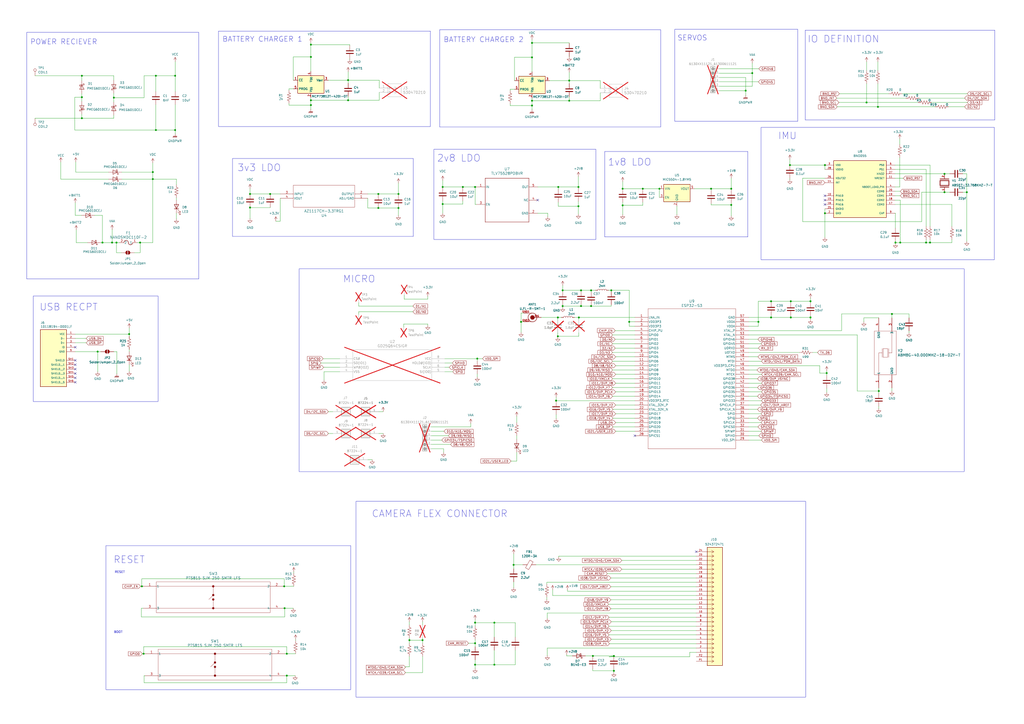
<source format=kicad_sch>
(kicad_sch (version 20250114) (generator "eeschema") (generator_version "9.0")
  (paper "A2")
  (title_block (title "VineRobot Gen2 Outer Board Sense + Power"))
  (lib_symbols
    (symbol "10118194-0001LF:10118194-0001LF" (pin_names (offset 1.016))
      (property "Reference" "J" (at -7.62 10.922 0))
      (property "Value" "10118194-0001LF" (at -7.62 -25.4 0))
      (symbol "10118194-0001LF_0_0"
        (pin power_in line (at -12.7 7.62 0) (length 5.08) (name "VCC") (number "1"))
        (pin bidirectional line (at -12.7 5.08 0) (length 5.08) (name "D-") (number "2"))
        (pin bidirectional line (at -12.7 2.54 0) (length 5.08) (name "D+") (number "3"))
        (pin bidirectional line (at -12.7 0 0) (length 5.08) (name "ID") (number "4"))
        (pin power_in line (at -12.7 -2.54 0) (length 5.08) (name "GND") (number "5"))
        (pin passive line (at -12.7 -7.62 0) (length 5.08) (name "SHIELD") (number "SH1"))
        (pin passive line (at -12.7 -10.16 0) (length 5.08) (name "SHIELD__1") (number "SH2"))
        (pin passive line (at -12.7 -12.7 0) (length 5.08) (name "SHIELD__2") (number "SH3"))
        (pin passive line (at -12.7 -15.24 0) (length 5.08) (name "SHIELD__3") (number "SH4"))
        (pin passive line (at -12.7 -17.78 0) (length 5.08) (name "SHIELD__4") (number "SH5"))
        (pin passive line (at -12.7 -20.32 0) (length 5.08) (name "SHIELD__5") (number "SH6"))
      )
    )
    (symbol "524372471:524372471" (pin_names (offset 1.016))
      (property "Reference" "J10" (at 8.382 7.112 0))
      (property "Value" "524372471" (at 5.08 4.318 0))
      (symbol "524372471_1_0"
        (pin passive line (at 0 0 0) (length 5.08) (name "~") (number "24"))
        (pin passive line (at 0 -2.54 0) (length 5.08) (name "~") (number "23"))
        (pin passive line (at 0 -5.08 0) (length 5.08) (name "~") (number "22"))
        (pin passive line (at 0 -7.62 0) (length 5.08) (name "~") (number "21"))
        (pin passive line (at 0 -10.16 0) (length 5.08) (name "~") (number "20"))
        (pin passive line (at 0 -12.7 0) (length 5.08) (name "~") (number "19"))
        (pin passive line (at 0 -15.24 0) (length 5.08) (name "~") (number "18"))
        (pin passive line (at 0 -17.78 0) (length 5.08) (name "~") (number "17"))
        (pin passive line (at 0 -20.32 0) (length 5.08) (name "~") (number "16"))
        (pin passive line (at 0 -22.86 0) (length 5.08) (name "~") (number "15"))
        (pin passive line (at 0 -25.4 0) (length 5.08) (name "~") (number "14"))
        (pin passive line (at 0 -27.94 0) (length 5.08) (name "~") (number "13"))
        (pin passive line (at 0 -30.48 0) (length 5.08) (name "~") (number "12"))
        (pin passive line (at 0 -33.02 0) (length 5.08) (name "~") (number "11"))
        (pin passive line (at 0 -35.56 0) (length 5.08) (name "~") (number "10"))
        (pin passive line (at 0 -38.1 0) (length 5.08) (name "~") (number "9"))
        (pin passive line (at 0 -40.64 0) (length 5.08) (name "~") (number "8"))
        (pin passive line (at 0 -43.18 0) (length 5.08) (name "~") (number "7"))
        (pin passive line (at 0 -45.72 0) (length 5.08) (name "~") (number "6"))
        (pin passive line (at 0 -48.26 0) (length 5.08) (name "~") (number "5"))
        (pin passive line (at 0 -50.8 0) (length 5.08) (name "~") (number "4"))
        (pin passive line (at 0 -53.34 0) (length 5.08) (name "~") (number "3"))
        (pin passive line (at 0 -55.88 0) (length 5.08) (name "~") (number "2"))
        (pin passive line (at 0 -58.42 0) (length 5.08) (name "~") (number "1"))
        (pin passive line (at 0 -60.96 0) (length 5.08) (name "~") (number "P2"))
        (pin passive line (at 0 -63.5 0) (length 5.08) (name "~") (number "P1"))
      )
    )
    (symbol "53047-0210:530470210" (pin_names (offset 0.254))
      (property "Reference" "J" (at 8.89 6.35 0))
      (property "Value" "530470210" (at 0 0 0))
      (symbol "530470210_1_1"
        (pin unspecified line (at 0 0 0) (length 5.08) (name "1") (number "1"))
        (pin unspecified line (at 0 -2.54 0) (length 5.08) (name "2") (number "2"))
      )
      (symbol "530470210_1_2"
        (pin unspecified line (at 0 0 0) (length 5.08) (name "1") (number "1"))
        (pin unspecified line (at 0 -2.54 0) (length 5.08) (name "2") (number "2"))
      )
    )
    (symbol "61300611121:6130XX11121_61300611121" (pin_names (offset 1.016))
      (property "Reference" "J" (at -7.62 -1.778 0))
      (symbol "6130XX11121_61300611121_0_0"
        (pin passive line (at -5.08 -5.08 90) (length 2.54) (name "~") (number "1"))
        (pin passive line (at -2.54 -5.08 90) (length 2.54) (name "~") (number "2"))
        (pin passive line (at 0 -5.08 90) (length 2.54) (name "~") (number "3"))
        (pin passive line (at 2.54 -5.08 90) (length 2.54) (name "~") (number "4"))
        (pin passive line (at 5.08 -5.08 90) (length 2.54) (name "~") (number "5"))
        (pin passive line (at 7.62 -5.08 90) (length 2.54) (name "~") (number "6"))
      )
    )
    (symbol "87224-1:87224-1" (pin_names (offset 1.016))
      (property "Reference" "J" (at -2.5421 3.559 0))
      (property "Value" "87224-1" (at -2.7983 -6.1054 0))
      (symbol "87224-1_0_0"
        (pin passive line (at 7.62 0 180) (length 5.08) (name "1") (number "1"))
      )
    )
    (symbol "ABM8G_40_000MHZ_18_D2Y_T:ABM8G-40.000MHZ-18-D2Y-T" (pin_names (offset 0.254))
      (property "Reference" "Y" (at 20.32 7.62 0))
      (property "Value" "ABM8G-40.000MHZ-18-D2Y-T" (at 20.32 5.08 0))
      (symbol "ABM8G-40.000MHZ-18-D2Y-T_0_1"
        (pin unspecified line (at 0 0 0) (length 7.62) (name "1") (number "1"))
        (pin unspecified line (at 0 -7.62 0) (length 7.62) (name "GND") (number "2"))
        (pin unspecified line (at 40.64 0 180) (length 7.62) (name "GND") (number "4"))
        (pin unspecified line (at 40.64 -7.62 180) (length 7.62) (name "3") (number "3"))
      )
    )
    (symbol "ABS07-32.768KHZ-7-T_1" (pin_names (offset 1.016))
      (property "Reference" "Y" (at -5.0878 3.8159 0))
      (property "Value" "ABS07-32.768KHZ-7-T" (at -5.0944 -5.0944 0))
      (symbol "ABS07-32.768KHZ-7-T_1_0_0"
        (pin passive line (at -5.08 0 0) (length 2.54) (name "~") (number "1"))
        (pin passive line (at 5.08 0 180) (length 2.54) (name "~") (number "2"))
      )
    )
    (symbol "AZ1117CH_3_3TRG1:AZ1117CH-3.3TRG1" (pin_names (offset 0.254))
      (property "Reference" "U4" (at 25.4 9.906 0))
      (property "Value" "AZ1117CH-3.3TRG1" (at 25.4 7.366 0))
      (symbol "AZ1117CH-3.3TRG1_0_1"
        (pin bidirectional line (at 0 0 0) (length 7.62) (name "ADJ/GND") (number "1"))
        (pin output line (at 0 -2.54 0) (length 7.62) (name "OUTPUT") (number "2"))
        (pin input line (at 50.8 -2.54 180) (length 7.62) (name "INPUT") (number "3"))
      )
      (symbol "AZ1117CH-3.3TRG1_1_1"
        (pin unspecified line (at 50.8 0 180) (length 7.62) (name "VOUT") (number "4"))
      )
    )
    (symbol "BNO055:BNO055" (pin_names (offset 1.016))
      (property "Reference" "U" (at -14.7397 15.7562 0))
      (property "Value" "BNO055" (at -14.7607 -19.5962 0))
      (symbol "BNO055_0_0"
        (pin input line (at -20.32 12.7 0) (length 5.08) (name "PS0") (number "6"))
        (pin input line (at -20.32 10.16 0) (length 5.08) (name "PS1") (number "5"))
        (pin input line (at -20.32 7.62 0) (length 5.08) (name "XIN32") (number "27"))
        (pin input line (at -20.32 5.08 0) (length 5.08) (name "NRESET") (number "11"))
        (pin bidirectional line (at -20.32 0 0) (length 5.08) (name "NBOOT_LOAD_PIN") (number "4"))
        (pin bidirectional line (at -20.32 -2.54 0) (length 5.08) (name "COM0") (number "20"))
        (pin bidirectional line (at -20.32 -5.08 0) (length 5.08) (name "COM1") (number "19"))
        (pin bidirectional line (at -20.32 -7.62 0) (length 5.08) (name "COM2") (number "18"))
        (pin bidirectional line (at -20.32 -10.16 0) (length 5.08) (name "COM3") (number "17"))
        (pin passive line (at -20.32 -15.24 0) (length 5.08) (name "CAP") (number "9"))
        (pin power_in line (at 20.32 12.7 180) (length 5.08) (name "VDD") (number "3"))
        (pin power_in line (at 20.32 10.16 180) (length 5.08) (name "VDDIO") (number "28"))
        (pin output line (at 20.32 5.08 180) (length 5.08) (name "XOUT32") (number "26"))
        (pin output line (at 20.32 2.54 180) (length 5.08) (name "INT") (number "14"))
        (pin power_in line (at 20.32 -5.08 180) (length 5.08) (name "PIN10") (number "10"))
        (pin power_in line (at 20.32 -7.62 180) (length 5.08) (name "PIN15") (number "15"))
        (pin power_in line (at 20.32 -10.16 180) (length 5.08) (name "PIN16") (number "16"))
        (pin power_in line (at 20.32 -12.7 180) (length 5.08) (name "GNDIO") (number "25"))
        (pin power_in line (at 20.32 -15.24 180) (length 5.08) (name "GND") (number "2"))
      )
    )
    (symbol "Battery_Management:MCP73812T-420I-OT"
      (property "Reference" "U" (at -6.35 6.35 0))
      (property "Value" "MCP73812T-420I-OT" (at 1.27 6.35 0))
      (symbol "MCP73812T-420I-OT_1_1"
        (pin input line (at -10.16 2.54 0) (length 2.54) (name "CE") (number "1"))
        (pin input line (at -10.16 -2.54 0) (length 2.54) (name "PROG") (number "5"))
        (pin power_in line (at 0 7.62 270) (length 2.54) (name "V_{DD}") (number "4"))
        (pin power_in line (at 0 -7.62 90) (length 2.54) (name "V_{SS}") (number "2"))
        (pin power_out line (at 10.16 2.54 180) (length 2.54) (name "V_{BAT}") (number "3"))
      )
    )
    (symbol "Connector:TestPoint" (pin_numbers (hide yes)) (pin_names (offset 0.762) (hide yes))
      (property "Reference" "TP" (at 0 6.858 0))
      (property "Value" "TestPoint" (at 0 5.08 0))
      (symbol "TestPoint_1_1"
        (pin passive line (at 0 0 90) (length 2.54) (name "1") (number "1"))
      )
    )
    (symbol "Device:C" (pin_numbers (hide yes)) (pin_names (offset 0.254))
      (property "Reference" "C" (at 0.635 2.54 0))
      (property "Value" "C" (at 0.635 -2.54 0))
      (symbol "C_1_1"
        (pin passive line (at 0 3.81 270) (length 2.794) (name "~") (number "1"))
        (pin passive line (at 0 -3.81 90) (length 2.794) (name "~") (number "2"))
      )
    )
    (symbol "Device:FerriteBead" (pin_numbers (hide yes)) (pin_names (offset 0))
      (property "Reference" "FB" (at -3.81 0.635 90))
      (property "Value" "FerriteBead" (at 3.81 0 90))
      (symbol "FerriteBead_1_1"
        (pin passive line (at 0 3.81 270) (length 2.54) (name "~") (number "1"))
        (pin passive line (at 0 -3.81 90) (length 2.54) (name "~") (number "2"))
      )
    )
    (symbol "Device:L" (pin_numbers (hide yes)) (pin_names (offset 1.016) (hide yes))
      (property "Reference" "L" (at -1.27 0 90))
      (property "Value" "L" (at 1.905 0 90))
      (symbol "L_1_1"
        (pin passive line (at 0 3.81 270) (length 1.27) (name "1") (number "1"))
        (pin passive line (at 0 -3.81 90) (length 1.27) (name "2") (number "2"))
      )
    )
    (symbol "Device:LED" (pin_numbers (hide yes)) (pin_names (offset 1.016) (hide yes))
      (property "Reference" "D" (at 0 2.54 0))
      (property "Value" "LED" (at 0 -2.54 0))
      (symbol "LED_1_1"
        (pin passive line (at -3.81 0 0) (length 2.54) (name "K") (number "1"))
        (pin passive line (at 3.81 0 180) (length 2.54) (name "A") (number "2"))
      )
    )
    (symbol "Device:R_US" (pin_numbers (hide yes)) (pin_names (offset 0))
      (property "Reference" "R" (at 2.54 0 90))
      (property "Value" "R_US" (at -2.54 0 90))
      (symbol "R_US_1_1"
        (pin passive line (at 0 3.81 270) (length 1.27) (name "~") (number "1"))
        (pin passive line (at 0 -3.81 90) (length 1.27) (name "~") (number "2"))
      )
    )
    (symbol "Diode:B140-E3" (pin_numbers (hide yes)) (pin_names (hide yes))
      (property "Reference" "D" (at 0 2.54 0))
      (property "Value" "B140-E3" (at 0 -2.54 0))
      (symbol "B140-E3_1_1"
        (pin passive line (at -3.81 0 0) (length 2.54) (name "K") (number "1"))
        (pin passive line (at 3.81 0 180) (length 2.54) (name "A") (number "2"))
      )
    )
    (symbol "Diode:PMEG6010CEJ" (pin_numbers (hide yes)) (pin_names (hide yes))
      (property "Reference" "D" (at 0 2.54 0))
      (property "Value" "PMEG6010CEJ" (at 0 -2.54 0))
      (symbol "PMEG6010CEJ_1_1"
        (pin passive line (at -3.81 0 0) (length 2.54) (name "K") (number "1"))
        (pin passive line (at 3.81 0 180) (length 2.54) (name "A") (number "2"))
      )
    )
    (symbol "ESP32S3:ESP32-S3" (pin_names (offset 0.254))
      (property "Reference" "U" (at 33.02 10.16 0))
      (property "Value" "ESP32-S3" (at 33.02 7.62 0))
      (symbol "ESP32-S3_0_1"
        (pin bidirectional line (at 0 0 0) (length 7.62) (name "LNA_IN") (number "1"))
        (pin power_in line (at 0 -2.54 0) (length 7.62) (name "VDD3P3") (number "2"))
        (pin power_in line (at 0 -5.08 0) (length 7.62) (name "VDD3P3") (number "3"))
        (pin input line (at 0 -7.62 0) (length 7.62) (name "CHIP_PU") (number "4"))
        (pin bidirectional line (at 0 -10.16 0) (length 7.62) (name "GPIO0") (number "5"))
        (pin bidirectional line (at 0 -12.7 0) (length 7.62) (name "GPIO1") (number "6"))
        (pin bidirectional line (at 0 -15.24 0) (length 7.62) (name "GPIO2") (number "7"))
        (pin bidirectional line (at 0 -17.78 0) (length 7.62) (name "GPIO3") (number "8"))
        (pin bidirectional line (at 0 -20.32 0) (length 7.62) (name "GPIO4") (number "9"))
        (pin bidirectional line (at 0 -22.86 0) (length 7.62) (name "GPIO5") (number "10"))
        (pin bidirectional line (at 0 -25.4 0) (length 7.62) (name "GPIO6") (number "11"))
        (pin bidirectional line (at 0 -27.94 0) (length 7.62) (name "GPIO7") (number "12"))
        (pin bidirectional line (at 0 -30.48 0) (length 7.62) (name "GPIO8") (number "13"))
        (pin bidirectional line (at 0 -33.02 0) (length 7.62) (name "GPIO9") (number "14"))
        (pin bidirectional line (at 0 -35.56 0) (length 7.62) (name "GPIO10") (number "15"))
        (pin bidirectional line (at 0 -38.1 0) (length 7.62) (name "GPIO11") (number "16"))
        (pin bidirectional line (at 0 -40.64 0) (length 7.62) (name "GPIO12") (number "17"))
        (pin bidirectional line (at 0 -43.18 0) (length 7.62) (name "GPIO13") (number "18"))
        (pin bidirectional line (at 0 -45.72 0) (length 7.62) (name "GPIO14") (number "19"))
        (pin power_in line (at 0 -48.26 0) (length 7.62) (name "VDD3P3_RTC") (number "20"))
        (pin bidirectional line (at 0 -50.8 0) (length 7.62) (name "XTAL_32K_P") (number "21"))
        (pin bidirectional line (at 0 -53.34 0) (length 7.62) (name "XTAL_32K_N") (number "22"))
        (pin bidirectional line (at 0 -55.88 0) (length 7.62) (name "GPIO17") (number "23"))
        (pin bidirectional line (at 0 -58.42 0) (length 7.62) (name "GPIO18") (number "24"))
        (pin bidirectional line (at 0 -60.96 0) (length 7.62) (name "GPIO19") (number "25"))
        (pin bidirectional line (at 0 -63.5 0) (length 7.62) (name "GPIO20") (number "26"))
        (pin bidirectional line (at 0 -66.04 0) (length 7.62) (name "GPIO21") (number "27"))
        (pin bidirectional line (at 0 -68.58 0) (length 7.62) (name "SPICS1") (number "28"))
        (pin power_out line (at 66.04 0 180) (length 7.62) (name "GND") (number "57"))
        (pin power_in line (at 66.04 -2.54 180) (length 7.62) (name "VDDA") (number "56"))
        (pin power_in line (at 66.04 -5.08 180) (length 7.62) (name "VDDA") (number "55"))
        (pin input line (at 66.04 -7.62 180) (length 7.62) (name "XTAL_P") (number "54"))
        (pin output line (at 66.04 -10.16 180) (length 7.62) (name "XTAL_N") (number "53"))
        (pin bidirectional line (at 66.04 -12.7 180) (length 7.62) (name "GPIO46") (number "52"))
        (pin bidirectional line (at 66.04 -15.24 180) (length 7.62) (name "GPIO45") (number "51"))
        (pin bidirectional line (at 66.04 -17.78 180) (length 7.62) (name "U0RXD") (number "50"))
        (pin bidirectional line (at 66.04 -20.32 180) (length 7.62) (name "U0TXD") (number "49"))
        (pin bidirectional line (at 66.04 -22.86 180) (length 7.62) (name "MTMS") (number "48"))
        (pin bidirectional line (at 66.04 -25.4 180) (length 7.62) (name "MTDI") (number "47"))
        (pin power_in line (at 66.04 -27.94 180) (length 7.62) (name "VDD3P3_CPU") (number "46"))
        (pin bidirectional line (at 66.04 -30.48 180) (length 7.62) (name "MTDO") (number "45"))
        (pin bidirectional line (at 66.04 -33.02 180) (length 7.62) (name "MTCK") (number "44"))
        (pin bidirectional line (at 66.04 -35.56 180) (length 7.62) (name "GPIO38") (number "43"))
        (pin bidirectional line (at 66.04 -38.1 180) (length 7.62) (name "GPIO37") (number "42"))
        (pin bidirectional line (at 66.04 -40.64 180) (length 7.62) (name "GPIO36") (number "41"))
        (pin bidirectional line (at 66.04 -43.18 180) (length 7.62) (name "GPIO35") (number "40"))
        (pin bidirectional line (at 66.04 -45.72 180) (length 7.62) (name "GPIO34") (number "39"))
        (pin bidirectional line (at 66.04 -48.26 180) (length 7.62) (name "GPIO33") (number "38"))
        (pin bidirectional line (at 66.04 -50.8 180) (length 7.62) (name "SPICLK_P") (number "37"))
        (pin bidirectional line (at 66.04 -53.34 180) (length 7.62) (name "SPICLK_N") (number "36"))
        (pin bidirectional line (at 66.04 -55.88 180) (length 7.62) (name "SPID") (number "35"))
        (pin bidirectional line (at 66.04 -58.42 180) (length 7.62) (name "SPIQ") (number "34"))
        (pin bidirectional line (at 66.04 -60.96 180) (length 7.62) (name "SPICLK") (number "33"))
        (pin bidirectional line (at 66.04 -63.5 180) (length 7.62) (name "SPICS0") (number "32"))
        (pin bidirectional line (at 66.04 -66.04 180) (length 7.62) (name "SPIWP") (number "31"))
        (pin bidirectional line (at 66.04 -68.58 180) (length 7.62) (name "SPIHD") (number "30"))
        (pin power_in line (at 66.04 -71.12 180) (length 7.62) (name "VDD_SPI") (number "29"))
      )
    )
    (symbol "GD25Q64CSIGR:GD25Q64CSIGR" (pin_names (offset 0.254))
      (property "Reference" "U" (at 30.48 10.16 0))
      (property "Value" "GD25Q64CSIGR" (at 30.48 7.62 0))
      (symbol "GD25Q64CSIGR_0_1"
        (pin input line (at 0 0 0) (length 7.62) (name "CS#") (number "1"))
        (pin bidirectional line (at 0 -2.54 0) (length 7.62) (name "SO(IO1)") (number "2"))
        (pin bidirectional line (at 0 -5.08 0) (length 7.62) (name "WP#(IO2)") (number "3"))
        (pin power_out line (at 0 -7.62 0) (length 7.62) (name "VSS") (number "4"))
        (pin power_in line (at 60.96 0 180) (length 7.62) (name "VCC") (number "8"))
        (pin bidirectional line (at 60.96 -2.54 180) (length 7.62) (name "HOLD#(IO3)") (number "7"))
        (pin input line (at 60.96 -5.08 180) (length 7.62) (name "SCLK") (number "6"))
        (pin bidirectional line (at 60.96 -7.62 180) (length 7.62) (name "SI(IO0)") (number "5"))
      )
    )
    (symbol "Jumper:SolderJumper_2_Open" (pin_numbers (hide yes)) (pin_names (offset 0) (hide yes)) (exclude_from_sim yes) (in_bom no)
      (property "Reference" "JP" (at 0 2.032 0))
      (property "Value" "SolderJumper_2_Open" (at 0 -2.54 0))
      (symbol "SolderJumper_2_Open_1_1"
        (pin passive line (at -3.81 0 0) (length 2.54) (name "A") (number "1"))
        (pin passive line (at 3.81 0 180) (length 2.54) (name "B") (number "2"))
      )
    )
    (symbol "NANOSMDC110F-2:NANOSMDC110F-2" (pin_names (offset 0.254))
      (property "Reference" "F" (at 5.08 3.175 0))
      (property "Value" "NANOSMDC110F-2" (at 5.08 -3.175 0))
      (symbol "NANOSMDC110F-2_1_1"
        (pin unspecified line (at 0 0 0) (length 2.54) (name "1") (number "1"))
        (pin unspecified line (at 10.16 0 180) (length 2.54) (name "2") (number "2"))
      )
      (symbol "NANOSMDC110F-2_1_2"
        (pin unspecified line (at 0 10.16 270) (length 2.54) (name "2") (number "2"))
        (pin unspecified line (at 0 0 90) (length 2.54) (name "1") (number "1"))
      )
    )
    (symbol "PTS815:PTS815_SJM_250_SMTR_LFS" (pin_names (offset 0.254))
      (property "Reference" "SW" (at 40.64 7.62 0))
      (property "Value" "PTS815 SJM 250 SMTR LFS" (at 40.64 5.08 0))
      (symbol "PTS815_SJM_250_SMTR_LFS_0_1"
        (pin unspecified line (at 0 0 0) (length 7.62) (name "1") (number "1"))
        (pin unspecified line (at 0 -12.7 0) (length 7.62) (name "3") (number "3"))
        (pin unspecified line (at 81.28 0 180) (length 7.62) (name "2") (number "2"))
        (pin unspecified line (at 81.28 -12.7 180) (length 7.62) (name "4") (number "4"))
      )
    )
    (symbol "Regulator_Linear:MIC5504-1.8YM5"
      (property "Reference" "U" (at -7.62 8.89 0))
      (property "Value" "MIC5504-1.8YM5" (at -7.62 6.35 0))
      (symbol "MIC5504-1.8YM5_1_1"
        (pin power_in line (at -10.16 2.54 0) (length 2.54) (name "VIN") (number "1"))
        (pin input line (at -10.16 -2.54 0) (length 2.54) (name "EN") (number "3"))
        (pin power_in line (at 0 -7.62 90) (length 2.54) (name "GND") (number "2"))
        (pin no_connect line (at 7.62 -2.54 180) (length 2.54) (hide yes) (name "NC") (number "4"))
        (pin power_out line (at 10.16 2.54 180) (length 2.54) (name "VOUT") (number "5"))
      )
    )
    (symbol "TLV75528PDBVR:TLV75528PDBVR" (pin_names (offset 0.254))
      (property "Reference" "U" (at 0 2.54 0))
      (property "Value" "TLV75528PDBVR" (at 0 0 0))
      (symbol "TLV75528PDBVR_0_1"
        (pin power_in line (at -17.78 7.62 0) (length 5.08) (name "IN") (number "1"))
        (pin input line (at -17.78 -2.54 0) (length 5.08) (name "EN") (number "3"))
        (pin power_in line (at 17.78 7.62 180) (length 5.08) (name "OUT") (number "5"))
        (pin unspecified line (at 17.78 0 180) (length 5.08) (name "NC") (number "4"))
        (pin power_in line (at 17.78 -7.62 180) (length 5.08) (name "GND") (number "2"))
      )
    )
    (symbol "U.FL-R-SMT-1:U.FL-R-SMT-1" (pin_names (offset 1.016))
      (property "Reference" "ANT" (at -2.54 5.08 0))
      (property "Value" "U.FL-R-SMT-1" (at -2.54 -6.096 0))
      (symbol "U.FL-R-SMT-1_0_0"
        (pin bidirectional line (at -5.08 0 0) (length 5.08) (name "~") (number "SIG"))
        (pin bidirectional line (at 5.08 2.54 180) (length 2.54) (name "~") (number "GND1"))
        (pin bidirectional line (at 5.08 -2.54 180) (length 2.54) (name "~") (number "GND2"))
      )
    )
    (symbol "power:+1V8" (power) (pin_names (offset 0))
      (property "Value" "+1V8" (at 0 3.556 0))
      (symbol "+1V8_1_1"
        (pin power_in line (at 0 0 90) (length 0) (hide yes) (name "+1V8") (number "1"))
      )
    )
    (symbol "power:+2V8" (power) (pin_names (offset 0))
      (property "Value" "+2V8" (at 0 3.556 0))
      (symbol "+2V8_1_1"
        (pin power_in line (at 0 0 90) (length 0) (hide yes) (name "+2V8") (number "1"))
      )
    )
    (symbol "power:+3.3V" (power) (pin_names (offset 0))
      (property "Value" "+3.3V" (at 0 3.556 0))
      (symbol "+3.3V_1_1"
        (pin power_in line (at 0 0 90) (length 0) (hide yes) (name "+3.3V") (number "1"))
      )
    )
    (symbol "power:+5V" (power) (pin_names (offset 0))
      (property "Value" "+5V" (at 0 3.556 0))
      (symbol "+5V_1_1"
        (pin power_in line (at 0 0 90) (length 0) (hide yes) (name "+5V") (number "1"))
      )
    )
    (symbol "power:+BATT" (power) (pin_names (offset 0))
      (property "Value" "+BATT" (at 0 3.556 0))
      (symbol "+BATT_1_1"
        (pin power_in line (at 0 0 90) (length 0) (hide yes) (name "+BATT") (number "1"))
      )
    )
    (symbol "power:GND" (power) (pin_names (offset 0))
      (property "Value" "GND" (at 0 -3.81 0))
      (symbol "GND_1_1"
        (pin power_in line (at 0 0 270) (length 0) (hide yes) (name "GND") (number "1"))
      )
    )
    (symbol "power:GNDPWR" (power) (pin_numbers (hide yes)) (pin_names (offset 0) (hide yes))
      (property "Value" "GNDPWR" (at 0 -3.302 0))
      (symbol "GNDPWR_1_1"
        (pin power_in line (at 0 0 270) (length 0) (name "~") (number "1"))
      )
    )
    (symbol "power:VAA" (power) (pin_numbers (hide yes)) (pin_names (offset 0) (hide yes))
      (property "Value" "VAA" (at 0 3.556 0))
      (symbol "VAA_1_1"
        (pin power_in line (at 0 0 90) (length 0) (name "~") (number "1"))
      )
    )
    (symbol "power:VCC" (power) (pin_names (offset 0))
      (property "Value" "VCC" (at 0 3.81 0))
      (symbol "VCC_1_1"
        (pin power_in line (at 0 0 90) (length 0) (hide yes) (name "VCC") (number "1"))
      )
    )
    (symbol "power:VDC" (power) (pin_names (offset 0))
      (property "Value" "VDC" (at 0 6.35 0))
      (symbol "VDC_1_1"
        (pin power_in line (at 0 0 90) (length 0) (hide yes) (name "VDC") (number "1"))
      )
    )
  )
  (rectangle (start 255.016 17.272) (end 383.286 73.66))
  (rectangle (start 173.482 155.956) (end 559.308 273.558))
  (rectangle (start 61.468 316.484) (end 203.454 400.05))
  (rectangle (start 350.774 87.884) (end 433.832 137.414))
  (rectangle (start 134.874 91.948) (end 239.776 137.16))
  (rectangle (start 19.304 171.704) (end 91.694 232.918))
  (rectangle (start 441.452 73.914) (end 576.834 150.622))
  (rectangle (start 126.746 18.034) (end 249.682 73.406))
  (rectangle (start 15.494 18.796) (end 115.316 161.798))
  (rectangle (start 206.502 290.83) (end 467.36 404.368))
  (rectangle (start 391.414 17.018) (end 462.788 70.358))
  (rectangle (start 251.714 86.614) (end 345.694 138.938))
  (rectangle (start 467.106 17.526) (end 577.088 69.596))
  (text "CAMERA FLEX CONNECTOR\n" (at 215.646 300.482 0) (effects (font (size 4 4)) (justify left bottom)))
  (text "RESET" (at 65.786 327.152 0) (effects (font (size 4 4)) (justify left bottom)))
  (text "IMU" (at 451.358 81.28 0) (effects (font (size 4 4)) (justify left bottom)))
  (text "POWER RECIEVER" (at 17.526 26.162 0) (effects (font (size 3 3)) (justify left bottom)))
  (text "MICRO" (at 198.882 164.338 0) (effects (font (size 4 4)) (justify left bottom)))
  (text "RESET" (at 66.548 332.74 0) (effects (font (size 1.27 1.27)) (justify left bottom)))
  (text "1v8 LDO" (at 352.552 96.52 0) (effects (font (size 4 4)) (justify left bottom)))
  (text "USB RECPT" (at 22.86 180.594 0) (effects (font (size 4 4)) (justify left bottom)))
  (text "BOOT" (at 66.04 367.538 0) (effects (font (size 1.27 1.27)) (justify left bottom)))
  (text "SERVOS" (at 392.938 23.876 0) (effects (font (size 3 3)) (justify left bottom)))
  (text "BATTERY CHARGER 1" (at 129.032 24.638 0) (effects (font (size 3 3)) (justify left bottom)))
  (text "BATTERY CHARGER 2" (at 257.302 24.892 0) (effects (font (size 3 3)) (justify left bottom)))
  (text "IO DEFINITION" (at 468.376 25.146 0) (effects (font (size 4 4)) (justify left bottom)))
  (text "2v8 LDO" (at 253.492 94.234 0) (effects (font (size 4 4)) (justify left bottom)))
  (text "3v3 LDO\n" (at 137.668 99.822 0) (effects (font (size 4 4)) (justify left bottom)))
  (junction (at 356.108 389.128))
  (junction (at 286.766 385.572))
  (junction (at 66.04 56.642))
  (junction (at 424.18 118.872))
  (junction (at 560.832 111.506))
  (junction (at 286.766 361.188))
  (junction (at 275.59 373.126))
  (junction (at 432.562 52.578))
  (junction (at 424.18 109.474))
  (junction (at 166.37 379.222))
  (junction (at 245.11 371.348))
  (junction (at 372.872 109.474))
  (junction (at 547.878 100.838))
  (junction (at 342.9 168.402))
  (junction (at 335.534 108.458))
  (junction (at 330.2 58.42))
  (junction (at 447.294 184.15))
  (junction (at 180.34 60.96))
  (junction (at 81.28 140.716))
  (junction (at 47.498 43.942))
  (junction (at 361.188 119.126))
  (junction (at 256.794 118.364))
  (junction (at 470.154 184.15))
  (junction (at 522.224 140.716))
  (junction (at 180.34 25.908))
  (junction (at 509.778 226.822))
  (junction (at 201.93 46.482))
  (junction (at 101.6 43.942))
  (junction (at 364.998 186.69))
  (junction (at 180.34 58.166))
  (junction (at 337.058 177.546))
  (junction (at 478.536 95.758))
  (junction (at 47.498 56.388))
  (junction (at 537.21 140.716))
  (junction (at 361.188 109.474))
  (junction (at 308.61 58.42))
  (junction (at 101.6 75.438))
  (junction (at 83.312 379.222))
  (junction (at 330.2 46.736))
  (junction (at 219.456 112.522))
  (junction (at 308.61 33.274))
  (junction (at 67.564 140.716))
  (junction (at 308.61 24.892))
  (junction (at 88.646 99.822))
  (junction (at 470.154 174.752))
  (junction (at 458.216 95.758))
  (junction (at 509.27 61.976))
  (junction (at 436.372 42.418))
  (junction (at 180.34 33.02))
  (junction (at 237.49 371.348))
  (junction (at 439.928 186.69))
  (junction (at 343.916 380.492))
  (junction (at 156.718 112.522))
  (junction (at 297.942 327.66))
  (junction (at 335.534 119.634))
  (junction (at 82.296 340.106))
  (junction (at 145.034 112.522))
  (junction (at 478.536 123.698))
  (junction (at 323.596 195.072))
  (junction (at 335.788 184.15))
  (junction (at 201.93 58.166))
  (junction (at 165.1 352.806))
  (junction (at 90.424 75.438))
  (junction (at 539.496 140.716))
  (junction (at 145.034 120.396))
  (junction (at 326.39 177.546))
  (junction (at 308.61 61.214))
  (junction (at 219.456 120.65))
  (junction (at 322.58 232.41))
  (junction (at 74.93 193.802))
  (junction (at 47.498 68.58))
  (junction (at 502.666 59.436))
  (junction (at 65.024 140.716))
  (junction (at 519.43 140.716))
  (junction (at 276.86 208.026))
  (junction (at 356.108 380.492))
  (junction (at 302.26 186.69))
  (junction (at 231.14 120.65))
  (junction (at 231.14 112.522))
  (junction (at 90.424 43.942))
  (junction (at 458.724 174.752))
  (junction (at 382.524 109.474))
  (junction (at 412.496 109.474))
  (junction (at 447.294 174.752))
  (junction (at 166.37 391.922))
  (junction (at 56.642 203.962))
  (junction (at 517.398 182.118))
  (junction (at 164.846 340.106))
  (junction (at 354.584 168.402))
  (junction (at 458.724 184.15))
  (junction (at 275.59 108.458))
  (junction (at 275.59 361.188))
  (junction (at 323.85 108.458))
  (junction (at 88.646 103.886))
  (junction (at 342.9 177.546))
  (junction (at 479.552 216.408))
  (junction (at 337.058 168.402))
  (junction (at 326.39 168.402))
  (junction (at 59.436 140.716))
  (junction (at 256.794 108.458))
  (junction (at 323.596 184.15))
  (junction (at 268.478 108.458))
  (junction (at 547.878 111.506))
  (junction (at 275.59 385.572))
  (no_connect (at 43.688 219.202))
  (no_connect (at 43.688 209.042))
  (no_connect (at 368.3 252.73))
  (no_connect (at 478.536 116.078))
  (no_connect (at 43.688 216.662))
  (no_connect (at 43.688 201.422))
  (no_connect (at 43.688 211.582))
  (no_connect (at 403.86 320.04))
  (no_connect (at 43.688 221.742))
  (no_connect (at 478.536 113.538))
  (no_connect (at 43.688 214.122))
  (no_connect (at 311.912 116.078))
  (no_connect (at 478.536 118.618))
  (wire (pts (xy 302.26 186.69) (xy 302.26 192.786)))
  (wire (pts (xy 354.33 347.98) (xy 403.86 347.98)))
  (wire (pts (xy 180.34 63.5) (xy 180.34 60.96)))
  (wire (pts (xy 534.67 128.524) (xy 534.67 111.506)))
  (wire (pts (xy 523.24 54.356) (xy 561.086 54.356)))
  (wire (pts (xy 440.182 252.73) (xy 434.34 252.73)))
  (wire (pts (xy 486.664 59.436) (xy 502.666 59.436)))
  (wire (pts (xy 273.05 247.65) (xy 273.05 245.618)))
  (wire (pts (xy 258.064 213.106) (xy 260.604 213.106)))
  (wire (pts (xy 527.304 193.04) (xy 527.304 192.024)))
  (wire (pts (xy 102.362 107.188) (xy 102.362 103.886)))
  (wire (pts (xy 180.34 33.02) (xy 180.34 41.402)))
  (wire (pts (xy 441.452 250.19) (xy 434.34 250.19)))
  (wire (pts (xy 434.34 186.69) (xy 439.928 186.69)))
  (wire (pts (xy 90.424 60.706) (xy 90.424 75.438)))
  (wire (pts (xy 519.43 141.224) (xy 519.43 140.716)))
  (wire (pts (xy 342.9 177.546) (xy 354.584 177.546)))
  (wire (pts (xy 231.14 112.522) (xy 231.14 113.03)))
  (wire (pts (xy 88.646 99.822) (xy 88.646 103.886)))
  (wire (pts (xy 74.93 202.692) (xy 74.93 203.962)))
  (wire (pts (xy 502.666 59.436) (xy 502.666 48.514)))
  (wire (pts (xy 145.034 112.522) (xy 156.718 112.522)))
  (wire (pts (xy 519.43 140.716) (xy 522.224 140.716)))
  (wire (pts (xy 47.498 46.736) (xy 47.498 43.942)))
  (wire (pts (xy 102.362 123.698) (xy 102.362 127)))
  (wire (pts (xy 81.534 340.106) (xy 82.296 340.106)))
  (wire (pts (xy 436.372 50.038) (xy 436.372 42.418)))
  (wire (pts (xy 276.86 208.026) (xy 279.908 208.026)))
  (wire (pts (xy 166.37 395.986) (xy 166.37 391.922)))
  (wire (pts (xy 295.91 51.816) (xy 298.45 51.816)))
  (wire (pts (xy 488.188 182.118) (xy 488.188 191.77)))
  (wire (pts (xy 201.93 58.166) (xy 219.964 58.166)))
  (wire (pts (xy 519.43 123.698) (xy 519.176 123.698)))
  (wire (pts (xy 67.818 203.962) (xy 67.818 216.916)))
  (wire (pts (xy 354.584 365.76) (xy 403.86 365.76)))
  (wire (pts (xy 330.2 58.42) (xy 308.61 58.42)))
  (wire (pts (xy 357.124 222.25) (xy 368.3 222.25)))
  (wire (pts (xy 299.72 267.462) (xy 299.72 262.382)))
  (wire (pts (xy 356.87 201.93) (xy 368.3 201.93)))
  (wire (pts (xy 441.706 217.17) (xy 434.34 217.17)))
  (wire (pts (xy 65.024 133.096) (xy 65.024 140.716)))
  (wire (pts (xy 439.42 237.49) (xy 434.34 237.49)))
  (wire (pts (xy 165.354 379.222) (xy 166.37 379.222)))
  (wire (pts (xy 470.154 185.42) (xy 470.154 184.15)))
  (wire (pts (xy 322.58 240.538) (xy 322.58 242.824)))
  (wire (pts (xy 326.39 177.546) (xy 326.39 176.784)))
  (wire (pts (xy 257.556 250.19) (xy 250.19 250.19)))
  (wire (pts (xy 324.104 323.088) (xy 324.104 322.58)))
  (wire (pts (xy 166.37 375.158) (xy 166.37 379.222)))
  (wire (pts (xy 257.302 260.35) (xy 250.19 260.35)))
  (wire (pts (xy 317.5 355.6) (xy 403.86 355.6)))
  (wire (pts (xy 83.312 379.222) (xy 84.074 379.222)))
  (wire (pts (xy 82.296 340.106) (xy 82.296 335.788)))
  (wire (pts (xy 424.18 103.378) (xy 424.18 109.474)))
  (wire (pts (xy 353.314 381) (xy 356.108 380.492)))
  (wire (pts (xy 83.566 391.922) (xy 83.566 395.986)))
  (wire (pts (xy 360.68 325.12) (xy 403.86 325.12)))
  (wire (pts (xy 317.246 346.456) (xy 317.246 347.726)))
  (wire (pts (xy 47.498 68.58) (xy 66.04 68.58)))
  (wire (pts (xy 275.59 108.458) (xy 276.352 108.458)))
  (wire (pts (xy 355.346 229.87) (xy 368.3 229.87)))
  (wire (pts (xy 235.204 386.842) (xy 235.204 387.096)))
  (wire (pts (xy 560.832 139.954) (xy 560.832 111.506)))
  (wire (pts (xy 330.2 46.736) (xy 330.2 41.91)))
  (wire (pts (xy 145.034 109.474) (xy 145.034 112.522)))
  (wire (pts (xy 275.59 385.572) (xy 286.766 385.572)))
  (wire (pts (xy 539.496 131.318) (xy 539.496 95.758)))
  (wire (pts (xy 441.198 234.95) (xy 434.34 234.95)))
  (wire (pts (xy 90.424 53.086) (xy 90.424 43.942)))
  (wire (pts (xy 522.224 140.716) (xy 537.21 140.716)))
  (wire (pts (xy 20.32 68.834) (xy 20.32 68.58)))
  (wire (pts (xy 268.478 118.364) (xy 256.794 118.364)))
  (wire (pts (xy 286.766 385.572) (xy 298.958 385.572)))
  (wire (pts (xy 170.18 33.02) (xy 170.18 46.482)))
  (wire (pts (xy 368.3 189.23) (xy 364.998 189.23)))
  (wire (pts (xy 88.646 103.886) (xy 88.646 140.716)))
  (wire (pts (xy 357.124 240.03) (xy 368.3 240.03)))
  (wire (pts (xy 509.778 225.044) (xy 509.778 226.822)))
  (wire (pts (xy 354.33 340.36) (xy 403.86 340.36)))
  (wire (pts (xy 368.3 245.11) (xy 357.124 245.11)))
  (wire (pts (xy 43.434 56.388) (xy 47.498 56.388)))
  (wire (pts (xy 47.498 43.942) (xy 66.04 43.942)))
  (wire (pts (xy 44.196 140.716) (xy 50.8 140.716)))
  (wire (pts (xy 479.552 216.408) (xy 479.552 217.678)))
  (wire (pts (xy 335.788 185.42) (xy 335.788 184.15)))
  (wire (pts (xy 342.9 168.402) (xy 345.44 168.402)))
  (wire (pts (xy 517.398 182.118) (xy 517.398 184.404)))
  (wire (pts (xy 275.59 118.618) (xy 276.352 118.618)))
  (wire (pts (xy 355.6 237.49) (xy 368.3 237.49)))
  (wire (pts (xy 412.496 109.474) (xy 424.18 109.474)))
  (wire (pts (xy 417.322 42.418) (xy 436.372 42.418)))
  (wire (pts (xy 43.688 124.968) (xy 47.244 124.968)))
  (wire (pts (xy 66.04 68.58) (xy 66.04 66.802)))
  (wire (pts (xy 439.928 174.752) (xy 447.294 174.752)))
  (wire (pts (xy 101.6 60.706) (xy 101.6 75.438)))
  (wire (pts (xy 354.584 177.546) (xy 354.584 176.784)))
  (wire (pts (xy 372.872 109.728) (xy 372.872 109.474)))
  (wire (pts (xy 335.534 108.458) (xy 335.534 109.22)))
  (wire (pts (xy 47.498 56.388) (xy 47.498 58.674)))
  (wire (pts (xy 208.026 180.848) (xy 239.522 180.848)))
  (wire (pts (xy 308.61 61.214) (xy 308.61 58.42)))
  (wire (pts (xy 47.498 56.388) (xy 47.498 54.356)))
  (wire (pts (xy 219.71 251.46) (xy 222.25 251.46)))
  (wire (pts (xy 90.424 43.942) (xy 101.6 43.942)))
  (wire (pts (xy 47.498 66.294) (xy 47.498 68.58)))
  (wire (pts (xy 59.436 124.968) (xy 59.436 140.716)))
  (wire (pts (xy 275.59 382.778) (xy 275.59 385.572)))
  (wire (pts (xy 330.2 56.134) (xy 330.2 58.42)))
  (wire (pts (xy 271.78 373.126) (xy 275.59 373.126)))
  (wire (pts (xy 83.566 43.942) (xy 83.566 56.642)))
  (wire (pts (xy 524.002 103.378) (xy 519.176 103.378)))
  (wire (pts (xy 256.794 118.364) (xy 256.794 116.586)))
  (wire (pts (xy 35.306 103.886) (xy 62.992 103.886)))
  (wire (pts (xy 82.042 352.806) (xy 82.042 357.886)))
  (wire (pts (xy 275.59 387.858) (xy 275.59 385.572)))
  (wire (pts (xy 275.59 373.126) (xy 275.59 375.158)))
  (wire (pts (xy 335.788 195.072) (xy 323.596 195.072)))
  (wire (pts (xy 354.584 360.68) (xy 403.86 360.68)))
  (wire (pts (xy 353.314 381) (xy 400.05 381)))
  (wire (pts (xy 527.304 182.118) (xy 517.398 182.118)))
  (wire (pts (xy 502.666 59.436) (xy 532.638 59.436)))
  (wire (pts (xy 295.91 60.198) (xy 295.91 61.214)))
  (wire (pts (xy 434.34 212.09) (xy 475.488 212.09)))
  (wire (pts (xy 509.778 226.822) (xy 509.778 228.092)))
  (wire (pts (xy 361.188 109.474) (xy 372.872 109.474)))
  (wire (pts (xy 533.146 56.896) (xy 559.562 56.896)))
  (wire (pts (xy 248.158 187.96) (xy 234.188 187.96)))
  (wire (pts (xy 67.564 140.716) (xy 67.564 146.558)))
  (wire (pts (xy 201.93 55.88) (xy 201.93 58.166)))
  (wire (pts (xy 298.958 385.572) (xy 298.958 377.19)))
  (wire (pts (xy 245.11 371.348) (xy 245.11 370.078)))
  (wire (pts (xy 201.93 46.482) (xy 201.93 41.656)))
  (wire (pts (xy 343.916 380.492) (xy 356.108 380.492)))
  (wire (pts (xy 417.322 47.498) (xy 439.928 47.498)))
  (wire (pts (xy 302.26 181.61) (xy 302.26 186.69)))
  (wire (pts (xy 478.536 121.158) (xy 478.536 123.698)))
  (wire (pts (xy 156.718 120.396) (xy 145.034 120.396)))
  (wire (pts (xy 164.338 340.106) (xy 164.846 340.106)))
  (wire (pts (xy 275.59 361.188) (xy 275.59 363.22)))
  (wire (pts (xy 560.832 100.838) (xy 560.832 111.506)))
  (wire (pts (xy 337.058 168.402) (xy 342.9 168.402)))
  (wire (pts (xy 219.964 58.166) (xy 219.964 53.594)))
  (wire (pts (xy 326.39 178.308) (xy 326.39 177.546)))
  (wire (pts (xy 67.564 146.558) (xy 70.358 146.558)))
  (wire (pts (xy 522.224 113.538) (xy 519.176 113.538)))
  (wire (pts (xy 360.68 330.2) (xy 403.86 330.2)))
  (wire (pts (xy 213.36 266.7) (xy 215.9 266.7)))
  (wire (pts (xy 187.96 215.646) (xy 187.96 220.472)))
  (wire (pts (xy 441.706 232.41) (xy 434.34 232.41)))
  (wire (pts (xy 190.5 46.482) (xy 201.93 46.482)))
  (wire (pts (xy 352.298 332.74) (xy 403.86 332.74)))
  (wire (pts (xy 354.584 168.402) (xy 354.584 169.164)))
  (wire (pts (xy 355.346 214.63) (xy 368.3 214.63)))
  (wire (pts (xy 258.064 208.026) (xy 276.86 208.026)))
  (wire (pts (xy 326.39 165.608) (xy 326.39 168.402)))
  (wire (pts (xy 88.646 94.488) (xy 88.646 99.822)))
  (wire (pts (xy 560.832 100.838) (xy 558.546 100.838)))
  (wire (pts (xy 297.942 329.946) (xy 297.942 327.66)))
  (wire (pts (xy 439.674 196.85) (xy 434.34 196.85)))
  (wire (pts (xy 190.5 251.46) (xy 193.04 251.46)))
  (wire (pts (xy 82.296 340.106) (xy 83.058 340.106)))
  (wire (pts (xy 83.312 379.222) (xy 83.312 375.158)))
  (wire (pts (xy 488.188 182.118) (xy 517.398 182.118)))
  (wire (pts (xy 333.248 184.15) (xy 335.788 184.15)))
  (wire (pts (xy 245.11 360.68) (xy 245.11 362.458)))
  (wire (pts (xy 166.37 379.222) (xy 171.45 379.222)))
  (wire (pts (xy 219.456 112.522) (xy 231.14 112.522)))
  (wire (pts (xy 260.096 252.73) (xy 250.19 252.73)))
  (wire (pts (xy 250.19 247.65) (xy 273.05 247.65)))
  (wire (pts (xy 441.706 255.27) (xy 434.34 255.27)))
  (wire (pts (xy 256.794 108.458) (xy 256.794 108.966)))
  (wire (pts (xy 485.648 61.976) (xy 509.27 61.976)))
  (wire (pts (xy 299.72 252.73) (xy 299.72 254.762)))
  (wire (pts (xy 67.564 140.716) (xy 69.342 140.716)))
  (wire (pts (xy 552.196 138.938) (xy 552.196 140.716)))
  (wire (pts (xy 357.124 212.09) (xy 368.3 212.09)))
  (wire (pts (xy 237.49 371.348) (xy 237.49 373.126)))
  (wire (pts (xy 81.28 140.716) (xy 88.646 140.716)))
  (wire (pts (xy 268.478 116.586) (xy 268.478 118.364)))
  (wire (pts (xy 256.794 108.458) (xy 268.478 108.458)))
  (wire (pts (xy 170.18 33.02) (xy 180.34 33.02)))
  (wire (pts (xy 275.59 370.84) (xy 275.59 373.126)))
  (wire (pts (xy 439.42 229.87) (xy 434.34 229.87)))
  (wire (pts (xy 66.04 43.942) (xy 66.04 46.482)))
  (wire (pts (xy 485.394 56.896) (xy 525.526 56.896)))
  (wire (pts (xy 424.18 118.872) (xy 424.18 117.856)))
  (wire (pts (xy 323.596 195.072) (xy 323.596 195.58)))
  (wire (pts (xy 392.684 124.46) (xy 392.684 119.634)))
  (wire (pts (xy 208.026 177.546) (xy 208.026 175.514)))
  (wire (pts (xy 353.06 350.52) (xy 403.86 350.52)))
  (wire (pts (xy 539.496 138.938) (xy 539.496 140.716)))
  (wire (pts (xy 434.34 204.47) (xy 463.804 204.47)))
  (wire (pts (xy 434.34 189.23) (xy 439.928 189.23)))
  (wire (pts (xy 330.2 46.736) (xy 348.234 46.736)))
  (wire (pts (xy 335.534 116.84) (xy 335.534 119.634)))
  (wire (pts (xy 102.362 114.808) (xy 102.362 116.078)))
  (wire (pts (xy 298.45 33.274) (xy 298.45 46.736)))
  (wire (pts (xy 320.548 345.44) (xy 403.86 345.44)))
  (wire (pts (xy 342.9 169.418) (xy 342.9 168.402)))
  (wire (pts (xy 66.04 56.642) (xy 83.566 56.642)))
  (wire (pts (xy 335.788 184.15) (xy 368.3 184.15)))
  (wire (pts (xy 201.93 46.482) (xy 219.964 46.482)))
  (wire (pts (xy 83.058 352.806) (xy 82.042 352.806)))
  (wire (pts (xy 441.706 209.55) (xy 434.34 209.55)))
  (wire (pts (xy 165.1 352.806) (xy 170.18 352.806)))
  (wire (pts (xy 439.674 247.65) (xy 434.34 247.65)))
  (wire (pts (xy 356.87 191.77) (xy 368.3 191.77)))
  (wire (pts (xy 509.27 61.976) (xy 542.544 61.976)))
  (wire (pts (xy 355.346 199.39) (xy 368.3 199.39)))
  (wire (pts (xy 361.188 109.728) (xy 361.188 109.474)))
  (wire (pts (xy 355.346 209.55) (xy 368.3 209.55)))
  (wire (pts (xy 509.778 235.712) (xy 509.778 236.982)))
  (wire (pts (xy 372.872 109.474) (xy 382.524 109.474)))
  (wire (pts (xy 145.034 120.396) (xy 145.034 126.746)))
  (wire (pts (xy 219.964 46.482) (xy 219.964 51.054)))
  (wire (pts (xy 102.362 103.886) (xy 88.646 103.886)))
  (wire (pts (xy 208.026 182.372) (xy 208.026 180.848)))
  (wire (pts (xy 50.038 198.882) (xy 43.688 198.882)))
  (wire (pts (xy 187.452 208.026) (xy 197.104 208.026)))
  (wire (pts (xy 478.536 103.378) (xy 465.582 103.378)))
  (wire (pts (xy 74.93 211.582) (xy 74.93 215.392)))
  (wire (pts (xy 537.21 131.318) (xy 537.21 98.298)))
  (wire (pts (xy 297.942 327.66) (xy 303.276 327.66)))
  (wire (pts (xy 357.124 227.33) (xy 368.3 227.33)))
  (wire (pts (xy 83.566 395.986) (xy 166.37 395.986)))
  (wire (pts (xy 339.598 380.492) (xy 343.916 380.492)))
  (wire (pts (xy 465.582 128.524) (xy 534.67 128.524)))
  (wire (pts (xy 470.154 174.752) (xy 470.154 175.514)))
  (wire (pts (xy 361.188 119.126) (xy 361.188 117.348)))
  (wire (pts (xy 479.552 215.138) (xy 479.552 216.408)))
  (wire (pts (xy 439.42 219.71) (xy 434.34 219.71)))
  (wire (pts (xy 382.524 109.474) (xy 382.524 114.554)))
  (wire (pts (xy 171.45 370.84) (xy 171.45 371.602)))
  (wire (pts (xy 353.06 168.402) (xy 354.584 168.402)))
  (wire (pts (xy 343.916 389.128) (xy 356.108 389.128)))
  (wire (pts (xy 357.124 217.17) (xy 368.3 217.17)))
  (wire (pts (xy 84.074 391.922) (xy 83.566 391.922)))
  (wire (pts (xy 547.878 111.506) (xy 547.878 111.252)))
  (wire (pts (xy 308.61 24.892) (xy 308.61 33.274)))
  (wire (pts (xy 167.64 60.96) (xy 180.34 60.96)))
  (wire (pts (xy 317.754 123.698) (xy 317.754 125.73)))
  (wire (pts (xy 74.93 195.072) (xy 74.93 193.802)))
  (wire (pts (xy 447.294 174.752) (xy 447.294 175.26)))
  (wire (pts (xy 436.372 36.576) (xy 436.372 42.418)))
  (wire (pts (xy 441.706 227.33) (xy 434.34 227.33)))
  (wire (pts (xy 424.18 125.222) (xy 424.18 118.872)))
  (wire (pts (xy 302.26 181.61) (xy 303.784 181.61)))
  (wire (pts (xy 317.5 375.92) (xy 403.86 375.92)))
  (wire (pts (xy 356.108 388.112) (xy 356.108 389.128)))
  (wire (pts (xy 354.33 353.06) (xy 403.86 353.06)))
  (wire (pts (xy 101.6 75.438) (xy 90.424 75.438)))
  (wire (pts (xy 43.942 99.822) (xy 43.942 93.98)))
  (wire (pts (xy 297.942 321.31) (xy 297.942 327.66)))
  (wire (pts (xy 355.346 204.47) (xy 368.3 204.47)))
  (wire (pts (xy 441.452 245.11) (xy 434.34 245.11)))
  (wire (pts (xy 268.478 108.458) (xy 275.59 108.458)))
  (wire (pts (xy 70.612 103.886) (xy 88.646 103.886)))
  (wire (pts (xy 43.434 75.438) (xy 90.424 75.438)))
  (wire (pts (xy 519.43 139.954) (xy 519.43 140.716)))
  (wire (pts (xy 337.058 168.91) (xy 337.058 168.402)))
  (wire (pts (xy 441.452 199.39) (xy 434.34 199.39)))
  (wire (pts (xy 402.844 109.474) (xy 412.496 109.474)))
  (wire (pts (xy 509.27 35.814) (xy 509.27 40.894)))
  (wire (pts (xy 361.188 105.41) (xy 361.188 109.474)))
  (wire (pts (xy 234.442 171.196) (xy 234.442 173.482)))
  (wire (pts (xy 368.3 247.65) (xy 355.6 247.65)))
  (wire (pts (xy 519.176 116.078) (xy 522.224 116.078)))
  (wire (pts (xy 201.93 48.26) (xy 201.93 46.482)))
  (wire (pts (xy 439.166 214.63) (xy 434.34 214.63)))
  (wire (pts (xy 167.64 52.324) (xy 167.64 51.562)))
  (wire (pts (xy 354.33 335.28) (xy 403.86 335.28)))
  (wire (pts (xy 361.188 124.46) (xy 361.188 119.126)))
  (wire (pts (xy 337.058 177.546) (xy 342.9 177.546)))
  (wire (pts (xy 478.536 123.698) (xy 478.536 137.668)))
  (wire (pts (xy 237.49 360.68) (xy 237.49 362.458)))
  (wire (pts (xy 58.42 140.716) (xy 59.436 140.716)))
  (wire (pts (xy 441.452 240.03) (xy 434.34 240.03)))
  (wire (pts (xy 201.93 58.166) (xy 180.34 58.166)))
  (wire (pts (xy 547.878 100.838) (xy 547.878 101.092)))
  (wire (pts (xy 519.43 123.698) (xy 519.43 132.334)))
  (wire (pts (xy 458.724 174.752) (xy 470.154 174.752)))
  (wire (pts (xy 471.424 204.47) (xy 474.218 204.47)))
  (wire (pts (xy 70.612 99.822) (xy 88.646 99.822)))
  (wire (pts (xy 83.566 43.942) (xy 90.424 43.942)))
  (wire (pts (xy 56.642 203.962) (xy 43.688 203.962)))
  (wire (pts (xy 355.346 224.79) (xy 368.3 224.79)))
  (wire (pts (xy 368.3 232.41) (xy 322.58 232.41)))
  (wire (pts (xy 356.108 389.128) (xy 356.108 390.144)))
  (wire (pts (xy 412.496 118.872) (xy 412.496 118.11)))
  (wire (pts (xy 458.216 104.14) (xy 458.216 103.378)))
  (wire (pts (xy 286.766 377.19) (xy 286.766 385.572)))
  (wire (pts (xy 323.85 108.458) (xy 323.85 109.728)))
  (wire (pts (xy 439.674 207.01) (xy 434.34 207.01)))
  (wire (pts (xy 219.456 112.522) (xy 219.456 113.03)))
  (wire (pts (xy 458.724 184.15) (xy 470.154 184.15)))
  (wire (pts (xy 355.346 194.31) (xy 368.3 194.31)))
  (wire (pts (xy 65.024 140.716) (xy 67.564 140.716)))
  (wire (pts (xy 213.36 115.062) (xy 213.36 120.65)))
  (wire (pts (xy 308.61 24.892) (xy 330.2 24.892)))
  (wire (pts (xy 286.766 361.188) (xy 298.958 361.188)))
  (wire (pts (xy 234.188 187.96) (xy 234.188 189.738)))
  (wire (pts (xy 486.918 54.356) (xy 515.62 54.356)))
  (wire (pts (xy 257.302 262.382) (xy 257.302 260.35)))
  (wire (pts (xy 337.058 168.402) (xy 326.39 168.402)))
  (wire (pts (xy 250.19 255.27) (xy 256.286 255.27)))
  (wire (pts (xy 317.5 380.238) (xy 317.5 375.92)))
  (wire (pts (xy 323.85 108.458) (xy 335.534 108.458)))
  (wire (pts (xy 335.788 195.072) (xy 335.788 193.04)))
  (wire (pts (xy 20.32 68.58) (xy 47.498 68.58)))
  (wire (pts (xy 330.2 48.514) (xy 330.2 46.736)))
  (wire (pts (xy 441.706 222.25) (xy 434.34 222.25)))
  (wire (pts (xy 470.154 183.134) (xy 470.154 184.15)))
  (wire (pts (xy 322.58 232.41) (xy 322.58 232.918)))
  (wire (pts (xy 458.216 95.758) (xy 458.216 92.456)))
  (wire (pts (xy 364.998 189.23) (xy 364.998 186.69)))
  (wire (pts (xy 66.04 203.962) (xy 67.818 203.962)))
  (wire (pts (xy 458.724 183.134) (xy 458.724 184.15)))
  (wire (pts (xy 313.944 184.15) (xy 323.596 184.15)))
  (wire (pts (xy 521.97 91.44) (xy 521.97 108.458)))
  (wire (pts (xy 355.346 219.71) (xy 368.3 219.71)))
  (wire (pts (xy 432.562 52.578) (xy 432.562 55.372)))
  (wire (pts (xy 364.998 186.69) (xy 368.3 186.69)))
  (wire (pts (xy 439.928 174.752) (xy 439.928 186.69)))
  (wire (pts (xy 54.864 124.968) (xy 59.436 124.968)))
  (wire (pts (xy 261.366 257.81) (xy 250.19 257.81)))
  (wire (pts (xy 50.038 196.342) (xy 43.688 196.342)))
  (wire (pts (xy 43.434 75.438) (xy 43.434 56.388)))
  (wire (pts (xy 258.064 210.566) (xy 262.382 210.566)))
  (wire (pts (xy 447.294 182.88) (xy 447.294 184.15)))
  (wire (pts (xy 165.1 357.886) (xy 165.1 352.806)))
  (wire (pts (xy 417.322 52.578) (xy 432.562 52.578)))
  (wire (pts (xy 357.124 207.01) (xy 368.3 207.01)))
  (wire (pts (xy 308.61 22.86) (xy 308.61 24.892)))
  (wire (pts (xy 180.34 25.908) (xy 180.34 33.02)))
  (wire (pts (xy 237.49 386.842) (xy 237.49 380.746)))
  (wire (pts (xy 81.28 146.558) (xy 81.28 140.716)))
  (wire (pts (xy 258.064 215.646) (xy 262.636 215.646)))
  (wire (pts (xy 547.878 100.838) (xy 550.926 100.838)))
  (wire (pts (xy 82.296 335.788) (xy 164.846 335.788)))
  (wire (pts (xy 475.488 216.408) (xy 479.552 216.408)))
  (wire (pts (xy 540.258 59.436) (xy 561.086 59.436)))
  (wire (pts (xy 275.59 108.458) (xy 275.59 118.618)))
  (wire (pts (xy 213.36 112.522) (xy 219.456 112.522)))
  (wire (pts (xy 310.896 327.66) (xy 403.86 327.66)))
  (wire (pts (xy 372.872 117.348) (xy 372.872 119.126)))
  (wire (pts (xy 190.5 238.76) (xy 193.04 238.76)))
  (wire (pts (xy 353.314 363.22) (xy 403.86 363.22)))
  (wire (pts (xy 162.56 128.27) (xy 160.02 128.27)))
  (wire (pts (xy 66.04 56.642) (xy 66.04 54.102)))
  (wire (pts (xy 197.104 215.646) (xy 187.96 215.646)))
  (wire (pts (xy 166.37 391.922) (xy 171.196 391.922)))
  (wire (pts (xy 519.176 98.298) (xy 537.21 98.298)))
  (wire (pts (xy 522.224 110.998) (xy 519.176 110.998)))
  (wire (pts (xy 353.314 358.14) (xy 403.86 358.14)))
  (wire (pts (xy 521.97 80.518) (xy 521.97 83.82)))
  (wire (pts (xy 77.978 146.558) (xy 81.28 146.558)))
  (wire (pts (xy 245.11 390.144) (xy 245.11 380.746)))
  (wire (pts (xy 343.916 388.112) (xy 343.916 389.128)))
  (wire (pts (xy 256.794 104.648) (xy 256.794 108.458)))
  (wire (pts (xy 320.548 342.138) (xy 320.548 345.44)))
  (wire (pts (xy 101.6 35.814) (xy 101.6 43.942)))
  (wire (pts (xy 519.176 100.838) (xy 547.878 100.838)))
  (wire (pts (xy 434.34 184.15) (xy 447.294 184.15)))
  (wire (pts (xy 248.158 173.482) (xy 248.158 171.958)))
  (wire (pts (xy 547.878 111.506) (xy 550.926 111.506)))
  (wire (pts (xy 180.34 58.166) (xy 180.34 56.642)))
  (wire (pts (xy 276.86 218.694) (xy 276.86 216.916)))
  (wire (pts (xy 479.552 225.298) (xy 479.552 227.584)))
  (wire (pts (xy 234.442 173.482) (xy 248.158 173.482)))
  (wire (pts (xy 286.766 361.188) (xy 275.59 361.188)))
  (wire (pts (xy 403.86 378.46) (xy 400.05 378.46)))
  (wire (pts (xy 447.294 184.15) (xy 458.724 184.15)))
  (wire (pts (xy 231.14 106.172) (xy 231.14 112.522)))
  (wire (pts (xy 364.998 168.402) (xy 364.998 186.69)))
  (wire (pts (xy 167.64 59.944) (xy 167.64 60.96)))
  (wire (pts (xy 355.6 242.57) (xy 368.3 242.57)))
  (wire (pts (xy 323.85 119.634) (xy 335.534 119.634)))
  (wire (pts (xy 231.14 124.968) (xy 231.14 120.65)))
  (wire (pts (xy 497.332 194.31) (xy 497.332 226.822)))
  (wire (pts (xy 447.294 174.752) (xy 458.724 174.752)))
  (wire (pts (xy 79.502 140.716) (xy 81.28 140.716)))
  (wire (pts (xy 237.49 370.078) (xy 237.49 371.348)))
  (wire (pts (xy 539.496 140.716) (xy 552.196 140.716)))
  (wire (pts (xy 348.234 46.736) (xy 348.234 51.308)))
  (wire (pts (xy 552.196 118.618) (xy 552.196 131.318)))
  (wire (pts (xy 164.846 340.106) (xy 170.434 340.106)))
  (wire (pts (xy 330.2 58.42) (xy 348.234 58.42)))
  (wire (pts (xy 537.21 140.716) (xy 539.496 140.716)))
  (wire (pts (xy 417.322 44.958) (xy 432.562 44.958)))
  (wire (pts (xy 164.338 352.806) (xy 165.1 352.806)))
  (wire (pts (xy 43.688 193.802) (xy 74.93 193.802)))
  (wire (pts (xy 497.332 194.31) (xy 434.34 194.31)))
  (wire (pts (xy 509.27 61.976) (xy 509.27 48.514)))
  (wire (pts (xy 317.5 358.648) (xy 317.5 355.6)))
  (wire (pts (xy 509.778 184.404) (xy 501.142 184.404)))
  (wire (pts (xy 465.582 103.378) (xy 465.582 128.524)))
  (wire (pts (xy 342.9 177.038) (xy 342.9 177.546)))
  (wire (pts (xy 329.184 342.138) (xy 329.184 342.9)))
  (wire (pts (xy 44.196 133.35) (xy 44.196 140.716)))
  (wire (pts (xy 517.398 226.822) (xy 517.398 225.044)))
  (wire (pts (xy 475.488 212.09) (xy 475.488 216.408)))
  (wire (pts (xy 470.154 172.974) (xy 470.154 174.752)))
  (wire (pts (xy 296.418 267.462) (xy 299.72 267.462)))
  (wire (pts (xy 501.142 184.404) (xy 501.142 186.69)))
  (wire (pts (xy 202.946 34.036) (xy 202.946 34.544)))
  (wire (pts (xy 275.59 359.41) (xy 275.59 361.188)))
  (wire (pts (xy 478.536 95.758) (xy 478.536 98.298)))
  (wire (pts (xy 59.436 140.716) (xy 65.024 140.716)))
  (wire (pts (xy 311.912 123.698) (xy 317.754 123.698)))
  (wire (pts (xy 298.958 369.57) (xy 298.958 361.188)))
  (wire (pts (xy 295.91 61.214) (xy 308.61 61.214)))
  (wire (pts (xy 317.246 337.82) (xy 403.86 337.82)))
  (wire (pts (xy 170.434 331.724) (xy 170.434 332.486)))
  (wire (pts (xy 56.642 215.646) (xy 56.642 203.962)))
  (wire (pts (xy 180.34 25.908) (xy 202.946 25.908)))
  (wire (pts (xy 165.354 391.922) (xy 166.37 391.922)))
  (wire (pts (xy 268.478 108.458) (xy 268.478 108.966)))
  (wire (pts (xy 324.104 322.58) (xy 403.86 322.58)))
  (wire (pts (xy 330.2 24.892) (xy 330.2 25.146)))
  (wire (pts (xy 323.85 117.348) (xy 323.85 119.634)))
  (wire (pts (xy 519.176 95.758) (xy 539.496 95.758)))
  (wire (pts (xy 439.42 224.79) (xy 434.34 224.79)))
  (wire (pts (xy 164.846 335.788) (xy 164.846 340.106)))
  (wire (pts (xy 323.596 185.42) (xy 323.596 184.15)))
  (wire (pts (xy 295.91 52.578) (xy 295.91 51.816)))
  (wire (pts (xy 497.332 226.822) (xy 509.778 226.822)))
  (wire (pts (xy 311.912 108.458) (xy 323.85 108.458)))
  (wire (pts (xy 322.58 230.378) (xy 322.58 232.41)))
  (wire (pts (xy 167.64 51.562) (xy 170.18 51.562)))
  (wire (pts (xy 308.61 63.754) (xy 308.61 61.214)))
  (wire (pts (xy 424.18 109.474) (xy 424.18 110.236)))
  (wire (pts (xy 434.34 191.77) (xy 488.188 191.77)))
  (wire (pts (xy 299.72 241.554) (xy 299.72 245.11)))
  (wire (pts (xy 439.928 201.93) (xy 434.34 201.93)))
  (wire (pts (xy 145.034 120.142) (xy 145.034 120.396)))
  (wire (pts (xy 186.182 210.566) (xy 197.104 210.566)))
  (wire (pts (xy 237.49 371.348) (xy 245.11 371.348)))
  (wire (pts (xy 527.304 182.118) (xy 527.304 184.404)))
  (wire (pts (xy 43.942 99.822) (xy 62.992 99.822)))
  (wire (pts (xy 66.04 59.182) (xy 66.04 56.642)))
  (wire (pts (xy 348.234 58.42) (xy 348.234 53.848)))
  (wire (pts (xy 245.11 373.126) (xy 245.11 371.348)))
  (wire (pts (xy 156.718 120.396) (xy 156.718 120.142)))
  (wire (pts (xy 101.6 43.942) (xy 101.6 53.086)))
  (wire (pts (xy 101.6 77.724) (xy 101.6 75.438)))
  (wire (pts (xy 180.34 24.638) (xy 180.34 25.908)))
  (wire (pts (xy 318.77 46.736) (xy 330.2 46.736)))
  (wire (pts (xy 432.562 44.958) (xy 432.562 52.578)))
  (wire (pts (xy 202.946 25.908) (xy 202.946 26.416)))
  (wire (pts (xy 219.71 238.76) (xy 222.25 238.76)))
  (wire (pts (xy 412.496 109.474) (xy 412.496 110.49)))
  (wire (pts (xy 208.026 177.546) (xy 239.522 177.546)))
  (wire (pts (xy 83.312 375.158) (xy 166.37 375.158)))
  (wire (pts (xy 20.32 43.942) (xy 47.498 43.942)))
  (wire (pts (xy 335.534 102.362) (xy 335.534 108.458)))
  (wire (pts (xy 187.706 213.106) (xy 197.104 213.106)))
  (wire (pts (xy 326.39 168.402) (xy 326.39 169.164)))
  (wire (pts (xy 180.34 60.96) (xy 180.34 58.166)))
  (wire (pts (xy 235.204 390.144) (xy 245.11 390.144)))
  (wire (pts (xy 329.184 342.9) (xy 403.86 342.9)))
  (wire (pts (xy 328.676 380.492) (xy 331.978 380.492)))
  (wire (pts (xy 35.306 103.886) (xy 35.306 93.98)))
  (wire (pts (xy 317.246 338.836) (xy 317.246 337.82)))
  (wire (pts (xy 522.224 116.078) (xy 522.224 140.716)))
  (wire (pts (xy 439.42 242.57) (xy 434.34 242.57)))
  (wire (pts (xy 43.688 117.602) (xy 43.688 124.968)))
  (wire (pts (xy 337.058 176.53) (xy 337.058 177.546)))
  (wire (pts (xy 213.36 120.65) (xy 219.456 120.65)))
  (wire (pts (xy 502.666 35.814) (xy 502.666 40.894)))
  (wire (pts (xy 325.628 184.15) (xy 323.596 184.15)))
  (wire (pts (xy 82.55 379.222) (xy 83.312 379.222)))
  (wire (pts (xy 330.2 32.766) (xy 330.2 33.02)))
  (wire (pts (xy 308.61 33.274) (xy 308.61 41.656)))
  (wire (pts (xy 256.794 123.698) (xy 256.794 118.364)))
  (wire (pts (xy 82.042 357.886) (xy 165.1 357.886)))
  (wire (pts (xy 326.39 177.546) (xy 337.058 177.546)))
  (wire (pts (xy 458.216 95.758) (xy 478.536 95.758)))
  (wire (pts (xy 519.176 108.458) (xy 521.97 108.458)))
  (wire (pts (xy 353.568 373.38) (xy 403.86 373.38)))
  (wire (pts (xy 56.642 203.962) (xy 58.42 203.962)))
  (wire (pts (xy 439.928 186.69) (xy 439.928 189.23)))
  (wire (pts (xy 248.158 188.722) (xy 248.158 187.96)))
  (wire (pts (xy 412.496 118.872) (xy 424.18 118.872)))
  (wire (pts (xy 354.584 168.402) (xy 364.998 168.402)))
  (wire (pts (xy 356.87 196.85) (xy 368.3 196.85)))
  (wire (pts (xy 537.21 138.938) (xy 537.21 140.716)))
  (wire (pts (xy 297.942 340.868) (xy 297.942 337.566)))
  (wire (pts (xy 519.176 118.618) (xy 552.196 118.618)))
  (wire (pts (xy 417.322 39.878) (xy 440.182 39.878)))
  (wire (pts (xy 353.314 368.3) (xy 403.86 368.3)))
  (wire (pts (xy 308.61 58.42) (xy 308.61 56.896)))
  (wire (pts (xy 162.56 115.062) (xy 162.56 128.27)))
  (wire (pts (xy 357.124 250.19) (xy 368.3 250.19)))
  (wire (pts (xy 335.534 119.634) (xy 335.534 124.206)))
  (wire (pts (xy 534.67 111.506) (xy 547.878 111.506)))
  (wire (pts (xy 328.676 380.492) (xy 328.676 379.73)))
  (wire (pts (xy 219.456 120.65) (xy 231.14 120.65)))
  (wire (pts (xy 558.546 111.506) (xy 560.832 111.506)))
  (wire (pts (xy 458.724 174.752) (xy 458.724 175.514)))
  (wire (pts (xy 298.45 33.274) (xy 308.61 33.274)))
  (wire (pts (xy 550.164 61.976) (xy 559.562 61.976)))
  (wire (pts (xy 323.596 195.072) (xy 323.596 193.04)))
  (wire (pts (xy 417.322 50.038) (xy 436.372 50.038)))
  (wire (pts (xy 357.124 234.95) (xy 368.3 234.95)))
  (wire (pts (xy 354.584 370.84) (xy 403.86 370.84)))
  (wire (pts (xy 372.872 119.126) (xy 361.188 119.126)))
  (wire (pts (xy 302.26 186.69) (xy 303.784 186.69)))
  (wire (pts (xy 74.93 190.246) (xy 74.93 193.802)))
  (wire (pts (xy 286.766 369.57) (xy 286.766 361.188)))
  (wire (pts (xy 276.86 208.026) (xy 276.86 209.296)))
  (wire (pts (xy 400.05 378.46) (xy 400.05 381)))
  (wire (pts (xy 156.718 112.522) (xy 162.56 112.522)))
  (wire (pts (xy 235.204 386.842) (xy 237.49 386.842)))
  (global_label "D2{slash}A2" (shape input) (at 559.562 61.976 0) (property "Intersheetrefs" "${INTERSHEET_REFS}" (effects (hide yes))))
  (global_label "D5{slash}I2C_SCL" (shape input) (at 355.346 209.55 180) (property "Intersheetrefs" "${INTERSHEET_REFS}" (effects (hide yes))))
  (global_label "MTMS{slash}IO42{slash}PDM_CLK" (shape input) (at 439.674 207.01 0) (property "Intersheetrefs" "${INTERSHEET_REFS}" (effects (hide yes))))
  (global_label "D4{slash}I2C_SDA" (shape input) (at 190.5 238.76 180) (property "Intersheetrefs" "${INTERSHEET_REFS}" (effects (hide yes))))
  (global_label "IO47{slash}DVP_HREF" (shape input) (at 441.198 234.95 0) (property "Intersheetrefs" "${INTERSHEET_REFS}" (effects (hide yes))))
  (global_label "SPICS0" (shape input) (at 187.452 208.026 180) (property "Intersheetrefs" "${INTERSHEET_REFS}" (effects (hide yes))))
  (global_label "IO15{slash}DVP_Y2" (shape input) (at 354.584 365.76 180) (property "Intersheetrefs" "${INTERSHEET_REFS}" (effects (hide yes))))
  (global_label "IO16{slash}DVP_Y5" (shape input) (at 355.6 237.49 180) (property "Intersheetrefs" "${INTERSHEET_REFS}" (effects (hide yes))))
  (global_label "BNO_SDA" (shape input) (at 485.648 61.976 180) (property "Intersheetrefs" "${INTERSHEET_REFS}" (effects (hide yes))))
  (global_label "USB_DN" (shape input) (at 357.124 245.11 180) (property "Intersheetrefs" "${INTERSHEET_REFS}" (effects (hide yes))))
  (global_label "IO18{slash}DVP_Y4" (shape input) (at 355.6 242.57 180) (property "Intersheetrefs" "${INTERSHEET_REFS}" (effects (hide yes))))
  (global_label "IO16{slash}DVP_Y5" (shape input) (at 353.314 368.3 180) (property "Intersheetrefs" "${INTERSHEET_REFS}" (effects (hide yes))))
  (global_label "MTDO{slash}IO40{slash}CAM_SDA" (shape input) (at 235.204 387.096 180) (property "Intersheetrefs" "${INTERSHEET_REFS}" (effects (hide yes))))
  (global_label "SPIQ" (shape input) (at 439.42 242.57 0) (property "Intersheetrefs" "${INTERSHEET_REFS}" (effects (hide yes))))
  (global_label "SPID" (shape input) (at 441.452 240.03 0) (property "Intersheetrefs" "${INTERSHEET_REFS}" (effects (hide yes))))
  (global_label "MTCK{slash}IO39{slash}CAM_SCL" (shape input) (at 235.204 390.144 180) (property "Intersheetrefs" "${INTERSHEET_REFS}" (effects (hide yes))))
  (global_label "MTCK{slash}IO39{slash}CAM_SCL" (shape input) (at 441.706 217.17 0) (property "Intersheetrefs" "${INTERSHEET_REFS}" (effects (hide yes))))
  (global_label "GPIO35" (shape input) (at 441.706 227.33 0) (property "Intersheetrefs" "${INTERSHEET_REFS}" (effects (hide yes))))
  (global_label "GPIO45" (shape input) (at 441.452 199.39 0) (property "Intersheetrefs" "${INTERSHEET_REFS}" (effects (hide yes))))
  (global_label "BNO_INT" (shape input) (at 485.394 56.896 180) (property "Intersheetrefs" "${INTERSHEET_REFS}" (effects (hide yes))))
  (global_label "BNO_INT" (shape input) (at 478.536 105.918 180) (property "Intersheetrefs" "${INTERSHEET_REFS}" (effects (hide yes))))
  (global_label "VDD_SPI" (shape input) (at 279.908 208.026 0) (property "Intersheetrefs" "${INTERSHEET_REFS}" (effects (hide yes))))
  (global_label "SPID" (shape input) (at 262.636 215.646 0) (property "Intersheetrefs" "${INTERSHEET_REFS}" (effects (hide yes))))
  (global_label "D3{slash}A3" (shape input) (at 561.086 59.436 0) (property "Intersheetrefs" "${INTERSHEET_REFS}" (effects (hide yes))))
  (global_label "IO21{slash}USER_LED" (shape input) (at 296.418 267.462 180) (property "Intersheetrefs" "${INTERSHEET_REFS}" (effects (hide yes))))
  (global_label "IO17{slash}DVP_Y3" (shape input) (at 357.124 240.03 180) (property "Intersheetrefs" "${INTERSHEET_REFS}" (effects (hide yes))))
  (global_label "D0{slash}A0" (shape input) (at 239.522 180.848 0) (property "Intersheetrefs" "${INTERSHEET_REFS}" (effects (hide yes))))
  (global_label "D5{slash}I2C_SCL" (shape input) (at 190.5 251.46 180) (property "Intersheetrefs" "${INTERSHEET_REFS}" (effects (hide yes))))
  (global_label "D4{slash}I2C_SDA" (shape input) (at 357.124 207.01 180) (property "Intersheetrefs" "${INTERSHEET_REFS}" (effects (hide yes))))
  (global_label "GPIO45" (shape input) (at 439.928 47.498 0) (property "Intersheetrefs" "${INTERSHEET_REFS}" (effects (hide yes))))
  (global_label "GPIO36" (shape input) (at 439.42 224.79 0) (property "Intersheetrefs" "${INTERSHEET_REFS}" (effects (hide yes))))
  (global_label "USB_DP" (shape input) (at 355.6 247.65 180) (property "Intersheetrefs" "${INTERSHEET_REFS}" (effects (hide yes))))
  (global_label "SPICS0" (shape input) (at 439.674 247.65 0) (property "Intersheetrefs" "${INTERSHEET_REFS}" (effects (hide yes))))
  (global_label "IO12{slash}DVP_Y7" (shape input) (at 353.314 358.14 180) (property "Intersheetrefs" "${INTERSHEET_REFS}" (effects (hide yes))))
  (global_label "CAM_RESET" (shape input) (at 271.78 373.126 180) (property "Intersheetrefs" "${INTERSHEET_REFS}" (effects (hide yes))))
  (global_label "BNO_SCL" (shape input) (at 522.224 113.538 0) (property "Intersheetrefs" "${INTERSHEET_REFS}" (effects (hide yes))))
  (global_label "D8{slash}A8{slash}SCK" (shape input) (at 357.124 212.09 180) (property "Intersheetrefs" "${INTERSHEET_REFS}" (effects (hide yes))))
  (global_label "D8{slash}A8{slash}SCK" (shape input) (at 261.366 257.81 0) (property "Intersheetrefs" "${INTERSHEET_REFS}" (effects (hide yes))))
  (global_label "BNO_RST" (shape input) (at 486.918 54.356 180) (property "Intersheetrefs" "${INTERSHEET_REFS}" (effects (hide yes))))
  (global_label "GPIO46" (shape input) (at 440.182 39.878 0) (property "Intersheetrefs" "${INTERSHEET_REFS}" (effects (hide yes))))
  (global_label "MTDO{slash}IO40{slash}CAM_SDA" (shape input) (at 360.68 325.12 180) (property "Intersheetrefs" "${INTERSHEET_REFS}" (effects (hide yes))))
  (global_label "SPICLK" (shape input) (at 441.452 245.11 0) (property "Intersheetrefs" "${INTERSHEET_REFS}" (effects (hide yes))))
  (global_label "SPIWP" (shape input) (at 187.706 213.106 180) (property "Intersheetrefs" "${INTERSHEET_REFS}" (effects (hide yes))))
  (global_label "SPIQ" (shape input) (at 186.182 210.566 180) (property "Intersheetrefs" "${INTERSHEET_REFS}" (effects (hide yes))))
  (global_label "BNO_SDA" (shape input) (at 522.224 110.998 0) (property "Intersheetrefs" "${INTERSHEET_REFS}" (effects (hide yes))))
  (global_label "D9{slash}A9{slash}MISO" (shape input) (at 355.346 214.63 180) (property "Intersheetrefs" "${INTERSHEET_REFS}" (effects (hide yes))))
  (global_label "GPIO46" (shape input) (at 439.674 196.85 0) (property "Intersheetrefs" "${INTERSHEET_REFS}" (effects (hide yes))))
  (global_label "CAM_RESET" (shape input) (at 352.298 332.74 180) (property "Intersheetrefs" "${INTERSHEET_REFS}" (effects (hide yes))))
  (global_label "IO11{slash}DVP_Y8" (shape input) (at 354.33 353.06 180) (property "Intersheetrefs" "${INTERSHEET_REFS}" (effects (hide yes))))
  (global_label "MTDI{slash}IO41{slash}PDM_DATA" (shape input) (at 441.706 209.55 0) (property "Intersheetrefs" "${INTERSHEET_REFS}" (effects (hide yes))))
  (global_label "D0{slash}A0" (shape input) (at 356.87 196.85 180) (property "Intersheetrefs" "${INTERSHEET_REFS}" (effects (hide yes))))
  (global_label "IO38{slash}DVP_VSYNC" (shape input) (at 439.42 219.71 0) (property "Intersheetrefs" "${INTERSHEET_REFS}" (effects (hide yes))))
  (global_label "IO48{slash}DVP_Y9" (shape input) (at 439.42 237.49 0) (property "Intersheetrefs" "${INTERSHEET_REFS}" (effects (hide yes))))
  (global_label "GPIO34{slash}FSPICSO" (shape input) (at 256.286 255.27 0) (property "Intersheetrefs" "${INTERSHEET_REFS}" (effects (hide yes))))
  (global_label "GPIO37" (shape input) (at 441.706 222.25 0) (property "Intersheetrefs" "${INTERSHEET_REFS}" (effects (hide yes))))
  (global_label "TX_D6" (shape input) (at 474.218 204.47 0) (property "Intersheetrefs" "${INTERSHEET_REFS}" (effects (hide yes))))
  (global_label "IO21{slash}USER_LED" (shape input) (at 357.124 250.19 180) (property "Intersheetrefs" "${INTERSHEET_REFS}" (effects (hide yes))))
  (global_label "BNO_RST" (shape input) (at 524.002 103.378 0) (property "Intersheetrefs" "${INTERSHEET_REFS}" (effects (hide yes))))
  (global_label "D5{slash}I2C_SCL" (shape input) (at 561.086 54.356 0) (property "Intersheetrefs" "${INTERSHEET_REFS}" (effects (hide yes))))
  (global_label "GPIO34{slash}FSPICSO" (shape input) (at 439.42 229.87 0) (property "Intersheetrefs" "${INTERSHEET_REFS}" (effects (hide yes))))
  (global_label "GPIO33" (shape input) (at 441.706 232.41 0) (property "Intersheetrefs" "${INTERSHEET_REFS}" (effects (hide yes))))
  (global_label "SPICLK" (shape input) (at 260.604 213.106 0) (property "Intersheetrefs" "${INTERSHEET_REFS}" (effects (hide yes))))
  (global_label "IO13{slash}DVP_PCLK" (shape input) (at 357.124 227.33 180) (property "Intersheetrefs" "${INTERSHEET_REFS}" (effects (hide yes))))
  (global_label "CHIP_EN" (shape input) (at 81.534 340.106 180) (property "Intersheetrefs" "${INTERSHEET_REFS}" (effects (hide yes))))
  (global_label "USB_DP" (shape input) (at 50.038 198.882 0) (property "Intersheetrefs" "${INTERSHEET_REFS}" (effects (hide yes))))
  (global_label "IO14{slash}DVP_Y6" (shape input) (at 355.346 229.87 180) (property "Intersheetrefs" "${INTERSHEET_REFS}" (effects (hide yes))))
  (global_label "SPIWP" (shape input) (at 441.452 250.19 0) (property "Intersheetrefs" "${INTERSHEET_REFS}" (effects (hide yes))))
  (global_label "IO48{slash}DVP_Y9" (shape input) (at 354.33 347.98 180) (property "Intersheetrefs" "${INTERSHEET_REFS}" (effects (hide yes))))
  (global_label "IO11{slash}DVP_Y8" (shape input) (at 357.124 222.25 180) (property "Intersheetrefs" "${INTERSHEET_REFS}" (effects (hide yes))))
  (global_label "SPIHD" (shape input) (at 262.382 210.566 0) (property "Intersheetrefs" "${INTERSHEET_REFS}" (effects (hide yes))))
  (global_label "D10{slash}A10{slash}MOSI" (shape input) (at 357.124 217.17 180) (property "Intersheetrefs" "${INTERSHEET_REFS}" (effects (hide yes))))
  (global_label "IO10{slash}XMCLK" (shape input) (at 353.06 350.52 180) (property "Intersheetrefs" "${INTERSHEET_REFS}" (effects (hide yes))))
  (global_label "D2{slash}A2" (shape input) (at 356.87 201.93 180) (property "Intersheetrefs" "${INTERSHEET_REFS}" (effects (hide yes))))
  (global_label "IO18{slash}DVP_Y4" (shape input) (at 353.568 373.38 180) (property "Intersheetrefs" "${INTERSHEET_REFS}" (effects (hide yes))))
  (global_label "D3{slash}A3" (shape input) (at 355.346 204.47 180) (property "Intersheetrefs" "${INTERSHEET_REFS}" (effects (hide yes))))
  (global_label "IO17{slash}DVP_Y3" (shape input) (at 354.584 370.84 180) (property "Intersheetrefs" "${INTERSHEET_REFS}" (effects (hide yes))))
  (global_label "D10{slash}A10{slash}MOSI" (shape input) (at 257.556 250.19 0) (property "Intersheetrefs" "${INTERSHEET_REFS}" (effects (hide yes))))
  (global_label "GPIO0" (shape input) (at 82.55 379.222 180) (property "Intersheetrefs" "${INTERSHEET_REFS}" (effects (hide yes))))
  (global_label "SPIHD" (shape input) (at 440.182 252.73 0) (property "Intersheetrefs" "${INTERSHEET_REFS}" (effects (hide yes))))
  (global_label "IO14{slash}DVP_Y6" (shape input) (at 353.314 363.22 180) (property "Intersheetrefs" "${INTERSHEET_REFS}" (effects (hide yes))))
  (global_label "RX_D7" (shape input) (at 439.928 201.93 0) (property "Intersheetrefs" "${INTERSHEET_REFS}" (effects (hide yes))))
  (global_label "IO12{slash}DVP_Y7" (shape input) (at 355.346 224.79 180) (property "Intersheetrefs" "${INTERSHEET_REFS}" (effects (hide yes))))
  (global_label "IO38{slash}DVP_VSYNC" (shape input) (at 354.33 335.28 180) (property "Intersheetrefs" "${INTERSHEET_REFS}" (effects (hide yes))))
  (global_label "IO15{slash}DVP_Y2" (shape input) (at 357.124 234.95 180) (property "Intersheetrefs" "${INTERSHEET_REFS}" (effects (hide yes))))
  (global_label "IO10{slash}XMCLK" (shape input) (at 355.346 219.71 180) (property "Intersheetrefs" "${INTERSHEET_REFS}" (effects (hide yes))))
  (global_label "GPIO0" (shape input) (at 355.346 194.31 180) (property "Intersheetrefs" "${INTERSHEET_REFS}" (effects (hide yes))))
  (global_label "MTDO{slash}IO40{slash}CAM_SDA" (shape input) (at 439.166 214.63 0) (property "Intersheetrefs" "${INTERSHEET_REFS}" (effects (hide yes))))
  (global_label "VDD_SPI" (shape input) (at 441.706 255.27 0) (property "Intersheetrefs" "${INTERSHEET_REFS}" (effects (hide yes))))
  (global_label "CHIP_EN" (shape input) (at 356.87 191.77 180) (property "Intersheetrefs" "${INTERSHEET_REFS}" (effects (hide yes))))
  (global_label "IO47{slash}DVP_HREF" (shape input) (at 354.33 340.36 180) (property "Intersheetrefs" "${INTERSHEET_REFS}" (effects (hide yes))))
  (global_label "IO13{slash}DVP_PCLK" (shape input) (at 354.584 360.68 180) (property "Intersheetrefs" "${INTERSHEET_REFS}" (effects (hide yes))))
  (global_label "D1{slash}A1" (shape input) (at 355.346 199.39 180) (property "Intersheetrefs" "${INTERSHEET_REFS}" (effects (hide yes))))
  (global_label "D9{slash}A9{slash}MISO" (shape input) (at 260.096 252.73 0) (property "Intersheetrefs" "${INTERSHEET_REFS}" (effects (hide yes))))
  (global_label "USB_DN" (shape input) (at 50.038 196.342 0) (property "Intersheetrefs" "${INTERSHEET_REFS}" (effects (hide yes))))
  (global_label "D1{slash}A1" (shape input) (at 239.522 177.546 0) (property "Intersheetrefs" "${INTERSHEET_REFS}" (effects (hide yes))))
  (global_label "MTCK{slash}IO39{slash}CAM_SCL" (shape input) (at 360.68 330.2 180) (property "Intersheetrefs" "${INTERSHEET_REFS}" (effects (hide yes))))
  (global_label "D4{slash}I2C_SDA" (shape input) (at 559.562 56.896 0) (property "Intersheetrefs" "${INTERSHEET_REFS}" (effects (hide yes))))
  (global_label "BNO_SCL" (shape input) (at 486.664 59.436 180) (property "Intersheetrefs" "${INTERSHEET_REFS}" (effects (hide yes))))
  (symbol (lib_id "53047-0210:530470210") (at 348.234 51.308 0) (unit 1) (dnp yes)
    (property "Reference" "J4" (at 361.95 51.3079 0) (effects (font (size 1.524 1.524)) (justify left)))
    (property "Value" "530470210" (at 361.95 53.8479 0) (effects (font (size 1.524 1.524)) (justify left)))
    (property "Footprint" "CON_530470210_MOL" (effects (hide yes)))
    (property "Datasheet" "530470210" (effects (hide yes)))
    (property "Mfr P/N" "530470210" (effects (hide yes)))
    (property "Supplier 1" "LCSC" (effects (hide yes)))
    (property "Supplier 1 P/N" "C114130" (effects (hide yes)))
  )
  (symbol (lib_id "Diode:PMEG6010CEJ") (at 47.498 50.546 270) (unit 1)
    (property "Reference" "D1" (at 52.324 48.514 90))
    (property "Value" "PMEG6010CEJ" (at 57.15 51.308 90))
    (property "Footprint" "Diode_SMD:D_SOD-323F" (effects (hide yes)))
    (property "Datasheet" "https://assets.nexperia.com/documents/data-sheet/PMEG6010CEH_PMEG6010CEJ.pdf" (effects (hide yes)))
    (property "Mfr" "Nexperia USA Inc." (effects (hide yes)))
    (property "Mfr P/N" "PMEG6010CEJ" (effects (hide yes)))
    (property "Price" "0.24000" (effects (hide yes)))
    (property "Purchase-URL" "https://www.digikey.com/en/products/detail/nexperia-usa-inc/PMEG6010CEJ-115/1301024" (effects (hide yes)))
    (property "Supplier 1" "LCSC" (effects (hide yes)))
    (property "Supplier 1 P/N" "C27636122" (effects (hide yes)))
  )
  (symbol (lib_id "power:+BATT") (at 330.2 41.91 0) (unit 1)
    (property "Reference" "#PWR018" (effects (hide yes)))
    (property "Value" "+BATT2" (at 329.692 37.846 0))
  )
  (symbol (lib_id "Device:R_US") (at 539.496 135.128 0) (unit 1)
    (property "Reference" "R17" (at 541.528 133.604 0) (effects (justify left)))
    (property "Value" "10k" (at 541.528 135.636 0) (effects (justify left)))
    (property "Footprint" "Resistor_SMD:R_0402_1005Metric" (effects (hide yes)))
    (property "Mfr" "YAGEO" (effects (hide yes)))
    (property "Mfr P/N" "0402WGJ0103TCE" (effects (hide yes)))
    (property "Price" "0.0008" (effects (hide yes)))
    (property "Purchase-URL" "https://www.lcsc.com/product-detail/Chip-span-style-background-color-ff0-Resistor-span-Surface-Mount_YAGEO-RC0201JR-0710KL_C138117.html" (effects (hide yes)))
    (property "Supplier 1" "LCSC" (effects (hide yes)))
    (property "Supplier 1 P/N" "C25531" (effects (hide yes)))
  )
  (symbol (lib_id "power:+1V8") (at 424.18 103.378 0) (unit 1)
    (property "Reference" "#PWR051" (effects (hide yes)))
    (property "Value" "+1V8" (at 424.18 99.06 0))
  )
  (symbol (lib_id "power:VDC") (at 361.188 105.41 0) (unit 1)
    (property "Reference" "#PWR042" (effects (hide yes)))
    (property "Value" "VDC" (at 361.188 100.076 0))
  )
  (symbol (lib_id "power:GNDPWR") (at 432.562 55.372 0) (unit 1)
    (property "Reference" "#PWR016" (effects (hide yes)))
    (property "Value" "GNDPWR" (at 432.435 59.436 0))
    (property "Description" "Power symbol creates a global label with name \"GNDPWR\" , global ground" (effects (hide yes)))
  )
  (symbol (lib_id "power:GND") (at 527.304 193.04 0) (mirror y) (unit 1)
    (property "Reference" "#PWR046" (effects (hide yes)))
    (property "Value" "GND" (at 527.304 197.358 0))
  )
  (symbol (lib_id "power:+3.3V") (at 248.158 171.958 0) (unit 1)
    (property "Reference" "#PWR078" (effects (hide yes)))
    (property "Value" "+3.3V" (at 248.158 166.624 0))
  )
  (symbol (lib_id "Device:R_US") (at 521.97 87.63 0) (unit 1)
    (property "Reference" "R22" (at 523.748 85.09 0) (effects (justify left)))
    (property "Value" "0" (at 524.002 87.376 0) (effects (justify left)))
    (property "Footprint" "Resistor_SMD:R_0402_1005Metric" (effects (hide yes)))
    (property "Mfr" "YAGEO" (effects (hide yes)))
    (property "Mfr P/N" "0402WGJ0000TCE" (effects (hide yes)))
    (property "Price" "0.0008" (effects (hide yes)))
    (property "Purchase-URL" "https://www.lcsc.com/product-detail/Chip-span-style-background-color-ff0-Resistor-span-Surface-Mount_YAGEO-RC0201JR-0710KL_C138117.html" (effects (hide yes)))
    (property "Supplier 1" "LCSC" (effects (hide yes)))
    (property "Supplier 1 P/N" "C21376" (effects (hide yes)))
  )
  (symbol (lib_id "power:GND") (at 102.362 127 0) (unit 1)
    (property "Reference" "#PWR012" (effects (hide yes)))
    (property "Value" "GND" (at 102.362 132.08 0))
  )
  (symbol (lib_id "power:+3.3V") (at 326.39 165.608 0) (unit 1)
    (property "Reference" "#PWR074" (effects (hide yes)))
    (property "Value" "+3.3V" (at 326.39 160.274 0))
  )
  (symbol (lib_id "power:GND") (at 256.794 123.698 0) (unit 1)
    (property "Reference" "#PWR045" (effects (hide yes)))
    (property "Value" "GND" (at 256.794 128.778 0))
  )
  (symbol (lib_id "Battery_Management:MCP73812T-420I-OT") (at 180.34 49.022 0) (unit 1)
    (property "Reference" "U1" (at 189.992 52.832 0))
    (property "Value" "MCP73812T-420I-OT" (at 191.262 55.88 0))
    (property "Footprint" "Package_TO_SOT_SMD:SOT-23-5" (effects (hide yes)))
    (property "Datasheet" "http://ww1.microchip.com/downloads/en/DeviceDoc/22036b.pdf" (effects (hide yes)))
    (property "Mfr" "Microchip Tech" (effects (hide yes)))
    (property "Mfr P/N" "MCP73812T-420I/OT" (effects (hide yes)))
    (property "Price" "0.73000" (effects (hide yes)))
    (property "Purchase-URL" "https://www.digikey.com/en/products/detail/microchip-technology/MCP73812T-420I-OT/1626618?s=N4IgTCBcDaILIGEAKB2AzADgIxgCoFoAWMABgEkB6AeVxAF0BfIA" (effects (hide yes)))
    (property "Supplier 1" "LCSC" (effects (hide yes)))
    (property "Supplier 1 P/N" "C144308" (effects (hide yes)))
  )
  (symbol (lib_id "ESP32S3:ESP32-S3") (at 368.3 184.15 0) (unit 1)
    (property "Reference" "U9" (at 401.32 174.752 0) (effects (font (size 1.524 1.524))))
    (property "Value" "ESP32-S3" (at 401.32 177.292 0) (effects (font (size 1.524 1.524))))
    (property "Footprint" "Package_DFN_QFN:QFN-56-1EP_7x7mm_P0.4mm_EP3.2x3.2mm" (effects (hide yes)))
    (property "Datasheet" "ESP32-S3" (effects (hide yes)))
    (property "Mfr" "Espressif Systems" (effects (hide yes)))
    (property "Mfr P/N" "ESP32-S3R8" (effects (hide yes)))
    (property "Price" "4.3420" (effects (hide yes)))
    (property "Purchase-URL" "https://www.lcsc.com/product-detail/WiFi-Modules_Espressif-Systems-ESP32-S3-WROOM-1-N8R2_C2913204.html" (effects (hide yes)))
    (property "Supplier 1" "LCSC" (effects (hide yes)))
    (property "Supplier 1 P/N" "C2913194 " (effects (hide yes)))
  )
  (symbol (lib_id "Device:C") (at 554.736 111.506 90) (unit 1)
    (property "Reference" "C31" (at 558.038 108.966 90))
    (property "Value" "22pF" (at 558.292 115.062 90))
    (property "Footprint" "Capacitor_SMD:C_0402_1005Metric" (effects (hide yes)))
    (property "Mfr" "YAGEO" (effects (hide yes)))
    (property "Mfr P/N" "GCM1555C1H220JA16D" (effects (hide yes)))
    (property "Price" "0.001" (effects (hide yes)))
    (property "Purchase-URL" "https://www.lcsc.com/product-detail/Multilayer-Ceramic-Capacitors-MLCC-SMD-SMT_YAGEO-CC0201JRNPO8BN220_C526934.html" (effects (hide yes)))
    (property "Supplier 1" "LCSC" (effects (hide yes)))
    (property "Supplier 1 P/N" "C126502 " (effects (hide yes)))
  )
  (symbol (lib_id "Device:R_US") (at 237.49 366.268 180) (unit 1)
    (property "Reference" "R6" (at 234.188 366.014 0))
    (property "Value" "0" (at 234.188 368.046 0))
    (property "Footprint" "Resistor_SMD:R_0402_1005Metric" (effects (hide yes)))
    (property "Mfr" "YAGEO" (effects (hide yes)))
    (property "Mfr P/N" "0402WGJ0000TCE" (effects (hide yes)))
    (property "Price" "0.0008" (effects (hide yes)))
    (property "Purchase-URL" "https://www.lcsc.com/product-detail/Chip-span-style-background-color-ff0-Resistor-span-Surface-Mount_YAGEO-RC0201FR-070RL_C106227.html" (effects (hide yes)))
    (property "Supplier 1" "LCSC" (effects (hide yes)))
    (property "Supplier 1 P/N" "C21376" (effects (hide yes)))
  )
  (symbol (lib_id "ABM8G_40_000MHZ_18_D2Y_T:ABM8G-40.000MHZ-18-D2Y-T") (at 509.778 225.044 90) (unit 1)
    (property "Reference" "Y2" (at 520.7 203.4539 90) (effects (font (size 1.524 1.524)) (justify right)))
    (property "Value" "ABM8G-40.000MHZ-18-D2Y-T" (at 520.7 205.9939 90) (effects (font (size 1.524 1.524)) (justify right)))
    (property "Footprint" "CRYSTAL_ABM8G_ABR" (effects (hide yes)))
    (property "Datasheet" "ABM8G-40.000MHZ-18-D2Y-T" (effects (hide yes)))
    (property "Mfr P/N" "ABM8G-40.000MHZ-18-D2Y-T" (effects (hide yes)))
    (property "Supplier 1" "LCSC" (effects (hide yes)))
    (property "Supplier 1 P/N" "C1985459" (effects (hide yes)))
  )
  (symbol (lib_id "power:GND") (at 276.86 218.694 0) (unit 1)
    (property "Reference" "#PWR086" (effects (hide yes)))
    (property "Value" "GND" (at 276.86 223.012 0))
  )
  (symbol (lib_id "Device:R_US") (at 295.91 56.388 0) (unit 1)
    (property "Reference" "R4" (at 289.814 55.626 0) (effects (justify left)))
    (property "Value" "2k" (at 290.068 57.658 0) (effects (justify left)))
    (property "Footprint" "Resistor_SMD:R_0402_1005Metric" (effects (hide yes)))
    (property "Mfr" "YAGEO" (effects (hide yes)))
    (property "Mfr P/N" "0402WGF2001TCE" (effects (hide yes)))
    (property "Supplier 1" "LCSC" (effects (hide yes)))
    (property "Supplier 1 P/N" "C4109" (effects (hide yes)))
    (property "Price" "0.10000" (effects (hide yes)))
    (property "Purchase-URL" "https://www.digikey.com/en/products/detail/yageo/RC0201FR-072KL/3202400?s=N4IgTCBcDaIEoGEAMYkEYBicC0SDsYA0gDIgC6AvkA" (effects (hide yes)))
  )
  (symbol (lib_id "Device:C") (at 101.6 56.896 0) (unit 1)
    (property "Reference" "C2" (at 105.664 55.626 0) (effects (justify left)))
    (property "Value" "10uF" (at 105.664 58.166 0) (effects (justify left)))
    (property "Footprint" "Capacitor_SMD:C_0402_1005Metric" (effects (hide yes)))
    (property "Mfr" "Samsung Electro-Mechanics" (effects (hide yes)))
    (property "Mfr P/N" "CL10A106KP8NNNC" (effects (hide yes)))
    (property "Price" "0.15000" (effects (hide yes)))
    (property "Purchase-URL" "https://www.digikey.com/en/products/detail/samsung-electro-mechanics/CL21A106KAYNNNE/3888549?s=N4IgTCBcDaIMIBkwEYCCyAMA2A0qgmgHLECiIAugL5A" (effects (hide yes)))
    (property "Supplier 1" "LCSC" (effects (hide yes)))
    (property "Supplier 1 P/N" "C15525" (effects (hide yes)))
    (property "Note" "1" (effects (hide yes)))
  )
  (symbol (lib_id "Device:R_US") (at 519.43 54.356 270) (unit 1)
    (property "Reference" "R20" (at 514.096 52.07 90) (effects (justify left)))
    (property "Value" "0" (at 521.462 52.07 90) (effects (justify left)))
    (property "Footprint" "Resistor_SMD:R_0402_1005Metric" (effects (hide yes)))
    (property "Mfr" "YAGEO" (effects (hide yes)))
    (property "Mfr P/N" "0402WGJ0000TCE" (effects (hide yes)))
    (property "Price" "0.0008" (effects (hide yes)))
    (property "Purchase-URL" "https://www.lcsc.com/product-detail/Chip-span-style-background-color-ff0-Resistor-span-Surface-Mount_YAGEO-RC0201JR-0710KL_C138117.html" (effects (hide yes)))
    (property "Supplier 1" "LCSC" (effects (hide yes)))
    (property "Supplier 1 P/N" "C21376" (effects (hide yes)))
  )
  (symbol (lib_id "Device:C") (at 343.916 384.302 0) (unit 1)
    (property "Reference" "C12" (at 346.71 383.032 0) (effects (justify left)))
    (property "Value" "2.2uF" (at 346.71 385.572 0) (effects (justify left)))
    (property "Footprint" "Capacitor_SMD:C_0603_1608Metric" (effects (hide yes)))
    (property "Mfr" "YAGEO" (effects (hide yes)))
    (property "Mfr P/N" "CL10A225KP8NNNC" (effects (hide yes)))
    (property "Price" "0.0286" (effects (hide yes)))
    (property "Purchase-URL" "https://www.lcsc.com/product-detail/Multilayer-Ceramic-Capacitors-MLCC-SMD-SMT_YAGEO-CC0402KRX5R8BB225_C723363.html" (effects (hide yes)))
    (property "Supplier 1" "LCSC" (effects (hide yes)))
    (property "Supplier 1 P/N" "C1607" (effects (hide yes)))
  )
  (symbol (lib_id "power:+3.3V") (at 470.154 172.974 0) (unit 1)
    (property "Reference" "#PWR079" (effects (hide yes)))
    (property "Value" "+3.3V" (at 470.154 167.64 0))
  )
  (symbol (lib_id "Device:R_US") (at 467.614 204.47 90) (unit 1)
    (property "Reference" "R31" (at 469.138 202.184 90) (effects (justify left)))
    (property "Value" "499" (at 469.138 207.01 90) (effects (justify left)))
    (property "Footprint" "Resistor_SMD:R_0402_1005Metric" (effects (hide yes)))
    (property "Mfr" "YAGEO" (effects (hide yes)))
    (property "Mfr P/N" "0402WGF4990TCE" (effects (hide yes)))
    (property "Price" "0.0009" (effects (hide yes)))
    (property "Purchase-URL" "https://www.lcsc.com/product-detail/Chip-span-style-background-color-ff0-Resistor-span-Surface-Mount_YAGEO-RC0201FR-07499RL_C138137.html" (effects (hide yes)))
    (property "Supplier 1" "LCSC" (effects (hide yes)))
    (property "Supplier 1 P/N" "C4125" (effects (hide yes)))
  )
  (symbol (lib_id "Diode:PMEG6010CEJ") (at 54.61 140.716 180) (unit 1)
    (property "Reference" "D11" (at 54.61 144.018 0))
    (property "Value" "PMEG6010CEJ" (at 54.864 146.05 0))
    (property "Footprint" "Diode_SMD:D_SOD-323F" (effects (hide yes)))
    (property "Datasheet" "https://assets.nexperia.com/documents/data-sheet/PMEG6010CEH_PMEG6010CEJ.pdf" (effects (hide yes)))
    (property "Mfr" "Nexperia USA Inc." (effects (hide yes)))
    (property "Mfr P/N" "PMEG6010CEJ" (effects (hide yes)))
    (property "Price" "0.24000" (effects (hide yes)))
    (property "Purchase-URL" "https://www.digikey.com/en/products/detail/nexperia-usa-inc/PMEG6010CEJ-115/1301024" (effects (hide yes)))
    (property "Supplier 1" "LCSC" (effects (hide yes)))
    (property "Supplier 1 P/N" "C27636122" (effects (hide yes)))
  )
  (symbol (lib_id "Device:L") (at 349.25 168.402 90) (unit 1)
    (property "Reference" "L2" (at 349.25 163.322 90))
    (property "Value" "2nH" (at 349.25 165.862 90))
    (property "Footprint" "Inductor_SMD:L_0402_1005Metric" (effects (hide yes)))
    (property "Mfr" "Murata Electronics" (effects (hide yes)))
    (property "Mfr P/N" "LQG15HS2N0B02D" (effects (hide yes)))
    (property "Price" "0.014" (effects (hide yes)))
    (property "Purchase-URL" "https://www.lcsc.com/product-detail/Inductors-SMD_Murata-Electronics-LQP02TQ2N0B02D_C2048018.html" (effects (hide yes)))
    (property "Supplier 1" "LCSC" (effects (hide yes)))
    (property "Supplier 1 P/N" "C2986275" (effects (hide yes)))
  )
  (symbol (lib_id "Device:R_US") (at 170.434 336.296 0) (unit 1)
    (property "Reference" "R13" (at 165.354 332.994 0) (effects (justify left)))
    (property "Value" "10k" (at 165.354 335.534 0) (effects (justify left)))
    (property "Footprint" "Capacitor_SMD:C_0402_1005Metric" (effects (hide yes)))
    (property "Mfr" "YAGEO" (effects (hide yes)))
    (property "Mfr P/N" "0402WGJ0103TCE" (effects (hide yes)))
    (property "Price" "0.0008" (effects (hide yes)))
    (property "Purchase-URL" "https://www.lcsc.com/product-detail/Chip-span-style-background-color-ff0-Resistor-span-Surface-Mount_YAGEO-RC0201JR-0710KL_C138117.html" (effects (hide yes)))
    (property "Supplier 1" "LCSC" (effects (hide yes)))
    (property "Supplier 1 P/N" "C25531" (effects (hide yes)))
  )
  (symbol (lib_id "power:VDC") (at 256.794 104.648 0) (unit 1)
    (property "Reference" "#PWR044" (effects (hide yes)))
    (property "Value" "VDC" (at 256.794 99.314 0))
  )
  (symbol (lib_id "power:GND") (at 145.034 126.746 0) (unit 1)
    (property "Reference" "#PWR022" (effects (hide yes)))
    (property "Value" "GND" (at 145.034 132.08 0))
  )
  (symbol (lib_id "power:GND") (at 202.946 34.544 0) (unit 1)
    (property "Reference" "#PWR09" (effects (hide yes)))
    (property "Value" "GND" (at 207.264 35.814 0))
  )
  (symbol (lib_id "Device:C") (at 527.304 188.214 0) (mirror y) (unit 1)
    (property "Reference" "C43" (at 523.24 188.214 0))
    (property "Value" "18pF" (at 522.478 190.5 0))
    (property "Footprint" "Capacitor_SMD:C_0201_0603Metric" (effects (hide yes)))
    (property "Mfr" "YAGEO" (effects (hide yes)))
    (property "Mfr P/N" "0201CG180J500NT" (effects (hide yes)))
    (property "Price" "0.001" (effects (hide yes)))
    (property "Purchase-URL" "https://www.lcsc.com/product-detail/Multilayer-Ceramic-Capacitors-MLCC-SMD-SMT_YAGEO-CC0201JRNPO9BN180_C277474.html" (effects (hide yes)))
    (property "Supplier 1" "LCSC" (effects (hide yes)))
    (property "Supplier 1 P/N" "C62164" (effects (hide yes)))
  )
  (symbol (lib_id "power:GND") (at 322.58 242.824 0) (unit 1)
    (property "Reference" "#PWR072" (effects (hide yes)))
    (property "Value" "GND" (at 322.58 247.142 0))
  )
  (symbol (lib_id "power:VCC") (at 101.6 35.814 0) (unit 1)
    (property "Reference" "#PWR03" (effects (hide yes)))
    (property "Value" "VCC" (at 101.6 31.496 0))
  )
  (symbol (lib_id "power:VDC") (at 145.034 109.474 0) (unit 1)
    (property "Reference" "#PWR021" (effects (hide yes)))
    (property "Value" "VDC" (at 145.034 104.14 0))
  )
  (symbol (lib_id "Device:C") (at 201.93 52.07 0) (unit 1)
    (property "Reference" "C4" (at 205.232 50.8 0) (effects (justify left)))
    (property "Value" "1uF" (at 205.232 53.34 0) (effects (justify left)))
    (property "Footprint" "Capacitor_SMD:C_0603_1608Metric" (effects (hide yes)))
    (property "Mfr" "YAGEO" (effects (hide yes)))
    (property "Mfr P/N" "CC0201MRX5R6BB105" (effects (hide yes)))
    (property "Price" "0.16000" (effects (hide yes)))
    (property "Purchase-URL" "https://www.digikey.com/en/products/detail/yageo/CC0201MRX5R6BB105/7164358?s=N4IgTCBcDaIMJwAxkQRgLICUAaBWTAbAEJGqK4gC6AvkA" (effects (hide yes)))
    (property "Supplier 1" "LCSC" (effects (hide yes)))
    (property "Supplier 1 P/N" "C14664" (effects (hide yes)))
  )
  (symbol (lib_id "Device:R_US") (at 275.59 367.03 0) (unit 1)
    (property "Reference" "R10" (at 270.51 363.728 0) (effects (justify left)))
    (property "Value" "10k" (at 270.51 366.268 0) (effects (justify left)))
    (property "Footprint" "Resistor_SMD:R_0805_2012Metric" (effects (hide yes)))
    (property "Mfr" "YAGEO" (effects (hide yes)))
    (property "Mfr P/N" "0805W8F1002T5E" (effects (hide yes)))
    (property "Price" "0.0008" (effects (hide yes)))
    (property "Purchase-URL" "https://www.lcsc.com/product-detail/Chip-span-style-background-color-ff0-Resistor-span-Surface-Mount_YAGEO-RC0201JR-0710KL_C138117.html" (effects (hide yes)))
    (property "Supplier 1" "LCSC" (effects (hide yes)))
    (property "Supplier 1 P/N" "C17414" (effects (hide yes)))
  )
  (symbol (lib_name "ABS07-32.768KHZ-7-T_1") (lib_id "ABS07-32.768KHZ-7-T:ABS07-32.768KHZ-7-T") (at 547.878 106.172 90) (unit 1)
    (property "Reference" "Y1" (at 552.196 104.9019 90) (effects (justify right)))
    (property "Value" "ABS07-32.768KHZ-7-T" (at 552.196 107.4419 90) (effects (justify right)))
    (property "Footprint" "ABS07-32.768KHZ-7-T:XTAL_ABS07-32.768KHZ-7-T" (effects (hide yes)))
    (property "PARTREV" "08.19.15" (effects (hide yes)))
    (property "STANDARD" "Manufacturer Recommendations" (effects (hide yes)))
    (property "MAXIMUM_PACKAGE_HEIGHT" "0.9 mm" (effects (hide yes)))
    (property "MANUFACTURER" "Abracon" (effects (hide yes)))
    (property "Mfr P/N" "ABS07-32.768KHZ-7-T" (effects (hide yes)))
    (property "Supplier 1" "LCSC" (effects (hide yes)))
    (property "Supplier 1 P/N" "C276424" (effects (hide yes)))
  )
  (symbol (lib_id "Device:C") (at 424.18 114.046 0) (unit 1)
    (property "Reference" "C26" (at 427.482 112.776 0) (effects (justify left)))
    (property "Value" "1uF" (at 427.482 115.316 0) (effects (justify left)))
    (property "Footprint" "Capacitor_SMD:C_0603_1608Metric" (effects (hide yes)))
    (property "Mfr" "YAGEO" (effects (hide yes)))
    (property "Mfr P/N" "CC0201MRX5R6BB105" (effects (hide yes)))
    (property "Price" "0.0042" (effects (hide yes)))
    (property "Purchase-URL" "https://www.lcsc.com/product-detail/Multilayer-Ceramic-Capacitors-MLCC-SMD-SMT_YAGEO-CC0201MRX5R6BB105_C605210.html" (effects (hide yes)))
    (property "Supplier 1" "LCSC" (effects (hide yes)))
    (property "Supplier 1 P/N" "C14664" (effects (hide yes)))
  )
  (symbol (lib_id "Device:C") (at 342.9 173.228 0) (unit 1)
    (property "Reference" "C37" (at 344.17 170.434 0) (effects (justify left)))
    (property "Value" "100nF" (at 344.17 175.768 0) (effects (justify left)))
    (property "Footprint" "Capacitor_SMD:C_0603_1608Metric" (effects (hide yes)))
    (property "Mfr" "YAGEO" (effects (hide yes)))
    (property "Mfr P/N" "CL10B104KA8NNNC" (effects (hide yes)))
    (property "Price" "0.0009" (effects (hide yes)))
    (property "Purchase-URL" "https://www.lcsc.com/product-detail/Multilayer-Ceramic-Capacitors-MLCC-SMD-SMT_YAGEO-CC0402KRX7R7BB104_C60474.html" (effects (hide yes)))
    (property "Supplier 1" "LCSC" (effects (hide yes)))
    (property "Supplier 1 P/N" "C1590" (effects (hide yes)))
  )
  (symbol (lib_id "Device:C") (at 354.584 172.974 0) (unit 1)
    (property "Reference" "C38" (at 356.108 170.18 0) (effects (justify left)))
    (property "Value" "100nF" (at 356.108 175.768 0) (effects (justify left)))
    (property "Footprint" "Capacitor_SMD:C_0603_1608Metric" (effects (hide yes)))
    (property "Mfr" "YAGEO" (effects (hide yes)))
    (property "Mfr P/N" "CL10B104KA8NNNC" (effects (hide yes)))
    (property "Price" "0.0009" (effects (hide yes)))
    (property "Purchase-URL" "https://www.lcsc.com/product-detail/Multilayer-Ceramic-Capacitors-MLCC-SMD-SMT_YAGEO-CC0402KRX7R7BB104_C60474.html" (effects (hide yes)))
    (property "Supplier 1" "LCSC" (effects (hide yes)))
    (property "Supplier 1 P/N" "C1590" (effects (hide yes)))
  )
  (symbol (lib_id "power:VAA") (at 436.372 36.576 0) (unit 1)
    (property "Reference" "#PWR01" (effects (hide yes)))
    (property "Value" "VAA" (at 436.372 31.75 0))
    (property "Description" "Power symbol creates a global label with name \"VAA\"" (effects (hide yes)))
  )
  (symbol (lib_id "power:+3.3V") (at 521.97 80.518 0) (unit 1)
    (property "Reference" "#PWR065" (effects (hide yes)))
    (property "Value" "+3.3V" (at 520.954 76.454 0))
  )
  (symbol (lib_id "Diode:PMEG6010CEJ") (at 47.498 62.484 90) (unit 1)
    (property "Reference" "D2" (at 52.07 60.706 90))
    (property "Value" "PMEG6010CEJ" (at 56.896 63.5 90))
    (property "Footprint" "Diode_SMD:D_SOD-323F" (effects (hide yes)))
    (property "Datasheet" "https://assets.nexperia.com/documents/data-sheet/PMEG6010CEH_PMEG6010CEJ.pdf" (effects (hide yes)))
    (property "Mfr" "Nexperia USA Inc." (effects (hide yes)))
    (property "Mfr P/N" "PMEG6010CEJ" (effects (hide yes)))
    (property "Price" "0.24000" (effects (hide yes)))
    (property "Purchase-URL" "https://www.digikey.com/en/products/detail/nexperia-usa-inc/PMEG6010CEJ-115/1301024" (effects (hide yes)))
    (property "Supplier 1" "LCSC" (effects (hide yes)))
    (property "Supplier 1 P/N" "C27636122" (effects (hide yes)))
  )
  (symbol (lib_id "power:VAA") (at 273.05 245.618 0) (unit 1)
    (property "Reference" "#PWR069" (effects (hide yes)))
    (property "Value" "VAA" (at 273.05 240.792 0))
    (property "Description" "Power symbol creates a global label with name \"VAA\"" (effects (hide yes)))
  )
  (symbol (lib_id "power:GND") (at 297.942 340.868 0) (unit 1)
    (property "Reference" "#PWR020" (effects (hide yes)))
    (property "Value" "GND" (at 297.942 346.202 0))
  )
  (symbol (lib_id "Device:C") (at 335.788 189.23 0) (mirror y) (unit 1) (dnp yes)
    (property "Reference" "C35" (at 333.248 187.452 0) (effects (justify left)))
    (property "Value" "1.6pF" (at 333.248 189.992 0) (effects (justify left)))
    (property "Footprint" "Capacitor_SMD:C_0402_1005Metric" (effects (hide yes)))
    (property "Mfr" "Murata Electronics" (effects (hide yes)))
    (property "Mfr P/N" "GJM1555C1H1R6WB01D" (effects (hide yes)))
    (property "Price" "0.0417" (effects (hide yes)))
    (property "Purchase-URL" "https://www.lcsc.com/product-detail/Multilayer-Ceramic-Capacitors-MLCC-SMD-SMT_Murata-Electronics-GJM1555C1H1R6WB01D_C88881.html" (effects (hide yes)))
    (property "Supplier 1" "LCSC" (effects (hide yes)))
    (property "Supplier 1 P/N" "C88881" (effects (hide yes)))
  )
  (symbol (lib_id "power:+2V8") (at 237.49 360.68 0) (unit 1)
    (property "Reference" "#PWR026" (effects (hide yes)))
    (property "Value" "+2V8" (at 237.236 356.616 0))
  )
  (symbol (lib_id "Device:C") (at 323.596 189.23 0) (mirror y) (unit 1) (dnp yes)
    (property "Reference" "C33" (at 321.056 187.452 0) (effects (justify left)))
    (property "Value" "1.6pF" (at 321.056 189.992 0) (effects (justify left)))
    (property "Footprint" "Capacitor_SMD:C_0402_1005Metric" (effects (hide yes)))
    (property "Mfr" "Murata Electronics" (effects (hide yes)))
    (property "Mfr P/N" "GJM1555C1H1R6WB01D" (effects (hide yes)))
    (property "Price" "0.0417" (effects (hide yes)))
    (property "Purchase-URL" "https://www.lcsc.com/product-detail/Multilayer-Ceramic-Capacitors-MLCC-SMD-SMT_Murata-Electronics-GJM1555C1H1R6WB01D_C88881.html" (effects (hide yes)))
    (property "Supplier 1" "LCSC" (effects (hide yes)))
    (property "Supplier 1 P/N" "C88881" (effects (hide yes)))
  )
  (symbol (lib_id "power:+5V") (at 43.942 93.98 0) (unit 1)
    (property "Reference" "#PWR05" (effects (hide yes)))
    (property "Value" "+5V" (at 43.942 89.408 0))
  )
  (symbol (lib_id "power:GND") (at 222.25 251.46 0) (unit 1)
    (property "Reference" "#PWR085" (effects (hide yes)))
    (property "Value" "GND" (at 222.25 255.778 0))
  )
  (symbol (lib_id "power:+3.3V") (at 509.27 35.814 0) (unit 1)
    (property "Reference" "#PWR076" (effects (hide yes)))
    (property "Value" "+3.3V" (at 509.27 30.48 0))
  )
  (symbol (lib_id "power:GND") (at 424.18 125.222 0) (unit 1)
    (property "Reference" "#PWR052" (effects (hide yes)))
    (property "Value" "GND" (at 424.18 130.302 0))
  )
  (symbol (lib_id "power:GND") (at 56.642 215.646 0) (unit 1)
    (property "Reference" "#PWR028" (effects (hide yes)))
    (property "Value" "GND" (at 56.642 219.71 0))
  )
  (symbol (lib_id "Device:C") (at 356.108 384.302 0) (unit 1)
    (property "Reference" "C14" (at 358.648 382.524 0) (effects (justify left)))
    (property "Value" "100nF" (at 358.648 385.064 0) (effects (justify left)))
    (property "Footprint" "Capacitor_SMD:C_0603_1608Metric" (effects (hide yes)))
    (property "Mfr" "YAGEO" (effects (hide yes)))
    (property "Mfr P/N" "CL10B104KA8NNNC" (effects (hide yes)))
    (property "Price" "0.0009" (effects (hide yes)))
    (property "Purchase-URL" "https://www.lcsc.com/product-detail/Multilayer-Ceramic-Capacitors-MLCC-SMD-SMT_YAGEO-CC0402KRX7R7BB104_C60474.html" (effects (hide yes)))
    (property "Supplier 1" "LCSC" (effects (hide yes)))
    (property "Supplier 1 P/N" "C1590" (effects (hide yes)))
  )
  (symbol (lib_id "Device:C") (at 519.43 136.144 0) (unit 1)
    (property "Reference" "C29" (at 510.54 134.874 0) (effects (justify left)))
    (property "Value" "0.1uF" (at 510.54 137.414 0) (effects (justify left)))
    (property "Footprint" "Capacitor_SMD:C_0402_1005Metric" (effects (hide yes)))
    (property "Mfr P/N" "CL05B104KO5NNNC" (effects (hide yes)))
    (property "Supplier 1" "LCSC" (effects (hide yes)))
    (property "Supplier 1 P/N" "C1525" (effects (hide yes)))
  )
  (symbol (lib_id "Device:C") (at 286.766 373.38 0) (unit 1)
    (property "Reference" "C17" (at 279.4 372.364 0) (effects (justify left)))
    (property "Value" "100nF" (at 277.368 374.396 0) (effects (justify left)))
    (property "Footprint" "Capacitor_SMD:C_0603_1608Metric" (effects (hide yes)))
    (property "Mfr" "YAGEO" (effects (hide yes)))
    (property "Mfr P/N" "CL10B104KA8NNNC" (effects (hide yes)))
    (property "Price" "0.0009" (effects (hide yes)))
    (property "Purchase-URL" "https://www.lcsc.com/product-detail/Multilayer-Ceramic-Capacitors-MLCC-SMD-SMT_YAGEO-CC0402KRX7R7BB104_C60474.html" (effects (hide yes)))
    (property "Supplier 1" "LCSC" (effects (hide yes)))
    (property "Supplier 1 P/N" "C1590" (effects (hide yes)))
  )
  (symbol (lib_id "Diode:PMEG6010CEJ") (at 66.802 103.886 180) (unit 1)
    (property "Reference" "D6" (at 66.802 108.966 0))
    (property "Value" "PMEG6010CEJ" (at 66.802 106.68 0))
    (property "Footprint" "Diode_SMD:D_SOD-323F" (effects (hide yes)))
    (property "Datasheet" "https://assets.nexperia.com/documents/data-sheet/PMEG6010CEH_PMEG6010CEJ.pdf" (effects (hide yes)))
    (property "Mfr" "Nexperia USA Inc." (effects (hide yes)))
    (property "Mfr P/N" "PMEG6010CEJ" (effects (hide yes)))
    (property "Price" "0.24000" (effects (hide yes)))
    (property "Purchase-URL" "https://www.digikey.com/en/products/detail/nexperia-usa-inc/PMEG6010CEJ-115/1301024" (effects (hide yes)))
    (property "Supplier 1" "LCSC" (effects (hide yes)))
    (property "Supplier 1 P/N" "C27636122" (effects (hide yes)))
  )
  (symbol (lib_id "Device:R_US") (at 502.666 44.704 0) (unit 1)
    (property "Reference" "R11" (at 497.586 41.402 0) (effects (justify left)))
    (property "Value" "10k" (at 497.586 43.942 0) (effects (justify left)))
    (property "Footprint" "Resistor_SMD:R_0402_1005Metric" (effects (hide yes)))
    (property "Mfr" "YAGEO" (effects (hide yes)))
    (property "Mfr P/N" "0402WGJ0103TCE" (effects (hide yes)))
    (property "Price" "0.0008" (effects (hide yes)))
    (property "Purchase-URL" "https://www.lcsc.com/product-detail/Chip-span-style-background-color-ff0-Resistor-span-Surface-Mount_YAGEO-RC0201JR-0710KL_C138117.html" (effects (hide yes)))
    (property "Supplier 1" "LCSC" (effects (hide yes)))
    (property "Supplier 1 P/N" "C25531" (effects (hide yes)))
  )
  (symbol (lib_id "Device:C") (at 330.2 28.956 0) (unit 1)
    (property "Reference" "C7" (at 333.502 27.686 0) (effects (justify left)))
    (property "Value" "1uF" (at 333.502 30.226 0) (effects (justify left)))
    (property "Footprint" "Capacitor_SMD:C_0603_1608Metric" (effects (hide yes)))
    (property "Mfr" "YAGEO" (effects (hide yes)))
    (property "Mfr P/N" "CC0201MRX5R6BB105" (effects (hide yes)))
    (property "Price" "0.16000" (effects (hide yes)))
    (property "Purchase-URL" "https://www.digikey.com/en/products/detail/yageo/CC0201MRX5R6BB105/7164358?s=N4IgTCBcDaIMJwAxkQRgLICUAaBWTAbAEJGqK4gC6AvkA" (effects (hide yes)))
    (property "Supplier 1" "LCSC" (effects (hide yes)))
    (property "Supplier 1 P/N" "C14664" (effects (hide yes)))
  )
  (symbol (lib_id "Device:R_US") (at 237.49 376.936 0) (unit 1)
    (property "Reference" "R7" (at 231.648 375.666 0) (effects (justify left)))
    (property "Value" "4.7k" (at 231.648 377.444 0) (effects (justify left)))
    (property "Footprint" "Resistor_SMD:R_0402_1005Metric" (effects (hide yes)))
    (property "Mfr" "YAGEO" (effects (hide yes)))
    (property "Mfr P/N" "0402WGF4701TCE" (effects (hide yes)))
    (property "Price" "0.0008" (effects (hide yes)))
    (property "Purchase-URL" "https://www.lcsc.com/product-detail/Chip-span-style-background-color-ff0-Resistor-span-Surface-Mount_YAGEO-RC0201JR-074K7L_C142008.html" (effects (hide yes)))
    (property "Supplier 1" "LCSC" (effects (hide yes)))
    (property "Supplier 1 P/N" "C25900" (effects (hide yes)))
  )
  (symbol (lib_id "Diode:PMEG6010CEJ") (at 66.802 99.822 180) (unit 1)
    (property "Reference" "D5" (at 66.548 94.742 0))
    (property "Value" "PMEG6010CEJ" (at 66.802 96.774 0))
    (property "Footprint" "Diode_SMD:D_SOD-323F" (effects (hide yes)))
    (property "Datasheet" "https://assets.nexperia.com/documents/data-sheet/PMEG6010CEH_PMEG6010CEJ.pdf" (effects (hide yes)))
    (property "Mfr" "Nexperia USA Inc." (effects (hide yes)))
    (property "Mfr P/N" "PMEG6010CEJ" (effects (hide yes)))
    (property "Price" "0.24000" (effects (hide yes)))
    (property "Purchase-URL" "https://www.digikey.com/en/products/detail/nexperia-usa-inc/PMEG6010CEJ-115/1301024" (effects (hide yes)))
    (property "Supplier 1" "LCSC" (effects (hide yes)))
    (property "Supplier 1 P/N" "C27636122" (effects (hide yes)))
  )
  (symbol (lib_id "Device:R_US") (at 102.362 110.998 180) (unit 1)
    (property "Reference" "R23" (at 98.806 108.966 0))
    (property "Value" "1k" (at 98.806 111.252 0))
    (property "Footprint" "Resistor_SMD:R_0402_1005Metric" (effects (hide yes)))
    (property "Mfr" "YAGEO" (effects (hide yes)))
    (property "Mfr P/N" "0402WGF1001TCE" (effects (hide yes)))
    (property "Price" "0.0017" (effects (hide yes)))
    (property "Purchase-URL" "https://www.lcsc.com/product-detail/Chip-span-style-background-color-ff0-Resistor-span-Surface-Mount_YAGEO-AC0201FR-07100RL_C226395.html" (effects (hide yes)))
    (property "Supplier 1" "LCSC" (effects (hide yes)))
    (property "Supplier 1 P/N" "C11702" (effects (hide yes)))
  )
  (symbol (lib_id "Device:C") (at 412.496 114.3 0) (unit 1)
    (property "Reference" "C24" (at 415.798 113.03 0) (effects (justify left)))
    (property "Value" "10uF" (at 415.798 115.57 0) (effects (justify left)))
    (property "Footprint" "Capacitor_SMD:C_0603_1608Metric" (effects (hide yes)))
    (property "Note" "1" (effects (hide yes)))
    (property "Mfr" "Samsung Electro-Mechanics" (effects (hide yes)))
    (property "Mfr P/N" "CL10A106MQ8NNNC" (effects (hide yes)))
    (property "Price" "0.005" (effects (hide yes)))
    (property "Purchase-URL" "https://www.lcsc.com/product-detail/Multilayer-Ceramic-Capacitors-MLCC-SMD-SMT_Samsung-Electro-Mechanics-CL10A106KP8NNNC_C19702.html" (effects (hide yes)))
    (property "Supplier 1" "LCSC" (effects (hide yes)))
    (property "Supplier 1 P/N" "C1691" (effects (hide yes)))
  )
  (symbol (lib_id "Device:C") (at 509.778 231.902 0) (mirror y) (unit 1)
    (property "Reference" "C45" (at 504.444 230.124 0))
    (property "Value" "18pF" (at 504.19 232.41 0))
    (property "Footprint" "Capacitor_SMD:C_0201_0603Metric" (effects (hide yes)))
    (property "Mfr" "YAGEO" (effects (hide yes)))
    (property "Mfr P/N" "0201CG180J500NT" (effects (hide yes)))
    (property "Price" "0.001" (effects (hide yes)))
    (property "Purchase-URL" "https://www.lcsc.com/product-detail/Multilayer-Ceramic-Capacitors-MLCC-SMD-SMT_YAGEO-CC0201JRNPO9BN180_C277474.html" (effects (hide yes)))
    (property "Supplier 1" "LCSC" (effects (hide yes)))
    (property "Supplier 1 P/N" "C62164" (effects (hide yes)))
  )
  (symbol (lib_id "power:GND") (at 335.534 124.206 0) (unit 1)
    (property "Reference" "#PWR054" (effects (hide yes)))
    (property "Value" "GND" (at 335.534 129.286 0))
  )
  (symbol (lib_id "power:GNDPWR") (at 308.61 63.754 0) (unit 1)
    (property "Reference" "#PWR08" (effects (hide yes)))
    (property "Value" "GNDPWR" (at 308.483 67.818 0))
    (property "Description" "Power symbol creates a global label with name \"GNDPWR\" , global ground" (effects (hide yes)))
  )
  (symbol (lib_id "Device:C") (at 479.552 221.488 0) (unit 1)
    (property "Reference" "C42" (at 482.092 219.71 0) (effects (justify left)))
    (property "Value" "100nF" (at 482.092 222.25 0) (effects (justify left)))
    (property "Footprint" "Capacitor_SMD:C_0603_1608Metric" (effects (hide yes)))
    (property "Mfr" "YAGEO" (effects (hide yes)))
    (property "Mfr P/N" "CL10B104KA8NNNC" (effects (hide yes)))
    (property "Price" "0.0009" (effects (hide yes)))
    (property "Purchase-URL" "https://www.lcsc.com/product-detail/Multilayer-Ceramic-Capacitors-MLCC-SMD-SMT_YAGEO-CC0402KRX7R7BB104_C60474.html" (effects (hide yes)))
    (property "Supplier 1" "LCSC" (effects (hide yes)))
    (property "Supplier 1 P/N" "C1590" (effects (hide yes)))
  )
  (symbol (lib_id "power:GND") (at 392.684 124.46 0) (unit 1)
    (property "Reference" "#PWR048" (effects (hide yes)))
    (property "Value" "GND" (at 392.684 129.54 0))
  )
  (symbol (lib_id "power:GND") (at 257.302 262.382 0) (unit 1)
    (property "Reference" "#PWR041" (effects (hide yes)))
    (property "Value" "GND" (at 257.302 266.7 0))
  )
  (symbol (lib_id "Diode:B140-E3") (at 335.788 380.492 180) (unit 1)
    (property "Reference" "D7" (at 335.026 383.54 0))
    (property "Value" "B140-E3" (at 335.534 385.572 0))
    (property "Footprint" "Diode_SMD:D_SMA" (effects (hide yes)))
    (property "Datasheet" "http://www.vishay.com/docs/88946/b120.pdf" (effects (hide yes)))
    (property "Mfr" "Vishay Intertech" (effects (hide yes)))
    (property "Mfr P/N" "B140-E3/61T" (effects (hide yes)))
    (property "Price" "0.0667" (effects (hide yes)))
    (property "Purchase-URL" "https://www.lcsc.com/product-detail/Schottky-Diodes_Vishay-Intertech-B140-E3-5AT_C2981056.html" (effects (hide yes)))
    (property "Supplier 1" "LCSC" (effects (hide yes)))
    (property "Supplier 1 P/N" "C968568" (effects (hide yes)))
  )
  (symbol (lib_id "87224-1:87224-1") (at 205.74 266.7 0) (unit 1) (dnp yes)
    (property "Reference" "J11" (at 205.74 259.08 0))
    (property "Value" "87224-1" (at 205.74 261.62 0))
    (property "Footprint" "87224_1:HDRV1W68P0_1X1_213X213X1036" (effects (hide yes)))
    (property "PARTREV" "L3" (effects (hide yes)))
    (property "STANDARD" "Manufacturers recommendation" (effects (hide yes)))
    (property "MANUFACTURER" "TE Connectivity" (effects (hide yes)))
  )
  (symbol (lib_id "Device:C") (at 156.718 116.332 0) (unit 1)
    (property "Reference" "C11" (at 149.86 115.062 0) (effects (justify left)))
    (property "Value" "1uF" (at 149.86 117.602 0) (effects (justify left)))
    (property "Footprint" "Capacitor_SMD:C_0603_1608Metric" (effects (hide yes)))
    (property "Mfr" "YAGEO" (effects (hide yes)))
    (property "Mfr P/N" "CC0201MRX5R6BB105" (effects (hide yes)))
    (property "Price" "0.0042" (effects (hide yes)))
    (property "Purchase-URL" "https://www.lcsc.com/product-detail/Multilayer-Ceramic-Capacitors-MLCC-SMD-SMT_YAGEO-CC0201MRX5R6BB105_C605210.html" (effects (hide yes)))
    (property "Supplier 1" "LCSC" (effects (hide yes)))
    (property "Supplier 1 P/N" "C14664" (effects (hide yes)))
  )
  (symbol (lib_id "Device:C") (at 268.478 112.776 0) (unit 1)
    (property "Reference" "C22" (at 271.272 111.506 0) (effects (justify left)))
    (property "Value" "1uF" (at 271.272 114.046 0) (effects (justify left)))
    (property "Footprint" "Capacitor_SMD:C_0603_1608Metric" (effects (hide yes)))
    (property "Mfr" "YAGEO" (effects (hide yes)))
    (property "Mfr P/N" "CC0201MRX5R6BB105" (effects (hide yes)))
    (property "Price" "0.0042" (effects (hide yes)))
    (property "Purchase-URL" "https://www.lcsc.com/product-detail/Multilayer-Ceramic-Capacitors-MLCC-SMD-SMT_YAGEO-CC0201MRX5R6BB105_C605210.html" (effects (hide yes)))
    (property "Supplier 1" "LCSC" (effects (hide yes)))
    (property "Supplier 1 P/N" "C14664" (effects (hide yes)))
  )
  (symbol (lib_id "power:GND") (at 501.142 186.69 0) (mirror y) (unit 1)
    (property "Reference" "#PWR047" (effects (hide yes)))
    (property "Value" "GND" (at 501.142 191.008 0))
  )
  (symbol (lib_id "Device:C") (at 361.188 113.538 0) (unit 1)
    (property "Reference" "C19" (at 365.252 112.268 0) (effects (justify left)))
    (property "Value" "10uF" (at 365.252 114.808 0) (effects (justify left)))
    (property "Footprint" "Capacitor_SMD:C_0603_1608Metric" (effects (hide yes)))
    (property "Note" "1" (effects (hide yes)))
    (property "Mfr" "Samsung Electro-Mechanics" (effects (hide yes)))
    (property "Mfr P/N" "CL10A106MQ8NNNC" (effects (hide yes)))
    (property "Price" "0.005" (effects (hide yes)))
    (property "Purchase-URL" "https://www.lcsc.com/product-detail/Multilayer-Ceramic-Capacitors-MLCC-SMD-SMT_Samsung-Electro-Mechanics-CL10A106KP8NNNC_C19702.html" (effects (hide yes)))
    (property "Supplier 1" "LCSC" (effects (hide yes)))
    (property "Supplier 1 P/N" "C1691" (effects (hide yes)))
  )
  (symbol (lib_id "power:+2V8") (at 320.548 342.138 0) (unit 1)
    (property "Reference" "#PWR027" (effects (hide yes)))
    (property "Value" "+2V8" (at 324.104 340.36 0))
  )
  (symbol (lib_id "power:GND") (at 330.2 33.02 0) (unit 1)
    (property "Reference" "#PWR017" (effects (hide yes)))
    (property "Value" "GND" (at 334.518 34.29 0))
  )
  (symbol (lib_id "power:GND") (at 324.104 323.088 0) (unit 1)
    (property "Reference" "#PWR029" (effects (hide yes)))
    (property "Value" "GND" (at 319.786 324.612 0))
  )
  (symbol (lib_id "Device:C") (at 322.58 236.728 0) (unit 1)
    (property "Reference" "C32" (at 325.12 234.95 0) (effects (justify left)))
    (property "Value" "100nF" (at 325.12 237.49 0) (effects (justify left)))
    (property "Footprint" "Capacitor_SMD:C_0603_1608Metric" (effects (hide yes)))
    (property "Mfr" "YAGEO" (effects (hide yes)))
    (property "Mfr P/N" "CL10B104KA8NNNC" (effects (hide yes)))
    (property "Price" "0.0009" (effects (hide yes)))
    (property "Purchase-URL" "https://www.lcsc.com/product-detail/Multilayer-Ceramic-Capacitors-MLCC-SMD-SMT_YAGEO-CC0402KRX7R7BB104_C60474.html" (effects (hide yes)))
    (property "Supplier 1" "LCSC" (effects (hide yes)))
    (property "Supplier 1 P/N" "C1590" (effects (hide yes)))
  )
  (symbol (lib_id "Device:C") (at 231.14 116.84 0) (unit 1)
    (property "Reference" "C16" (at 234.442 115.57 0) (effects (justify left)))
    (property "Value" "1uF" (at 234.442 118.11 0) (effects (justify left)))
    (property "Footprint" "Capacitor_SMD:C_0603_1608Metric" (effects (hide yes)))
    (property "Mfr" "YAGEO" (effects (hide yes)))
    (property "Mfr P/N" "CC0201MRX5R6BB105" (effects (hide yes)))
    (property "Price" "0.0042" (effects (hide yes)))
    (property "Purchase-URL" "https://www.lcsc.com/product-detail/Multilayer-Ceramic-Capacitors-MLCC-SMD-SMT_YAGEO-CC0201MRX5R6BB105_C605210.html" (effects (hide yes)))
    (property "Supplier 1" "LCSC" (effects (hide yes)))
    (property "Supplier 1 P/N" "C14664" (effects (hide yes)))
  )
  (symbol (lib_id "Device:C") (at 275.59 378.968 0) (unit 1)
    (property "Reference" "C15" (at 268.986 377.444 0) (effects (justify left)))
    (property "Value" "100nF" (at 266.192 379.984 0) (effects (justify left)))
    (property "Footprint" "Capacitor_SMD:C_0603_1608Metric" (effects (hide yes)))
    (property "Mfr" "YAGEO" (effects (hide yes)))
    (property "Mfr P/N" "CL10B104KA8NNNC" (effects (hide yes)))
    (property "Price" "0.0009" (effects (hide yes)))
    (property "Purchase-URL" "https://www.lcsc.com/product-detail/Multilayer-Ceramic-Capacitors-MLCC-SMD-SMT_YAGEO-CC0402KRX7R7BB104_C60474.html" (effects (hide yes)))
    (property "Supplier 1" "LCSC" (effects (hide yes)))
    (property "Supplier 1 P/N" "C1590" (effects (hide yes)))
  )
  (symbol (lib_id "Device:C") (at 276.86 213.106 0) (unit 1)
    (property "Reference" "C44" (at 279.4 211.328 0) (effects (justify left)))
    (property "Value" "100nF" (at 279.4 213.868 0) (effects (justify left)))
    (property "Footprint" "Capacitor_SMD:C_0603_1608Metric" (effects (hide yes)))
    (property "Mfr" "YAGEO" (effects (hide yes)))
    (property "Mfr P/N" "CL10B104KA8NNNC" (effects (hide yes)))
    (property "Price" "0.0009" (effects (hide yes)))
    (property "Purchase-URL" "https://www.lcsc.com/product-detail/Multilayer-Ceramic-Capacitors-MLCC-SMD-SMT_YAGEO-CC0402KRX7R7BB104_C60474.html" (effects (hide yes)))
    (property "Supplier 1" "LCSC" (effects (hide yes)))
    (property "Supplier 1 P/N" "C1590" (effects (hide yes)))
  )
  (symbol (lib_id "Device:LED") (at 74.93 207.772 90) (unit 1)
    (property "Reference" "D13" (at 78.232 208.0894 90) (effects (justify right)))
    (property "Value" "LED" (at 78.232 210.6294 90) (effects (justify right)))
    (property "Footprint" "LED_SMD:LED_0603_1608Metric" (effects (hide yes)))
    (property "Mfr" "Everlight Elec" (effects (hide yes)))
    (property "Mfr P/N" "KT-0603R" (effects (hide yes)))
    (property "Price" "0.037" (effects (hide yes)))
    (property "Purchase-URL" "https://www.lcsc.com/product-detail/span-style-background-color-ff0-LED-span-Indication-Discrete_Everlight-Elec-19-21-GHC-YR1S2-4T_C2986048.html" (effects (hide yes)))
    (property "Supplier 1" "LCSC" (effects (hide yes)))
    (property "Supplier 1 P/N" "C2286" (effects (hide yes)))
  )
  (symbol (lib_id "Device:C") (at 554.736 100.838 90) (unit 1)
    (property "Reference" "C30" (at 558.292 98.806 90))
    (property "Value" "22pF" (at 558.292 104.14 90))
    (property "Footprint" "Capacitor_SMD:C_0402_1005Metric" (effects (hide yes)))
    (property "Mfr" "YAGEO" (effects (hide yes)))
    (property "Mfr P/N" "GCM1555C1H220JA16D" (effects (hide yes)))
    (property "Price" "0.001" (effects (hide yes)))
    (property "Purchase-URL" "https://www.lcsc.com/product-detail/Multilayer-Ceramic-Capacitors-MLCC-SMD-SMT_YAGEO-CC0201JRNPO8BN220_C526934.html" (effects (hide yes)))
    (property "Supplier 1" "LCSC" (effects (hide yes)))
    (property "Supplier 1 P/N" "C126502 " (effects (hide yes)))
  )
  (symbol (lib_id "Device:R_US") (at 167.64 56.134 0) (unit 1)
    (property "Reference" "R1" (at 161.544 55.372 0) (effects (justify left)))
    (property "Value" "2k" (at 161.798 57.404 0) (effects (justify left)))
    (property "Footprint" "Resistor_SMD:R_0402_1005Metric" (effects (hide yes)))
    (property "Mfr" "YAGEO" (effects (hide yes)))
    (property "Mfr P/N" "0402WGF2001TCE" (effects (hide yes)))
    (property "Supplier 1" "LCSC" (effects (hide yes)))
    (property "Supplier 1 P/N" "C4109" (effects (hide yes)))
    (property "Price" "0.10000" (effects (hide yes)))
    (property "Purchase-URL" "https://www.digikey.com/en/products/detail/yageo/RC0201FR-072KL/3202400?s=N4IgTCBcDaIEoGEAMYkEYBicC0SDsYA0gDIgC6AvkA" (effects (hide yes)))
  )
  (symbol (lib_id "power:GNDPWR") (at 67.818 216.916 0) (unit 1)
    (property "Reference" "#PWR077" (effects (hide yes)))
    (property "Value" "GNDPWR" (at 67.691 220.98 0))
    (property "Description" "Power symbol creates a global label with name \"GNDPWR\" , global ground" (effects (hide yes)))
  )
  (symbol (lib_id "power:GND") (at 317.5 380.238 0) (unit 1)
    (property "Reference" "#PWR025" (effects (hide yes)))
    (property "Value" "GND" (at 317.5 385.572 0))
  )
  (symbol (lib_id "power:GND") (at 517.398 226.822 0) (mirror y) (unit 1)
    (property "Reference" "#PWR049" (effects (hide yes)))
    (property "Value" "GND" (at 517.398 231.14 0))
  )
  (symbol (lib_id "10118194-0001LF:10118194-0001LF") (at 30.988 201.422 0) (mirror y) (unit 1)
    (property "Reference" "J6" (at 25.908 187.198 0) (effects (justify left)))
    (property "Value" "10118194-0001LF" (at 41.91 189.484 0) (effects (justify left)))
    (property "Footprint" "10118194-0001LF:AMPHENOL_10118194-0001LF" (effects (hide yes)))
    (property "PARTREV" "D" (effects (hide yes)))
    (property "MANUFACTURER" "Amphenol" (effects (hide yes)))
    (property "MAXIMUM_PACKAGE_HEIGHT" "2.66mm" (effects (hide yes)))
    (property "STANDARD" "Manufacturer Recommendations" (effects (hide yes)))
    (property "Mfr P/N" "10118194-0001LF" (effects (hide yes)))
    (property "Supplier 1" "LCSC" (effects (hide yes)))
    (property "Supplier 1 P/N" "C132563" (effects (hide yes)))
  )
  (symbol (lib_id "PTS815:PTS815_SJM_250_SMTR_LFS") (at 83.058 340.106 0) (unit 1)
    (property "Reference" "SW3" (at 123.698 332.74 0) (effects (font (size 1.524 1.524))))
    (property "Value" "PTS815 SJM 250 SMTR LFS" (at 123.698 335.28 0) (effects (font (size 1.524 1.524))))
    (property "Footprint" "SW4_PTS815 SJM 250 SMTR LFS_CNK" (effects (hide yes)))
    (property "Datasheet" "PTS815 SJM 250 SMTR LFS" (effects (hide yes)))
    (property "Mfr P/N" "PTS815SJG250SMTRLFS" (effects (hide yes)))
    (property "Supplier 1 P/N" "C411883" (effects (hide yes)))
    (property "Supplier 1" "LCSC" (effects (hide yes)))
  )
  (symbol (lib_id "power:+3.3V") (at 245.11 360.68 0) (unit 1)
    (property "Reference" "#PWR030" (effects (hide yes)))
    (property "Value" "+3.3V" (at 244.856 356.87 0))
  )
  (symbol (lib_id "Connector:TestPoint") (at 208.026 175.514 0) (unit 1) (dnp yes)
    (property "Reference" "TP3" (at 209.55 170.9419 0) (effects (justify left)))
    (property "Value" "TestPoint" (at 209.55 173.4819 0) (effects (justify left)))
    (property "Footprint" "Connector_PinHeader_1.00mm:PinHeader_1x01_P1.00mm_Vertical" (effects (hide yes)))
    (property "Description" "test point" (effects (hide yes)))
  )
  (symbol (lib_id "87224-1:87224-1") (at 200.66 251.46 180) (unit 1) (dnp yes)
    (property "Reference" "J9" (at 199.39 244.348 0) (effects (justify right)))
    (property "Value" "87224-1" (at 196.342 246.634 0) (effects (justify right)))
    (property "Footprint" "87224_1:HDRV1W68P0_1X1_213X213X1036" (effects (hide yes)))
    (property "PARTREV" "L3" (effects (hide yes)))
    (property "STANDARD" "Manufacturers recommendation" (effects (hide yes)))
    (property "MANUFACTURER" "TE Connectivity" (effects (hide yes)))
  )
  (symbol (lib_id "power:GND") (at 317.754 125.73 0) (unit 1)
    (property "Reference" "#PWR050" (effects (hide yes)))
    (property "Value" "GND" (at 317.754 130.81 0))
  )
  (symbol (lib_id "power:GND") (at 323.596 195.58 0) (mirror y) (unit 1)
    (property "Reference" "#PWR073" (effects (hide yes)))
    (property "Value" "GND" (at 323.596 199.898 0))
  )
  (symbol (lib_id "61300611121:6130XX11121_61300611121") (at 412.242 47.498 90) (unit 1) (dnp yes)
    (property "Reference" "J1" (at 413.512 34.544 90))
    (property "Value" "6130XX11121_61300611121" (at 413.512 37.084 90))
    (property "Footprint" "61300611121:61300611121" (effects (hide yes)))
    (property "ROWS" "Single" (effects (hide yes)))
    (property "GENDER" "Pin Header" (effects (hide yes)))
    (property "MOUNT" "THT" (effects (hide yes)))
    (property "IR" "3A" (effects (hide yes)))
    (property "VALUE" "61300611121" (effects (hide yes)))
    (property "PACKAGING" "Bag" (effects (hide yes)))
    (property "PART-NUMBER" "61300611121" (effects (hide yes)))
    (property "DATASHEET-URL" "https://www.we-online.com/redexpert/spec/61300611121?ae" (effects (hide yes)))
    (property "PITCH" "2.54mm" (effects (hide yes)))
    (property "PINS" "6" (effects (hide yes)))
    (property "TYPE" "Straight" (effects (hide yes)))
  )
  (symbol (lib_id "power:+3.3V") (at 171.45 370.84 0) (unit 1)
    (property "Reference" "#PWR062" (effects (hide yes)))
    (property "Value" "+3.3V" (at 171.45 366.522 0))
  )
  (symbol (lib_id "power:GND") (at 231.14 124.968 0) (unit 1)
    (property "Reference" "#PWR039" (effects (hide yes)))
    (property "Value" "GND" (at 231.14 130.048 0))
  )
  (symbol (lib_id "Connector:TestPoint") (at 20.32 43.942 0) (unit 1)
    (property "Reference" "TP1" (at 22.098 39.37 0) (effects (justify left)))
    (property "Value" "COIL1" (at 22.098 41.91 0) (effects (justify left)))
    (property "Footprint" "TestPoint:TestPoint_THTPad_2.0x2.0mm_Drill1.0mm" (effects (hide yes)))
  )
  (symbol (lib_id "Device:C") (at 202.946 30.226 0) (unit 1)
    (property "Reference" "C3" (at 206.248 28.956 0) (effects (justify left)))
    (property "Value" "1uF" (at 206.248 31.496 0) (effects (justify left)))
    (property "Footprint" "Capacitor_SMD:C_0603_1608Metric" (effects (hide yes)))
    (property "Mfr" "YAGEO" (effects (hide yes)))
    (property "Mfr P/N" "CC0201MRX5R6BB105" (effects (hide yes)))
    (property "Price" "0.16000" (effects (hide yes)))
    (property "Purchase-URL" "https://www.digikey.com/en/products/detail/yageo/CC0201MRX5R6BB105/7164358?s=N4IgTCBcDaIMJwAxkQRgLICUAaBWTAbAEJGqK4gC6AvkA" (effects (hide yes)))
    (property "Supplier 1" "LCSC" (effects (hide yes)))
    (property "Supplier 1 P/N" "C14664" (effects (hide yes)))
  )
  (symbol (lib_id "87224-1:87224-1") (at 212.09 238.76 0) (unit 1) (dnp yes)
    (property "Reference" "J5" (at 212.09 231.14 0))
    (property "Value" "87224-1" (at 212.09 233.68 0))
    (property "Footprint" "87224_1:HDRV1W68P0_1X1_213X213X1036" (effects (hide yes)))
    (property "PARTREV" "L3" (effects (hide yes)))
    (property "STANDARD" "Manufacturers recommendation" (effects (hide yes)))
    (property "MANUFACTURER" "TE Connectivity" (effects (hide yes)))
  )
  (symbol (lib_id "Device:C") (at 326.39 172.974 0) (unit 1)
    (property "Reference" "C34" (at 320.548 170.434 0) (effects (justify left)))
    (property "Value" "2.2uF" (at 319.532 175.768 0) (effects (justify left)))
    (property "Footprint" "Capacitor_SMD:C_0603_1608Metric" (effects (hide yes)))
    (property "Mfr" "YAGEO" (effects (hide yes)))
    (property "Mfr P/N" "CL10A225KP8NNNC" (effects (hide yes)))
    (property "Price" "0.0286" (effects (hide yes)))
    (property "Purchase-URL" "https://www.lcsc.com/product-detail/Multilayer-Ceramic-Capacitors-MLCC-SMD-SMT_YAGEO-CC0402KRX5R8BB225_C723363.html" (effects (hide yes)))
    (property "Supplier 1" "LCSC" (effects (hide yes)))
    (property "Supplier 1 P/N" "C1607" (effects (hide yes)))
  )
  (symbol (lib_id "Device:R_US") (at 74.93 198.882 180) (unit 1)
    (property "Reference" "R25" (at 71.374 197.866 0))
    (property "Value" "1k" (at 71.374 200.152 0))
    (property "Footprint" "Resistor_SMD:R_0402_1005Metric" (effects (hide yes)))
    (property "Mfr" "YAGEO" (effects (hide yes)))
    (property "Mfr P/N" "0402WGF1001TCE" (effects (hide yes)))
    (property "Price" "0.0017" (effects (hide yes)))
    (property "Purchase-URL" "https://www.lcsc.com/product-detail/Chip-span-style-background-color-ff0-Resistor-span-Surface-Mount_YAGEO-AC0201FR-07100RL_C226395.html" (effects (hide yes)))
    (property "Supplier 1" "LCSC" (effects (hide yes)))
    (property "Supplier 1 P/N" "C11702" (effects (hide yes)))
  )
  (symbol (lib_id "Device:C") (at 330.2 52.324 0) (unit 1)
    (property "Reference" "C8" (at 333.502 51.054 0) (effects (justify left)))
    (property "Value" "1uF" (at 333.502 53.594 0) (effects (justify left)))
    (property "Footprint" "Capacitor_SMD:C_0603_1608Metric" (effects (hide yes)))
    (property "Mfr" "YAGEO" (effects (hide yes)))
    (property "Mfr P/N" "CC0201MRX5R6BB105" (effects (hide yes)))
    (property "Price" "0.16000" (effects (hide yes)))
    (property "Purchase-URL" "https://www.digikey.com/en/products/detail/yageo/CC0201MRX5R6BB105/7164358?s=N4IgTCBcDaIMJwAxkQRgLICUAaBWTAbAEJGqK4gC6AvkA" (effects (hide yes)))
    (property "Supplier 1" "LCSC" (effects (hide yes)))
    (property "Supplier 1 P/N" "C14664" (effects (hide yes)))
  )
  (symbol (lib_id "power:+BATT") (at 201.93 41.656 0) (unit 1)
    (property "Reference" "#PWR010" (effects (hide yes)))
    (property "Value" "+BATT1" (at 206.756 39.624 0))
  )
  (symbol (lib_id "Device:R_US") (at 171.45 375.412 0) (unit 1)
    (property "Reference" "R14" (at 173.99 373.888 0) (effects (justify left)))
    (property "Value" "10k" (at 173.99 376.428 0) (effects (justify left)))
    (property "Footprint" "Capacitor_SMD:C_0402_1005Metric" (effects (hide yes)))
    (property "Mfr" "YAGEO" (effects (hide yes)))
    (property "Mfr P/N" "0402WGJ0103TCE" (effects (hide yes)))
    (property "Price" "0.0008" (effects (hide yes)))
    (property "Purchase-URL" "https://www.lcsc.com/product-detail/Chip-span-style-background-color-ff0-Resistor-span-Surface-Mount_YAGEO-RC0201JR-0710KL_C138117.html" (effects (hide yes)))
    (property "Supplier 1" "LCSC" (effects (hide yes)))
    (property "Supplier 1 P/N" "C25531" (effects (hide yes)))
  )
  (symbol (lib_id "Device:R_US") (at 299.72 248.92 180) (unit 1)
    (property "Reference" "R15" (at 296.164 246.888 0))
    (property "Value" "1k" (at 296.164 249.174 0))
    (property "Footprint" "Resistor_SMD:R_0402_1005Metric" (effects (hide yes)))
    (property "Mfr" "YAGEO" (effects (hide yes)))
    (property "Mfr P/N" "0402WGF1001TCE" (effects (hide yes)))
    (property "Price" "0.0017" (effects (hide yes)))
    (property "Purchase-URL" "https://www.lcsc.com/product-detail/Chip-span-style-background-color-ff0-Resistor-span-Surface-Mount_YAGEO-AC0201FR-07100RL_C226395.html" (effects (hide yes)))
    (property "Supplier 1" "LCSC" (effects (hide yes)))
    (property "Supplier 1 P/N" "C11702" (effects (hide yes)))
  )
  (symbol (lib_id "power:GND") (at 356.108 390.144 0) (unit 1)
    (property "Reference" "#PWR035" (effects (hide yes)))
    (property "Value" "GND" (at 356.108 394.462 0))
  )
  (symbol (lib_id "power:GND") (at 171.196 391.922 0) (unit 1)
    (property "Reference" "#PWR061" (effects (hide yes)))
    (property "Value" "GND" (at 171.196 396.24 0))
  )
  (symbol (lib_id "power:GNDPWR") (at 180.34 63.5 0) (unit 1)
    (property "Reference" "#PWR04" (effects (hide yes)))
    (property "Value" "GNDPWR" (at 180.213 67.564 0))
    (property "Description" "Power symbol creates a global label with name \"GNDPWR\" , global ground" (effects (hide yes)))
  )
  (symbol (lib_id "53047-0210:530470210") (at 219.964 51.054 0) (unit 1) (dnp yes)
    (property "Reference" "J3" (at 233.68 51.0539 0) (effects (font (size 1.524 1.524)) (justify left)))
    (property "Value" "530470210" (at 233.68 53.5939 0) (effects (font (size 1.524 1.524)) (justify left)))
    (property "Footprint" "CON_530470210_MOL" (effects (hide yes)))
    (property "Datasheet" "530470210" (effects (hide yes)))
    (property "Mfr P/N" "530470210" (effects (hide yes)))
    (property "Supplier 1" "LCSC" (effects (hide yes)))
    (property "Supplier 1 P/N" "C114130" (effects (hide yes)))
  )
  (symbol (lib_id "power:GND") (at 317.246 347.726 0) (unit 1)
    (property "Reference" "#PWR023" (effects (hide yes)))
    (property "Value" "GND" (at 317.246 353.06 0))
  )
  (symbol (lib_id "BNO055:BNO055") (at 498.856 108.458 0) (mirror y) (unit 1)
    (property "Reference" "U8" (at 498.856 87.884 0))
    (property "Value" "BNO055" (at 498.856 90.424 0))
    (property "Footprint" "BNO055:LGA28R50P4X10_380X520X100" (effects (hide yes)))
    (property "Description" "BNO055 series Accelerometer, Gyroscope, Magnetometer, 3 Axis Sensor Evaluation Board" (effects (hide yes)))
    (property "MF" "Bosch" (effects (hide yes)))
    (property "Package" "LGA-28 Bosch" (effects (hide yes)))
    (property "Price" "10.4432" (effects (hide yes)))
    (property "Check_prices" "https://www.snapeda.com/parts/BNO055/Bosch+Sensortec/view-part/?ref=eda" (effects (hide yes)))
    (property "SnapEDA_Link" "https://www.snapeda.com/parts/BNO055/Bosch+Sensortec/view-part/?ref=snap" (effects (hide yes)))
    (property "MP" "BNO055" (effects (hide yes)))
    (property "Purchase-URL" "https://www.lcsc.com/product-detail/Accelerometers_Bosch-Sensortec-BNO055_C93216.html" (effects (hide yes)))
    (property "Availability" "In Stock" (effects (hide yes)))
    (property "MANUFACTURER" "BOSCH" (effects (hide yes)))
    (property "Mfr" "Bosch Sensortec" (effects (hide yes)))
    (property "Mfr P/N" "BNO055" (effects (hide yes)))
    (property "Supplier 1" "LCSC" (effects (hide yes)))
    (property "Supplier 1 P/N" "C93216" (effects (hide yes)))
  )
  (symbol (lib_id "power:GND") (at 509.778 236.982 0) (mirror y) (unit 1)
    (property "Reference" "#PWR087" (effects (hide yes)))
    (property "Value" "GND" (at 509.778 241.3 0))
  )
  (symbol (lib_id "Jumper:SolderJumper_2_Open") (at 62.23 203.962 0) (unit 1) (exclude_from_sim yes) (in_bom no)
    (property "Reference" "JP2" (at 62.23 207.518 0))
    (property "Value" "SolderJumper_2_Open" (at 62.23 210.058 0))
    (property "Footprint" "Jumper:SolderJumper-2_P1.3mm_Open_Pad1.0x1.5mm" (effects (hide yes)))
    (property "Description" "Solder Jumper, 2-pole, open" (effects (hide yes)))
  )
  (symbol (lib_id "524372471:524372471") (at 403.86 320.04 0) (unit 1)
    (property "Reference" "J10" (at 412.242 312.928 0) (effects (justify left)))
    (property "Value" "524372471" (at 408.94 315.722 0) (effects (justify left)))
    (property "Footprint" "524372471:CON_524372471_MOL" (effects (hide yes)))
    (property "Description" "Flex Connector, 0.50mm Pitch, Height 2.00mm, Right angle, Slider type, ZIF, Bottom contact, 24 position , Without MYLAR" (effects (hide yes)))
    (property "MF" "Amphenol ICC / Aorora" (effects (hide yes)))
    (property "MAXIMUM_PACKAGE_HEIGHT" "2.5 mm" (effects (hide yes)))
    (property "Package" "None" (effects (hide yes)))
    (property "Price" "0.93000" (effects (hide yes)))
    (property "Check_prices" "https://www.snapeda.com/parts/F32R-1A7H1-11024/Amphenol/view-part/?ref=eda" (effects (hide yes)))
    (property "STANDARD" "Manufacturer Recommendations" (effects (hide yes)))
    (property "PARTREV" "C" (effects (hide yes)))
    (property "SnapEDA_Link" "https://www.snapeda.com/parts/F32R-1A7H1-11024/Amphenol/view-part/?ref=snap" (effects (hide yes)))
    (property "MP" "F32R-1A7H1-11024" (effects (hide yes)))
    (property "Availability" "In Stock" (effects (hide yes)))
    (property "MANUFACTURER" "Amphenol" (effects (hide yes)))
    (property "Note" "Solder later" (effects (hide yes)))
    (property "Mfr" "CNC Tech" (effects (hide yes)))
    (property "Mfr P/N" "524372471" (effects (hide yes)))
    (property "Purchase-URL" "https://www.digikey.com/en/products/detail/amphenol-cs-fci/F32R-1A7H1-11024/11564688?s=N4IgTCBcDaIGIGYwCUC0BGAggdgBLo3QAYwAWEAXQF8g" (effects (hide yes)))
    (property "Supplier 1" "LCSC" (effects (hide yes)))
    (property "Supplier 1 P/N" "C3169564" (effects (hide yes)))
    (property "MFR_NAME" "Molex Connector Corporation" (effects (hide yes)))
    (property "MANUFACTURER_PART_NUMBER" "524372471" (effects (hide yes)))
  )
  (symbol (lib_id "power:GND") (at 187.96 220.472 0) (unit 1)
    (property "Reference" "#PWR084" (effects (hide yes)))
    (property "Value" "GND" (at 187.96 224.79 0))
  )
  (symbol (lib_id "Connector:TestPoint") (at 208.026 182.372 180) (unit 1) (dnp yes)
    (property "Reference" "TP5" (at 210.566 184.4039 0) (effects (justify right)))
    (property "Value" "TestPoint" (at 210.566 186.9439 0) (effects (justify right)))
    (property "Footprint" "Connector_PinHeader_1.00mm:PinHeader_1x01_P1.00mm_Vertical" (effects (hide yes)))
    (property "Description" "test point" (effects (hide yes)))
  )
  (symbol (lib_id "Device:R_US") (at 245.11 366.268 180) (unit 1) (dnp yes)
    (property "Reference" "R8" (at 241.808 366.014 0))
    (property "Value" "0k" (at 241.808 368.046 0))
    (property "Footprint" "Resistor_SMD:R_0805_2012Metric" (effects (hide yes)))
    (property "Mfr" "YAGEO" (effects (hide yes)))
    (property "Mfr P/N" "RC0201FR-070RL" (effects (hide yes)))
    (property "Price" "0.0008" (effects (hide yes)))
    (property "Purchase-URL" "https://www.lcsc.com/product-detail/Chip-span-style-background-color-ff0-Resistor-span-Surface-Mount_YAGEO-RC0201FR-070RL_C106227.html" (effects (hide yes)))
    (property "Supplier 1" "LCSC" (effects (hide yes)))
    (property "Supplier 1 P/N" "C106227" (effects (hide yes)))
  )
  (symbol (lib_id "power:+3.3V") (at 275.59 359.41 0) (unit 1)
    (property "Reference" "#PWR036" (effects (hide yes)))
    (property "Value" "+3.3V" (at 275.59 354.076 0))
  )
  (symbol (lib_id "power:VCC") (at 35.306 93.98 0) (mirror y) (unit 1)
    (property "Reference" "#PWR06" (effects (hide yes)))
    (property "Value" "VCC" (at 35.306 90.17 0))
  )
  (symbol (lib_id "Diode:PMEG6010CEJ") (at 66.04 62.992 270) (unit 1)
    (property "Reference" "D4" (at 70.866 60.96 90))
    (property "Value" "PMEG6010CEJ" (at 75.692 63.754 90))
    (property "Footprint" "Diode_SMD:D_SOD-323F" (effects (hide yes)))
    (property "Datasheet" "https://assets.nexperia.com/documents/data-sheet/PMEG6010CEH_PMEG6010CEJ.pdf" (effects (hide yes)))
    (property "Mfr" "Nexperia USA Inc." (effects (hide yes)))
    (property "Mfr P/N" "PMEG6010CEJ" (effects (hide yes)))
    (property "Price" "0.24000" (effects (hide yes)))
    (property "Purchase-URL" "https://www.digikey.com/en/products/detail/nexperia-usa-inc/PMEG6010CEJ-115/1301024" (effects (hide yes)))
    (property "Supplier 1" "LCSC" (effects (hide yes)))
    (property "Supplier 1 P/N" "C27636122" (effects (hide yes)))
  )
  (symbol (lib_id "power:+3.3V") (at 231.14 106.172 0) (unit 1)
    (property "Reference" "#PWR038" (effects (hide yes)))
    (property "Value" "+3.3V" (at 231.14 100.838 0))
  )
  (symbol (lib_id "power:+3.3V") (at 502.666 35.814 0) (unit 1)
    (property "Reference" "#PWR070" (effects (hide yes)))
    (property "Value" "+3.3V" (at 502.666 30.48 0))
  )
  (symbol (lib_id "power:+3.3V") (at 160.02 128.27 0) (unit 1)
    (property "Reference" "#PWR033" (effects (hide yes)))
    (property "Value" "+3.3V" (at 159.004 123.698 0))
  )
  (symbol (lib_id "Device:C") (at 256.794 112.776 0) (unit 1)
    (property "Reference" "C20" (at 260.858 111.506 0) (effects (justify left)))
    (property "Value" "10uF" (at 260.858 114.046 0) (effects (justify left)))
    (property "Footprint" "Capacitor_SMD:C_0603_1608Metric" (effects (hide yes)))
    (property "Note" "1" (effects (hide yes)))
    (property "Mfr" "Samsung Electro-Mechanics" (effects (hide yes)))
    (property "Mfr P/N" "CL10A106MQ8NNNC" (effects (hide yes)))
    (property "Price" "0.005" (effects (hide yes)))
    (property "Purchase-URL" "https://www.lcsc.com/product-detail/Multilayer-Ceramic-Capacitors-MLCC-SMD-SMT_Samsung-Electro-Mechanics-CL10A106KP8NNNC_C19702.html" (effects (hide yes)))
    (property "Supplier 1" "LCSC" (effects (hide yes)))
    (property "Supplier 1 P/N" "C1691" (effects (hide yes)))
  )
  (symbol (lib_id "power:+BATT") (at 43.688 117.602 0) (unit 1)
    (property "Reference" "#PWR011" (effects (hide yes)))
    (property "Value" "+BATT1" (at 43.18 113.284 0))
  )
  (symbol (lib_id "87224-1:87224-1") (at 212.09 251.46 0) (unit 1) (dnp yes)
    (property "Reference" "J8" (at 212.09 243.84 0))
    (property "Value" "87224-1" (at 212.09 246.38 0))
    (property "Footprint" "87224_1:HDRV1W68P0_1X1_213X213X1036" (effects (hide yes)))
    (property "PARTREV" "L3" (effects (hide yes)))
    (property "STANDARD" "Manufacturers recommendation" (effects (hide yes)))
    (property "MANUFACTURER" "TE Connectivity" (effects (hide yes)))
  )
  (symbol (lib_id "power:+BATT") (at 44.196 133.35 0) (unit 1)
    (property "Reference" "#PWR013" (effects (hide yes)))
    (property "Value" "+BATT2" (at 43.688 129.032 0))
  )
  (symbol (lib_id "power:GND") (at 317.5 358.648 0) (unit 1)
    (property "Reference" "#PWR024" (effects (hide yes)))
    (property "Value" "GND" (at 317.5 363.982 0))
  )
  (symbol (lib_id "Device:C") (at 298.958 373.38 0) (unit 1)
    (property "Reference" "C18" (at 290.83 372.364 0) (effects (justify left)))
    (property "Value" "4.7uF" (at 290.83 374.396 0) (effects (justify left)))
    (property "Footprint" "Capacitor_SMD:C_0603_1608Metric" (effects (hide yes)))
    (property "Mfr" "Samsung Electro-Mechanics" (effects (hide yes)))
    (property "Mfr P/N" "CL10A475KP8NNNC" (effects (hide yes)))
    (property "Price" "0.0028" (effects (hide yes)))
    (property "Purchase-URL" "https://www.lcsc.com/product-detail/Multilayer-Ceramic-Capacitors-MLCC-SMD-SMT_Samsung-Electro-Mechanics-CL05A475MQ5NRNC_C307423.html" (effects (hide yes)))
    (property "Supplier 1" "LCSC" (effects (hide yes)))
    (property "Supplier 1 P/N" "C1705" (effects (hide yes)))
  )
  (symbol (lib_id "power:VAA") (at 65.024 133.096 0) (unit 1)
    (property "Reference" "#PWR055" (effects (hide yes)))
    (property "Value" "VAA" (at 65.024 128.27 0))
    (property "Description" "Power symbol creates a global label with name \"VAA\"" (effects (hide yes)))
  )
  (symbol (lib_id "power:+3.3V") (at 170.434 331.724 0) (unit 1)
    (property "Reference" "#PWR060" (effects (hide yes)))
    (property "Value" "+3.3V" (at 170.434 327.406 0))
  )
  (symbol (lib_id "Device:R_US") (at 537.21 135.128 0) (unit 1)
    (property "Reference" "R16" (at 531.622 133.604 0) (effects (justify left)))
    (property "Value" "10k" (at 531.622 135.636 0) (effects (justify left)))
    (property "Footprint" "Resistor_SMD:R_0402_1005Metric" (effects (hide yes)))
    (property "Mfr" "YAGEO" (effects (hide yes)))
    (property "Mfr P/N" "0402WGJ0103TCE" (effects (hide yes)))
    (property "Price" "0.0008" (effects (hide yes)))
    (property "Purchase-URL" "https://www.lcsc.com/product-detail/Chip-span-style-background-color-ff0-Resistor-span-Surface-Mount_YAGEO-RC0201JR-0710KL_C138117.html" (effects (hide yes)))
    (property "Supplier 1" "LCSC" (effects (hide yes)))
    (property "Supplier 1 P/N" "C25531" (effects (hide yes)))
  )
  (symbol (lib_id "Connector:TestPoint") (at 234.188 189.738 180) (unit 1) (dnp yes)
    (property "Reference" "TP6" (at 236.728 191.7699 0) (effects (justify right)))
    (property "Value" "TestPoint" (at 236.728 194.3099 0) (effects (justify right)))
    (property "Footprint" "Connector_PinHeader_1.00mm:PinHeader_1x01_P1.00mm_Vertical" (effects (hide yes)))
    (property "Description" "test point" (effects (hide yes)))
  )
  (symbol (lib_id "Connector:TestPoint") (at 20.32 68.834 180) (unit 1)
    (property "Reference" "TP2" (at 22.098 70.866 0) (effects (justify right)))
    (property "Value" "COIL2" (at 22.098 73.406 0) (effects (justify right)))
    (property "Footprint" "TestPoint:TestPoint_THTPad_2.0x2.0mm_Drill1.0mm" (effects (hide yes)))
  )
  (symbol (lib_id "Device:C") (at 337.058 172.72 0) (unit 1)
    (property "Reference" "C36" (at 331.47 170.434 0) (effects (justify left)))
    (property "Value" "2.2uF" (at 330.962 175.514 0) (effects (justify left)))
    (property "Footprint" "Capacitor_SMD:C_0603_1608Metric" (effects (hide yes)))
    (property "Mfr" "YAGEO" (effects (hide yes)))
    (property "Mfr P/N" "CL10A225KP8NNNC" (effects (hide yes)))
    (property "Price" "0.0286" (effects (hide yes)))
    (property "Purchase-URL" "https://www.lcsc.com/product-detail/Multilayer-Ceramic-Capacitors-MLCC-SMD-SMT_YAGEO-CC0402KRX5R8BB225_C723363.html" (effects (hide yes)))
    (property "Supplier 1" "LCSC" (effects (hide yes)))
    (property "Supplier 1 P/N" "C1607" (effects (hide yes)))
  )
  (symbol (lib_id "power:GND") (at 215.9 266.7 0) (unit 1)
    (property "Reference" "#PWR088" (effects (hide yes)))
    (property "Value" "GND" (at 215.9 271.018 0))
  )
  (symbol (lib_id "Diode:PMEG6010CEJ") (at 66.04 50.292 90) (unit 1)
    (property "Reference" "D3" (at 70.866 48.006 90))
    (property "Value" "PMEG6010CEJ" (at 75.692 50.8 90))
    (property "Footprint" "Diode_SMD:D_SOD-323F" (effects (hide yes)))
    (property "Datasheet" "https://assets.nexperia.com/documents/data-sheet/PMEG6010CEH_PMEG6010CEJ.pdf" (effects (hide yes)))
    (property "Mfr" "Nexperia USA Inc." (effects (hide yes)))
    (property "Mfr P/N" "PMEG6010CEJ" (effects (hide yes)))
    (property "Price" "0.24000" (effects (hide yes)))
    (property "Purchase-URL" "https://www.digikey.com/en/products/detail/nexperia-usa-inc/PMEG6010CEJ-115/1301024" (effects (hide yes)))
    (property "Supplier 1" "LCSC" (effects (hide yes)))
    (property "Supplier 1 P/N" "C27636122" (effects (hide yes)))
  )
  (symbol (lib_id "Regulator_Linear:MIC5504-1.8YM5") (at 392.684 112.014 0) (unit 1)
    (property "Reference" "U5" (at 392.684 101.6 0))
    (property "Value" "MIC5504-1.8YM5" (at 392.684 104.14 0))
    (property "Footprint" "Package_TO_SOT_SMD:SOT-23-5" (effects (hide yes)))
    (property "Datasheet" "http://ww1.microchip.com/downloads/en/DeviceDoc/MIC550X.pdf" (effects (hide yes)))
    (property "Mfr" "Microchip Tech" (effects (hide yes)))
    (property "Mfr P/N" "MIC5504-1.8YM5-TR" (effects (hide yes)))
    (property "Price" "0.2774" (effects (hide yes)))
    (property "Purchase-URL" "https://www.lcsc.com/product-detail/Voltage-Regulators-Linear-Low-Drop-Out-LDO-Regulators_Microchip-Tech-MIC5504-1-8YM5-TR_C626116.html" (effects (hide yes)))
    (property "Supplier 1" "LCSC" (effects (hide yes)))
    (property "Supplier 1 P/N" "C626116" (effects (hide yes)))
  )
  (symbol (lib_id "power:GNDPWR") (at 101.6 77.724 0) (unit 1)
    (property "Reference" "#PWR015" (effects (hide yes)))
    (property "Value" "GNDPWR" (at 101.473 81.788 0))
    (property "Description" "Power symbol creates a global label with name \"GNDPWR\" , global ground" (effects (hide yes)))
  )
  (symbol (lib_id "NANOSMDC110F-2:NANOSMDC110F-2") (at 79.502 140.716 180) (unit 1)
    (property "Reference" "F1" (at 74.422 135.128 0) (effects (font (size 1.524 1.524))))
    (property "Value" "NANOSMDC110F-2" (at 74.422 137.668 0) (effects (font (size 1.524 1.524))))
    (property "Footprint" "FUS_NANO_TYCO_TYC" (effects (hide yes)))
    (property "Datasheet" "NANOSMDC110F-2" (effects (hide yes)))
    (property "Mfr P/N" "NANOSMDC110F-2" (effects (hide yes)))
    (property "Supplier 1" "LCSC" (effects (hide yes)))
    (property "Supplier 1 P/N" "C2649906" (effects (hide yes)))
  )
  (symbol (lib_id "Device:C") (at 335.534 113.03 0) (unit 1)
    (property "Reference" "C27" (at 338.836 111.76 0) (effects (justify left)))
    (property "Value" "1uF" (at 338.836 114.3 0) (effects (justify left)))
    (property "Footprint" "Capacitor_SMD:C_0603_1608Metric" (effects (hide yes)))
    (property "Mfr" "YAGEO" (effects (hide yes)))
    (property "Mfr P/N" "CC0201MRX5R6BB105" (effects (hide yes)))
    (property "Price" "0.0042" (effects (hide yes)))
    (property "Purchase-URL" "https://www.lcsc.com/product-detail/Multilayer-Ceramic-Capacitors-MLCC-SMD-SMT_YAGEO-CC0201MRX5R6BB105_C605210.html" (effects (hide yes)))
    (property "Supplier 1" "LCSC" (effects (hide yes)))
    (property "Supplier 1 P/N" "C14664" (effects (hide yes)))
  )
  (symbol (lib_id "Device:R_US") (at 529.336 56.896 270) (unit 1)
    (property "Reference" "R2" (at 524.002 55.372 90) (effects (justify left)))
    (property "Value" "0" (at 531.368 55.372 90) (effects (justify left)))
    (property "Footprint" "Resistor_SMD:R_0402_1005Metric" (effects (hide yes)))
    (property "Mfr" "YAGEO" (effects (hide yes)))
    (property "Mfr P/N" "0402WGJ0000TCE" (effects (hide yes)))
    (property "Price" "0.0008" (effects (hide yes)))
    (property "Purchase-URL" "https://www.lcsc.com/product-detail/Chip-span-style-background-color-ff0-Resistor-span-Surface-Mount_YAGEO-RC0201JR-0710KL_C138117.html" (effects (hide yes)))
    (property "Supplier 1" "LCSC" (effects (hide yes)))
    (property "Supplier 1 P/N" "C21376" (effects (hide yes)))
  )
  (symbol (lib_id "Device:LED") (at 102.362 119.888 90) (unit 1)
    (property "Reference" "D8" (at 105.664 120.2055 90) (effects (justify right)))
    (property "Value" "LED" (at 105.664 122.7455 90) (effects (justify right)))
    (property "Footprint" "LED_SMD:LED_0603_1608Metric" (effects (hide yes)))
    (property "Mfr" "Everlight Elec" (effects (hide yes)))
    (property "Mfr P/N" "KT-0603R" (effects (hide yes)))
    (property "Price" "0.037" (effects (hide yes)))
    (property "Purchase-URL" "https://www.lcsc.com/product-detail/span-style-background-color-ff0-LED-span-Indication-Discrete_Everlight-Elec-19-21-GHC-YR1S2-4T_C2986048.html" (effects (hide yes)))
    (property "Supplier 1" "LCSC" (effects (hide yes)))
    (property "Supplier 1 P/N" "C2286" (effects (hide yes)))
  )
  (symbol (lib_id "power:GND") (at 479.552 227.584 0) (unit 1)
    (property "Reference" "#PWR082" (effects (hide yes)))
    (property "Value" "GND" (at 479.552 231.902 0))
  )
  (symbol (lib_id "Device:C") (at 458.724 179.324 0) (unit 1)
    (property "Reference" "C40" (at 461.264 177.546 0) (effects (justify left)))
    (property "Value" "100nF" (at 461.264 180.086 0) (effects (justify left)))
    (property "Footprint" "Capacitor_SMD:C_0603_1608Metric" (effects (hide yes)))
    (property "Mfr" "YAGEO" (effects (hide yes)))
    (property "Mfr P/N" "CL10B104KA8NNNC" (effects (hide yes)))
    (property "Price" "0.0009" (effects (hide yes)))
    (property "Purchase-URL" "https://www.lcsc.com/product-detail/Multilayer-Ceramic-Capacitors-MLCC-SMD-SMT_YAGEO-CC0402KRX7R7BB104_C60474.html" (effects (hide yes)))
    (property "Supplier 1" "LCSC" (effects (hide yes)))
    (property "Supplier 1 P/N" "C1590" (effects (hide yes)))
  )
  (symbol (lib_id "power:GND") (at 458.216 104.14 0) (unit 1)
    (property "Reference" "#PWR058" (effects (hide yes)))
    (property "Value" "GND" (at 458.216 109.474 0))
  )
  (symbol (lib_id "power:+1V8") (at 329.184 342.138 0) (unit 1)
    (property "Reference" "#PWR032" (effects (hide yes)))
    (property "Value" "+1V8" (at 332.486 339.852 0))
  )
  (symbol (lib_id "power:GND") (at 302.26 192.786 0) (mirror y) (unit 1)
    (property "Reference" "#PWR067" (effects (hide yes)))
    (property "Value" "GND" (at 302.26 197.104 0))
  )
  (symbol (lib_id "power:+2V8") (at 335.534 102.362 0) (unit 1)
    (property "Reference" "#PWR053" (effects (hide yes)))
    (property "Value" "+2V8" (at 335.534 97.79 0))
  )
  (symbol (lib_id "Device:C") (at 372.872 113.538 0) (unit 1)
    (property "Reference" "C21" (at 376.174 112.268 0) (effects (justify left)))
    (property "Value" "1uF" (at 376.174 114.808 0) (effects (justify left)))
    (property "Footprint" "Capacitor_SMD:C_0603_1608Metric" (effects (hide yes)))
    (property "Mfr" "YAGEO" (effects (hide yes)))
    (property "Mfr P/N" "CC0201MRX5R6BB105" (effects (hide yes)))
    (property "Price" "0.0042" (effects (hide yes)))
    (property "Purchase-URL" "https://www.lcsc.com/product-detail/Multilayer-Ceramic-Capacitors-MLCC-SMD-SMT_YAGEO-CC0201MRX5R6BB105_C605210.html" (effects (hide yes)))
    (property "Supplier 1" "LCSC" (effects (hide yes)))
    (property "Supplier 1 P/N" "C14664" (effects (hide yes)))
  )
  (symbol (lib_id "PTS815:PTS815_SJM_250_SMTR_LFS") (at 84.074 379.222 0) (unit 1)
    (property "Reference" "SW1" (at 124.714 371.856 0) (effects (font (size 1.524 1.524))))
    (property "Value" "PTS815 SJM 250 SMTR LFS" (at 124.714 374.396 0) (effects (font (size 1.524 1.524))))
    (property "Footprint" "SW4_PTS815 SJM 250 SMTR LFS_CNK" (effects (hide yes)))
    (property "Datasheet" "PTS815 SJM 250 SMTR LFS" (effects (hide yes)))
    (property "Mfr P/N" "PTS815SJG250SMTRLFS" (effects (hide yes)))
    (property "Supplier 1 P/N" "C411883" (effects (hide yes)))
    (property "Supplier 1" "LCSC" (effects (hide yes)))
  )
  (symbol (lib_id "Device:C") (at 90.424 56.896 0) (unit 1)
    (property "Reference" "C1" (at 94.488 55.626 0) (effects (justify left)))
    (property "Value" "6nF" (at 94.488 58.166 0) (effects (justify left)))
    (property "Footprint" "Capacitor_SMD:C_0805_2012Metric" (effects (hide yes)))
    (property "Mfr" "KEMET" (effects (hide yes)))
    (property "Mfr P/N" "GRM2195C1H562JA01D" (effects (hide yes)))
    (property "Price" "0.19000" (effects (hide yes)))
    (property "Purchase-URL" "https://www.digikey.com/en/products/detail/kemet/C0805C562K4HACAUTO/7959332" (effects (hide yes)))
    (property "Supplier 1" "LCSC" (effects (hide yes)))
    (property "Supplier 1 P/N" "C77067" (effects (hide yes)))
    (property "Note" "1" (effects (hide yes)))
  )
  (symbol (lib_id "Device:L") (at 329.438 184.15 270) (mirror x) (unit 1)
    (property "Reference" "L1" (at 331.47 179.578 90))
    (property "Value" "2nH" (at 331.47 182.118 90))
    (property "Footprint" "Inductor_SMD:L_0201_0603Metric" (effects (hide yes)))
    (property "Mfr" "Murata Electronics" (effects (hide yes)))
    (property "Mfr P/N" "LQP03TG2N0B02D" (effects (hide yes)))
    (property "Price" "0.014" (effects (hide yes)))
    (property "Purchase-URL" "https://www.lcsc.com/product-detail/Inductors-SMD_Murata-Electronics-LQP02TQ2N0B02D_C2048018.html" (effects (hide yes)))
    (property "Supplier 1" "LCSC" (effects (hide yes)))
    (property "Supplier 1 P/N" "C86106" (effects (hide yes)))
  )
  (symbol (lib_id "Device:R_US") (at 317.246 342.646 0) (unit 1)
    (property "Reference" "R5" (at 312.166 339.344 0) (effects (justify left)))
    (property "Value" "10k" (at 312.166 341.884 0) (effects (justify left)))
    (property "Footprint" "Resistor_SMD:R_0402_1005Metric" (effects (hide yes)))
    (property "Mfr" "YAGEO" (effects (hide yes)))
    (property "Mfr P/N" "0402WGJ0103TCE" (effects (hide yes)))
    (property "Price" "0.0008" (effects (hide yes)))
    (property "Purchase-URL" "https://www.lcsc.com/product-detail/Chip-span-style-background-color-ff0-Resistor-span-Surface-Mount_YAGEO-RC0201JR-0710KL_C138117.html" (effects (hide yes)))
    (property "Supplier 1" "LCSC" (effects (hide yes)))
    (property "Supplier 1 P/N" "C25531" (effects (hide yes)))
  )
  (symbol (lib_id "power:GND") (at 74.93 215.392 0) (unit 1)
    (property "Reference" "#PWR056" (effects (hide yes)))
    (property "Value" "GND" (at 75.946 219.456 0))
  )
  (symbol (lib_id "power:+3.3V") (at 299.72 241.554 0) (unit 1)
    (property "Reference" "#PWR066" (effects (hide yes)))
    (property "Value" "+3.3V" (at 299.72 236.22 0))
  )
  (symbol (lib_id "power:GND") (at 560.832 139.954 0) (unit 1)
    (property "Reference" "#PWR068" (effects (hide yes)))
    (property "Value" "GND" (at 560.832 144.78 0))
  )
  (symbol (lib_id "Device:LED") (at 299.72 258.572 90) (unit 1)
    (property "Reference" "D9" (at 303.022 258.8895 90) (effects (justify right)))
    (property "Value" "LED" (at 303.022 261.4295 90) (effects (justify right)))
    (property "Footprint" "LED_SMD:LED_0603_1608Metric" (effects (hide yes)))
    (property "Mfr" "Everlight Elec" (effects (hide yes)))
    (property "Mfr P/N" "KT-0603R" (effects (hide yes)))
    (property "Price" "0.037" (effects (hide yes)))
    (property "Purchase-URL" "https://www.lcsc.com/product-detail/span-style-background-color-ff0-LED-span-Indication-Discrete_Everlight-Elec-19-21-GHC-YR1S2-4T_C2986048.html" (effects (hide yes)))
    (property "Supplier 1" "LCSC" (effects (hide yes)))
    (property "Supplier 1 P/N" "C2286" (effects (hide yes)))
  )
  (symbol (lib_id "Battery_Management:MCP73812T-420I-OT") (at 308.61 49.276 0) (unit 1)
    (property "Reference" "U3" (at 318.262 53.086 0))
    (property "Value" "MCP73812T-420I-OT" (at 319.532 56.134 0))
    (property "Footprint" "Package_TO_SOT_SMD:SOT-23-5" (effects (hide yes)))
    (property "Datasheet" "http://ww1.microchip.com/downloads/en/DeviceDoc/22036b.pdf" (effects (hide yes)))
    (property "Mfr" "Microchip Tech" (effects (hide yes)))
    (property "Mfr P/N" "MCP73812T-420I/OT" (effects (hide yes)))
    (property "Price" "0.73000" (effects (hide yes)))
    (property "Purchase-URL" "https://www.digikey.com/en/products/detail/microchip-technology/MCP73812T-420I-OT/1626618?s=N4IgTCBcDaILIGEAKB2AzADgIxgCoFoAWMABgEkB6AeVxAF0BfIA" (effects (hide yes)))
    (property "Supplier 1" "LCSC" (effects (hide yes)))
    (property "Supplier 1 P/N" "C144308" (effects (hide yes)))
  )
  (symbol (lib_id "Device:FerriteBead") (at 307.086 327.66 90) (unit 1)
    (property "Reference" "FB1" (at 307.0352 320.04 90))
    (property "Value" "120R-3A" (at 307.0352 322.58 90))
    (property "Footprint" "Capacitor_SMD:C_0805_2012Metric" (effects (hide yes)))
    (property "Mfr" "Murata Electronics" (effects (hide yes)))
    (property "Mfr P/N" "BLM21PG121SN1D" (effects (hide yes)))
    (property "Price" "0.0171" (effects (hide yes)))
    (property "Purchase-URL" "https://www.lcsc.com/product-detail/span-style-background-color-ff0-Ferrite-span-Beads_Murata-Electronics-BLM21PG121SN1D_C79382.html" (effects (hide yes)))
    (property "Supplier 1" "LCSC" (effects (hide yes)))
    (property "Supplier 1 P/N" "C79382" (effects (hide yes)))
  )
  (symbol (lib_id "power:+3.3V") (at 458.216 92.456 0) (unit 1)
    (property "Reference" "#PWR057" (effects (hide yes)))
    (property "Value" "+3.3V" (at 458.216 87.122 0))
  )
  (symbol (lib_id "Device:C") (at 145.034 116.332 0) (unit 1)
    (property "Reference" "C10" (at 137.16 115.062 0) (effects (justify left)))
    (property "Value" "10uF" (at 137.16 117.602 0) (effects (justify left)))
    (property "Footprint" "Capacitor_SMD:C_0603_1608Metric" (effects (hide yes)))
    (property "Note" "1" (effects (hide yes)))
    (property "Mfr" "Samsung Electro-Mechanics" (effects (hide yes)))
    (property "Mfr P/N" "CL10A106MQ8NNNC" (effects (hide yes)))
    (property "Price" "0.005" (effects (hide yes)))
    (property "Purchase-URL" "https://www.lcsc.com/product-detail/Multilayer-Ceramic-Capacitors-MLCC-SMD-SMT_Samsung-Electro-Mechanics-CL10A106KP8NNNC_C19702.html" (effects (hide yes)))
    (property "Supplier 1" "LCSC" (effects (hide yes)))
    (property "Supplier 1 P/N" "C1691" (effects (hide yes)))
  )
  (symbol (lib_id "Device:R_US") (at 245.11 376.936 0) (unit 1)
    (property "Reference" "R9" (at 240.03 375.666 0) (effects (justify left)))
    (property "Value" "4.7k" (at 240.03 377.444 0) (effects (justify left)))
    (property "Footprint" "Resistor_SMD:R_0402_1005Metric" (effects (hide yes)))
    (property "Mfr" "YAGEO" (effects (hide yes)))
    (property "Mfr P/N" "0402WGF4701TCE" (effects (hide yes)))
    (property "Price" "0.0008" (effects (hide yes)))
    (property "Purchase-URL" "https://www.lcsc.com/product-detail/Chip-span-style-background-color-ff0-Resistor-span-Surface-Mount_YAGEO-RC0201JR-074K7L_C142008.html" (effects (hide yes)))
    (property "Supplier 1" "LCSC" (effects (hide yes)))
    (property "Supplier 1 P/N" "C25900" (effects (hide yes)))
  )
  (symbol (lib_id "Device:C") (at 323.85 113.538 0) (unit 1)
    (property "Reference" "C25" (at 326.898 111.252 0) (effects (justify left)))
    (property "Value" "10uF" (at 326.898 113.792 0) (effects (justify left)))
    (property "Footprint" "Capacitor_SMD:C_0603_1608Metric" (effects (hide yes)))
    (property "Note" "1" (effects (hide yes)))
    (property "Mfr" "Samsung Electro-Mechanics" (effects (hide yes)))
    (property "Mfr P/N" "CL10A106MQ8NNNC" (effects (hide yes)))
    (property "Price" "0.005" (effects (hide yes)))
    (property "Purchase-URL" "https://www.lcsc.com/product-detail/Multilayer-Ceramic-Capacitors-MLCC-SMD-SMT_Samsung-Electro-Mechanics-CL10A106KP8NNNC_C19702.html" (effects (hide yes)))
    (property "Supplier 1" "LCSC" (effects (hide yes)))
    (property "Supplier 1 P/N" "C1691" (effects (hide yes)))
  )
  (symbol (lib_id "Device:C") (at 458.216 99.568 0) (unit 1)
    (property "Reference" "C28" (at 461.518 98.298 0) (effects (justify left)))
    (property "Value" "0.1uF" (at 461.518 100.838 0) (effects (justify left)))
    (property "Footprint" "Capacitor_SMD:C_0402_1005Metric" (effects (hide yes)))
    (property "Mfr P/N" "CL05B104KO5NNNC" (effects (hide yes)))
    (property "Supplier 1" "LCSC" (effects (hide yes)))
    (property "Supplier 1 P/N" "C1525" (effects (hide yes)))
  )
  (symbol (lib_id "GD25Q64CSIGR:GD25Q64CSIGR") (at 197.104 208.026 0) (unit 1) (dnp yes)
    (property "Reference" "U2" (at 227.584 198.12 0) (effects (font (size 1.524 1.524))))
    (property "Value" "GD25Q64CSIGR" (at 227.584 200.66 0) (effects (font (size 1.524 1.524))))
    (property "Footprint" "SOP8_208MIL_GDV" (effects (hide yes)))
    (property "Datasheet" "GD25Q64CSIGR" (effects (hide yes)))
  )
  (symbol (lib_id "power:GND") (at 248.158 188.722 0) (mirror y) (unit 1)
    (property "Reference" "#PWR083" (effects (hide yes)))
    (property "Value" "GND" (at 248.158 193.04 0))
  )
  (symbol (lib_id "power:VDC") (at 88.646 94.488 0) (mirror y) (unit 1)
    (property "Reference" "#PWR02" (effects (hide yes)))
    (property "Value" "VDC" (at 88.646 89.662 0))
  )
  (symbol (lib_id "power:+2V8") (at 297.942 321.31 0) (unit 1)
    (property "Reference" "#PWR019" (effects (hide yes)))
    (property "Value" "+2V8" (at 297.942 316.738 0))
  )
  (symbol (lib_id "87224-1:87224-1") (at 200.66 238.76 180) (unit 1) (dnp yes)
    (property "Reference" "J7" (at 199.136 230.886 0) (effects (justify right)))
    (property "Value" "87224-1" (at 196.342 233.68 0) (effects (justify right)))
    (property "Footprint" "87224_1:HDRV1W68P0_1X1_213X213X1036" (effects (hide yes)))
    (property "PARTREV" "L3" (effects (hide yes)))
    (property "STANDARD" "Manufacturers recommendation" (effects (hide yes)))
    (property "MANUFACTURER" "TE Connectivity" (effects (hide yes)))
  )
  (symbol (lib_id "power:GND") (at 170.18 352.806 0) (unit 1)
    (property "Reference" "#PWR059" (effects (hide yes)))
    (property "Value" "GND" (at 170.18 357.124 0))
  )
  (symbol (lib_id "Diode:PMEG6010CEJ") (at 51.054 124.968 180) (unit 1)
    (property "Reference" "D10" (at 52.07 120.142 0))
    (property "Value" "PMEG6010CEJ" (at 52.324 122.174 0))
    (property "Footprint" "Diode_SMD:D_SOD-323F" (effects (hide yes)))
    (property "Datasheet" "https://assets.nexperia.com/documents/data-sheet/PMEG6010CEH_PMEG6010CEJ.pdf" (effects (hide yes)))
    (property "Mfr" "Nexperia USA Inc." (effects (hide yes)))
    (property "Mfr P/N" "PMEG6010CEJ" (effects (hide yes)))
    (property "Price" "0.24000" (effects (hide yes)))
    (property "Purchase-URL" "https://www.digikey.com/en/products/detail/nexperia-usa-inc/PMEG6010CEJ-115/1301024" (effects (hide yes)))
    (property "Supplier 1" "LCSC" (effects (hide yes)))
    (property "Supplier 1 P/N" "C27636122" (effects (hide yes)))
  )
  (symbol (lib_id "power:+3.3V") (at 479.552 215.138 0) (unit 1)
    (property "Reference" "#PWR081" (effects (hide yes)))
    (property "Value" "+3.3V" (at 479.552 209.804 0))
  )
  (symbol (lib_id "power:+2V8") (at 328.676 379.73 0) (unit 1)
    (property "Reference" "#PWR031" (effects (hide yes)))
    (property "Value" "+2V8" (at 332.232 377.952 0))
  )
  (symbol (lib_id "TLV75528PDBVR:TLV75528PDBVR") (at 294.132 116.078 0) (unit 1)
    (property "Reference" "U7" (at 294.132 98.044 0) (effects (font (size 1.524 1.524))))
    (property "Value" "TLV75528PDBVR" (at 294.132 100.584 0) (effects (font (size 1.524 1.524))))
    (property "Footprint" "DBV0005A_N" (effects (hide yes)))
    (property "Datasheet" "TLV75528PDBVR" (effects (hide yes)))
    (property "Mfr P/N" "TLV75528PDBVR" (effects (hide yes)))
    (property "Supplier 1" "LCSC" (effects (hide yes)))
    (property "Supplier 1 P/N" "C723787" (effects (hide yes)))
  )
  (symbol (lib_id "61300611121:6130XX11121_61300611121") (at 245.11 255.27 90) (unit 1) (dnp yes)
    (property "Reference" "J2" (at 246.38 242.316 90))
    (property "Value" "6130XX11121_61300611121" (at 246.38 244.856 90))
    (property "Footprint" "61300611121:61300611121" (effects (hide yes)))
    (property "ROWS" "Single" (effects (hide yes)))
    (property "GENDER" "Pin Header" (effects (hide yes)))
    (property "MOUNT" "THT" (effects (hide yes)))
    (property "IR" "3A" (effects (hide yes)))
    (property "VALUE" "61300611121" (effects (hide yes)))
    (property "PACKAGING" "Bag" (effects (hide yes)))
    (property "PART-NUMBER" "61300611121" (effects (hide yes)))
    (property "DATASHEET-URL" "https://www.we-online.com/redexpert/spec/61300611121?ae" (effects (hide yes)))
    (property "PITCH" "2.54mm" (effects (hide yes)))
    (property "PINS" "6" (effects (hide yes)))
    (property "TYPE" "Straight" (effects (hide yes)))
  )
  (symbol (lib_id "power:GND") (at 275.59 387.858 0) (unit 1)
    (property "Reference" "#PWR037" (effects (hide yes)))
    (property "Value" "GND" (at 275.59 393.192 0))
  )
  (symbol (lib_id "Jumper:SolderJumper_2_Open") (at 74.168 146.558 0) (unit 1) (exclude_from_sim yes) (in_bom no)
    (property "Reference" "JP1" (at 74.168 150.114 0))
    (property "Value" "SolderJumper_2_Open" (at 74.168 152.654 0))
    (property "Footprint" "Jumper:SolderJumper-2_P1.3mm_Open_Pad1.0x1.5mm" (effects (hide yes)))
    (property "Description" "Solder Jumper, 2-pole, open" (effects (hide yes)))
  )
  (symbol (lib_id "power:GND") (at 519.43 141.224 0) (unit 1)
    (property "Reference" "#PWR064" (effects (hide yes)))
    (property "Value" "GND" (at 519.43 146.558 0))
  )
  (symbol (lib_id "Device:R_US") (at 552.196 135.128 0) (unit 1)
    (property "Reference" "R18" (at 554.228 133.858 0) (effects (justify left)))
    (property "Value" "10k" (at 554.228 136.398 0) (effects (justify left)))
    (property "Footprint" "Resistor_SMD:R_0402_1005Metric" (effects (hide yes)))
    (property "Mfr" "YAGEO" (effects (hide yes)))
    (property "Mfr P/N" "0402WGJ0103TCE" (effects (hide yes)))
    (property "Price" "0.0008" (effects (hide yes)))
    (property "Purchase-URL" "https://www.lcsc.com/product-detail/Chip-span-style-background-color-ff0-Resistor-span-Surface-Mount_YAGEO-RC0201JR-0710KL_C138117.html" (effects (hide yes)))
    (property "Supplier 1" "LCSC" (effects (hide yes)))
    (property "Supplier 1 P/N" "C25531" (effects (hide yes)))
  )
  (symbol (lib_id "Device:R_US") (at 509.27 44.704 0) (unit 1)
    (property "Reference" "R12" (at 504.19 41.402 0) (effects (justify left)))
    (property "Value" "10k" (at 504.19 43.942 0) (effects (justify left)))
    (property "Footprint" "Resistor_SMD:R_0402_1005Metric" (effects (hide yes)))
    (property "Mfr" "YAGEO" (effects (hide yes)))
    (property "Mfr P/N" "0402WGJ0103TCE" (effects (hide yes)))
    (property "Price" "0.0008" (effects (hide yes)))
    (property "Purchase-URL" "https://www.lcsc.com/product-detail/Chip-span-style-background-color-ff0-Resistor-span-Surface-Mount_YAGEO-RC0201JR-0710KL_C138117.html" (effects (hide yes)))
    (property "Supplier 1" "LCSC" (effects (hide yes)))
    (property "Supplier 1 P/N" "C25531" (effects (hide yes)))
  )
  (symbol (lib_id "Connector:TestPoint") (at 234.442 171.196 0) (unit 1) (dnp yes)
    (property "Reference" "TP4" (at 235.966 166.6239 0) (effects (justify left)))
    (property "Value" "TestPoint" (at 235.966 169.1639 0) (effects (justify left)))
    (property "Footprint" "Connector_PinHeader_1.00mm:PinHeader_1x01_P1.00mm_Vertical" (effects (hide yes)))
    (property "Description" "test point" (effects (hide yes)))
  )
  (symbol (lib_id "AZ1117CH_3_3TRG1:AZ1117CH-3.3TRG1") (at 213.36 115.062 180) (unit 1)
    (property "Reference" "U4" (at 187.96 124.968 0) (effects (font (size 1.524 1.524))))
    (property "Value" "AZ1117CH-3.3TRG1" (at 187.96 122.428 0) (effects (font (size 1.524 1.524))))
    (property "Footprint" "SOT-223_DIO" (effects (hide yes)))
    (property "Datasheet" "AZ1117CH-3.3TRG1" (effects (hide yes)))
    (property "Mfr P/N" "AZ1117CH-3.3TRG1" (effects (hide yes)))
    (property "Supplier 1" "LCSC" (effects (hide yes)))
    (property "Supplier 1 P/N" "C92102" (effects (hide yes)))
  )
  (symbol (lib_id "U.FL-R-SMT-1:U.FL-R-SMT-1") (at 308.864 184.15 0) (mirror y) (unit 1)
    (property "Reference" "ANT1" (at 308.864 176.53 0))
    (property "Value" "U.FL-R-SMT-1" (at 308.864 179.07 0))
    (property "Footprint" "U.FL-R-SMT-1:U.FL-R-SMT-1" (effects (hide yes)))
    (property "Description" "U.FL-R-SMT(10) Hirose Electric RF Connectors U.FL 0Hz to 6GHz 50Ohm Solder ST SMD F Gold T/R - Arrow.com" (effects (hide yes)))
    (property "MF" "Hirose Electric Co Ltd" (effects (hide yes)))
    (property "Package" "None" (effects (hide yes)))
    (property "Price" "0.0805" (effects (hide yes)))
    (property "SnapEDA_Link" "https://www.snapeda.com/parts/U.FL-R-SMT-1/Hirose+Electric+Co+Ltd/view-part/?ref=snap" (effects (hide yes)))
    (property "MP" "U.FL-R-SMT-1" (effects (hide yes)))
    (property "Availability" "In Stock" (effects (hide yes)))
    (property "Check_prices" "https://www.snapeda.com/parts/U.FL-R-SMT-1/Hirose+Electric+Co+Ltd/view-part/?ref=eda" (effects (hide yes)))
    (property "Note" "1" (effects (hide yes)))
    (property "Mfr" "HRS(Hirose)" (effects (hide yes)))
    (property "Mfr P/N" "U.FL-R-SMT-1(10)" (effects (hide yes)))
    (property "Purchase-URL" "https://www.lcsc.com/product-detail/Coaxial-Connectors-RF_HRS-Hirose-U-FL-R-SMT-1-80_C88374.html" (effects (hide yes)))
    (property "Supplier 1" "LCSC" (effects (hide yes)))
    (property "Supplier 1 P/N" "C88373" (effects (hide yes)))
  )
  (symbol (lib_id "power:+3.3V") (at 322.58 230.378 0) (unit 1)
    (property "Reference" "#PWR071" (effects (hide yes)))
    (property "Value" "+3.3V" (at 322.58 225.044 0))
  )
  (symbol (lib_id "Device:C") (at 470.154 179.324 0) (unit 1)
    (property "Reference" "C41" (at 472.694 177.546 0) (effects (justify left)))
    (property "Value" "10nF" (at 472.694 180.086 0) (effects (justify left)))
    (property "Footprint" "Capacitor_SMD:C_0402_1005Metric" (effects (hide yes)))
    (property "Mfr" "YAGEO" (effects (hide yes)))
    (property "Mfr P/N" "0402B103K500NT" (effects (hide yes)))
    (property "Price" "0.0009" (effects (hide yes)))
    (property "Purchase-URL" "https://www.lcsc.com/product-detail/Multilayer-Ceramic-Capacitors-MLCC-SMD-SMT_YAGEO-CC0402KRX7R9BB103_C60133.html" (effects (hide yes)))
    (property "Supplier 1" "LCSC" (effects (hide yes)))
    (property "Supplier 1 P/N" "C1524" (effects (hide yes)))
  )
  (symbol (lib_id "power:GND") (at 326.39 178.308 0) (mirror y) (unit 1)
    (property "Reference" "#PWR075" (effects (hide yes)))
    (property "Value" "GND" (at 322.834 180.086 0))
  )
  (symbol (lib_id "Device:C") (at 447.294 179.07 0) (unit 1)
    (property "Reference" "C39" (at 450.342 177.292 0) (effects (justify left)))
    (property "Value" "2.2uF" (at 450.596 180.086 0) (effects (justify left)))
    (property "Footprint" "Capacitor_SMD:C_0603_1608Metric" (effects (hide yes)))
    (property "Mfr" "YAGEO" (effects (hide yes)))
    (property "Mfr P/N" "CL10A225KP8NNNC" (effects (hide yes)))
    (property "Price" "0.0286" (effects (hide yes)))
    (property "Purchase-URL" "https://www.lcsc.com/product-detail/Multilayer-Ceramic-Capacitors-MLCC-SMD-SMT_YAGEO-CC0402KRX5R8BB225_C723363.html" (effects (hide yes)))
    (property "Supplier 1" "LCSC" (effects (hide yes)))
    (property "Supplier 1 P/N" "C1607" (effects (hide yes)))
  )
  (symbol (lib_id "Device:R_US") (at 546.354 61.976 270) (unit 1)
    (property "Reference" "R19" (at 539.496 60.706 90) (effects (justify left)))
    (property "Value" "0" (at 548.64 60.706 90) (effects (justify left)))
    (property "Footprint" "Resistor_SMD:R_0402_1005Metric" (effects (hide yes)))
    (property "Mfr" "YAGEO" (effects (hide yes)))
    (property "Mfr P/N" "0402WGJ0000TCE" (effects (hide yes)))
    (property "Price" "0.0008" (effects (hide yes)))
    (property "Purchase-URL" "https://www.lcsc.com/product-detail/Chip-span-style-background-color-ff0-Resistor-span-Surface-Mount_YAGEO-RC0201JR-0710KL_C138117.html" (effects (hide yes)))
    (property "Supplier 1" "LCSC" (effects (hide yes)))
    (property "Supplier 1 P/N" "C21376" (effects (hide yes)))
  )
  (symbol (lib_id "power:GND") (at 478.536 137.668 0) (unit 1)
    (property "Reference" "#PWR063" (effects (hide yes)))
    (property "Value" "GND" (at 478.536 143.002 0))
  )
  (symbol (lib_id "power:VDC") (at 308.61 22.86 0) (mirror y) (unit 1)
    (property "Reference" "#PWR014" (effects (hide yes)))
    (property "Value" "VDC" (at 308.61 19.05 0))
  )
  (symbol (lib_id "power:+3.3V") (at 222.25 238.76 0) (unit 1)
    (property "Reference" "#PWR034" (effects (hide yes)))
    (property "Value" "+3.3V" (at 222.25 233.426 0))
  )
  (symbol (lib_id "Device:C") (at 297.942 333.756 0) (unit 1)
    (property "Reference" "C9" (at 302.006 332.486 0) (effects (justify left)))
    (property "Value" "2.2uF" (at 302.006 335.026 0) (effects (justify left)))
    (property "Footprint" "Capacitor_SMD:C_0603_1608Metric" (effects (hide yes)))
    (property "Mfr" "YAGEO" (effects (hide yes)))
    (property "Mfr P/N" "CL10A225KP8NNNC" (effects (hide yes)))
    (property "Price" "0.0286" (effects (hide yes)))
    (property "Purchase-URL" "https://www.lcsc.com/product-detail/Multilayer-Ceramic-Capacitors-MLCC-SMD-SMT_YAGEO-CC0402KRX5R8BB225_C723363.html" (effects (hide yes)))
    (property "Supplier 1" "LCSC" (effects (hide yes)))
    (property "Supplier 1 P/N" "C1607" (effects (hide yes)))
  )
  (symbol (lib_id "power:VDC") (at 180.34 24.638 0) (mirror y) (unit 1)
    (property "Reference" "#PWR07" (effects (hide yes)))
    (property "Value" "VDC" (at 180.34 19.812 0))
  )
  (symbol (lib_id "Device:C") (at 219.456 116.84 0) (unit 1)
    (property "Reference" "C13" (at 222.25 115.57 0) (effects (justify left)))
    (property "Value" "10uF" (at 222.25 118.11 0) (effects (justify left)))
    (property "Footprint" "Capacitor_SMD:C_0603_1608Metric" (effects (hide yes)))
    (property "Note" "1" (effects (hide yes)))
    (property "Mfr" "Samsung Electro-Mechanics" (effects (hide yes)))
    (property "Mfr P/N" "CL10A106MQ8NNNC" (effects (hide yes)))
    (property "Price" "0.005" (effects (hide yes)))
    (property "Purchase-URL" "https://www.lcsc.com/product-detail/Multilayer-Ceramic-Capacitors-MLCC-SMD-SMT_Samsung-Electro-Mechanics-CL10A106KP8NNNC_C19702.html" (effects (hide yes)))
    (property "Supplier 1" "LCSC" (effects (hide yes)))
    (property "Supplier 1 P/N" "C1691" (effects (hide yes)))
  )
  (symbol (lib_id "Device:R_US") (at 536.448 59.436 270) (unit 1)
    (property "Reference" "R3" (at 531.622 58.166 90) (effects (justify left)))
    (property "Value" "0" (at 538.48 58.166 90) (effects (justify left)))
    (property "Footprint" "Resistor_SMD:R_0402_1005Metric" (effects (hide yes)))
    (property "Mfr" "YAGEO" (effects (hide yes)))
    (property "Mfr P/N" "0402WGJ0000TCE" (effects (hide yes)))
    (property "Price" "0.0008" (effects (hide yes)))
    (property "Purchase-URL" "https://www.lcsc.com/product-detail/Chip-span-style-background-color-ff0-Resistor-span-Surface-Mount_YAGEO-RC0201JR-0710KL_C138117.html" (effects (hide yes)))
    (property "Supplier 1" "LCSC" (effects (hide yes)))
    (property "Supplier 1 P/N" "C21376" (effects (hide yes)))
  )
  (symbol (lib_id "power:GND") (at 470.154 185.42 0) (unit 1)
    (property "Reference" "#PWR080" (effects (hide yes)))
    (property "Value" "GND" (at 470.154 189.738 0))
  )
  (symbol (lib_id "power:GND") (at 361.188 124.46 0) (unit 1)
    (property "Reference" "#PWR043" (effects (hide yes)))
    (property "Value" "GND" (at 361.188 129.54 0))
  )
  (symbol (lib_id "power:+5V") (at 74.93 190.246 0) (unit 1)
    (property "Reference" "#PWR040" (effects (hide yes)))
    (property "Value" "+5V" (at 74.93 185.674 0))
  )
)
</source>
